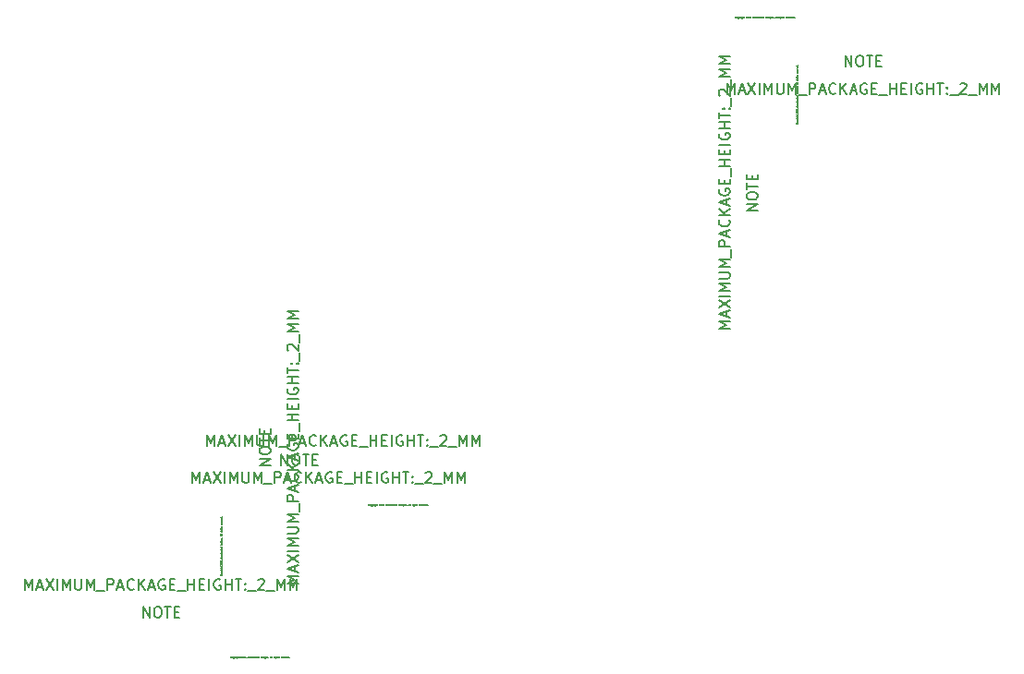
<source format=gbr>
%TF.GenerationSoftware,KiCad,Pcbnew,7.0.1*%
%TF.CreationDate,2024-01-21T14:51:45-07:00*%
%TF.ProjectId,solar-panel-side-Z,736f6c61-722d-4706-916e-656c2d736964,3.1*%
%TF.SameCoordinates,Original*%
%TF.FileFunction,Other,Comment*%
%FSLAX46Y46*%
G04 Gerber Fmt 4.6, Leading zero omitted, Abs format (unit mm)*
G04 Created by KiCad (PCBNEW 7.0.1) date 2024-01-21 14:51:45*
%MOMM*%
%LPD*%
G01*
G04 APERTURE LIST*
%ADD10C,0.002000*%
%ADD11C,0.150000*%
G04 APERTURE END LIST*
D10*
%TO.C,J9*%
X123972667Y-113856657D02*
X123966619Y-113862705D01*
X123966619Y-113862705D02*
X123948477Y-113868752D01*
X123948477Y-113868752D02*
X123936381Y-113868752D01*
X123936381Y-113868752D02*
X123918238Y-113862705D01*
X123918238Y-113862705D02*
X123906143Y-113850609D01*
X123906143Y-113850609D02*
X123900096Y-113838514D01*
X123900096Y-113838514D02*
X123894048Y-113814324D01*
X123894048Y-113814324D02*
X123894048Y-113796181D01*
X123894048Y-113796181D02*
X123900096Y-113771990D01*
X123900096Y-113771990D02*
X123906143Y-113759895D01*
X123906143Y-113759895D02*
X123918238Y-113747800D01*
X123918238Y-113747800D02*
X123936381Y-113741752D01*
X123936381Y-113741752D02*
X123948477Y-113741752D01*
X123948477Y-113741752D02*
X123966619Y-113747800D01*
X123966619Y-113747800D02*
X123972667Y-113753847D01*
X124045238Y-113868752D02*
X124033143Y-113862705D01*
X124033143Y-113862705D02*
X124027096Y-113856657D01*
X124027096Y-113856657D02*
X124021048Y-113844562D01*
X124021048Y-113844562D02*
X124021048Y-113808276D01*
X124021048Y-113808276D02*
X124027096Y-113796181D01*
X124027096Y-113796181D02*
X124033143Y-113790133D01*
X124033143Y-113790133D02*
X124045238Y-113784085D01*
X124045238Y-113784085D02*
X124063381Y-113784085D01*
X124063381Y-113784085D02*
X124075477Y-113790133D01*
X124075477Y-113790133D02*
X124081524Y-113796181D01*
X124081524Y-113796181D02*
X124087572Y-113808276D01*
X124087572Y-113808276D02*
X124087572Y-113844562D01*
X124087572Y-113844562D02*
X124081524Y-113856657D01*
X124081524Y-113856657D02*
X124075477Y-113862705D01*
X124075477Y-113862705D02*
X124063381Y-113868752D01*
X124063381Y-113868752D02*
X124045238Y-113868752D01*
X124142001Y-113784085D02*
X124142001Y-113911085D01*
X124142001Y-113790133D02*
X124154096Y-113784085D01*
X124154096Y-113784085D02*
X124178286Y-113784085D01*
X124178286Y-113784085D02*
X124190382Y-113790133D01*
X124190382Y-113790133D02*
X124196429Y-113796181D01*
X124196429Y-113796181D02*
X124202477Y-113808276D01*
X124202477Y-113808276D02*
X124202477Y-113844562D01*
X124202477Y-113844562D02*
X124196429Y-113856657D01*
X124196429Y-113856657D02*
X124190382Y-113862705D01*
X124190382Y-113862705D02*
X124178286Y-113868752D01*
X124178286Y-113868752D02*
X124154096Y-113868752D01*
X124154096Y-113868752D02*
X124142001Y-113862705D01*
X124244810Y-113784085D02*
X124275048Y-113868752D01*
X124305287Y-113784085D02*
X124275048Y-113868752D01*
X124275048Y-113868752D02*
X124262953Y-113898990D01*
X124262953Y-113898990D02*
X124256906Y-113905038D01*
X124256906Y-113905038D02*
X124244810Y-113911085D01*
X124353668Y-113868752D02*
X124353668Y-113784085D01*
X124353668Y-113808276D02*
X124359715Y-113796181D01*
X124359715Y-113796181D02*
X124365763Y-113790133D01*
X124365763Y-113790133D02*
X124377858Y-113784085D01*
X124377858Y-113784085D02*
X124389953Y-113784085D01*
X124432287Y-113868752D02*
X124432287Y-113784085D01*
X124432287Y-113741752D02*
X124426239Y-113747800D01*
X124426239Y-113747800D02*
X124432287Y-113753847D01*
X124432287Y-113753847D02*
X124438334Y-113747800D01*
X124438334Y-113747800D02*
X124432287Y-113741752D01*
X124432287Y-113741752D02*
X124432287Y-113753847D01*
X124547191Y-113784085D02*
X124547191Y-113886895D01*
X124547191Y-113886895D02*
X124541144Y-113898990D01*
X124541144Y-113898990D02*
X124535096Y-113905038D01*
X124535096Y-113905038D02*
X124523001Y-113911085D01*
X124523001Y-113911085D02*
X124504858Y-113911085D01*
X124504858Y-113911085D02*
X124492763Y-113905038D01*
X124547191Y-113862705D02*
X124535096Y-113868752D01*
X124535096Y-113868752D02*
X124510905Y-113868752D01*
X124510905Y-113868752D02*
X124498810Y-113862705D01*
X124498810Y-113862705D02*
X124492763Y-113856657D01*
X124492763Y-113856657D02*
X124486715Y-113844562D01*
X124486715Y-113844562D02*
X124486715Y-113808276D01*
X124486715Y-113808276D02*
X124492763Y-113796181D01*
X124492763Y-113796181D02*
X124498810Y-113790133D01*
X124498810Y-113790133D02*
X124510905Y-113784085D01*
X124510905Y-113784085D02*
X124535096Y-113784085D01*
X124535096Y-113784085D02*
X124547191Y-113790133D01*
X124607668Y-113868752D02*
X124607668Y-113741752D01*
X124662096Y-113868752D02*
X124662096Y-113802228D01*
X124662096Y-113802228D02*
X124656049Y-113790133D01*
X124656049Y-113790133D02*
X124643953Y-113784085D01*
X124643953Y-113784085D02*
X124625810Y-113784085D01*
X124625810Y-113784085D02*
X124613715Y-113790133D01*
X124613715Y-113790133D02*
X124607668Y-113796181D01*
X124704430Y-113784085D02*
X124752811Y-113784085D01*
X124722573Y-113741752D02*
X124722573Y-113850609D01*
X124722573Y-113850609D02*
X124728620Y-113862705D01*
X124728620Y-113862705D02*
X124740715Y-113868752D01*
X124740715Y-113868752D02*
X124752811Y-113868752D01*
X124885858Y-113753847D02*
X124891906Y-113747800D01*
X124891906Y-113747800D02*
X124904001Y-113741752D01*
X124904001Y-113741752D02*
X124934239Y-113741752D01*
X124934239Y-113741752D02*
X124946334Y-113747800D01*
X124946334Y-113747800D02*
X124952382Y-113753847D01*
X124952382Y-113753847D02*
X124958429Y-113765943D01*
X124958429Y-113765943D02*
X124958429Y-113778038D01*
X124958429Y-113778038D02*
X124952382Y-113796181D01*
X124952382Y-113796181D02*
X124879810Y-113868752D01*
X124879810Y-113868752D02*
X124958429Y-113868752D01*
X125037048Y-113741752D02*
X125049143Y-113741752D01*
X125049143Y-113741752D02*
X125061239Y-113747800D01*
X125061239Y-113747800D02*
X125067286Y-113753847D01*
X125067286Y-113753847D02*
X125073334Y-113765943D01*
X125073334Y-113765943D02*
X125079381Y-113790133D01*
X125079381Y-113790133D02*
X125079381Y-113820371D01*
X125079381Y-113820371D02*
X125073334Y-113844562D01*
X125073334Y-113844562D02*
X125067286Y-113856657D01*
X125067286Y-113856657D02*
X125061239Y-113862705D01*
X125061239Y-113862705D02*
X125049143Y-113868752D01*
X125049143Y-113868752D02*
X125037048Y-113868752D01*
X125037048Y-113868752D02*
X125024953Y-113862705D01*
X125024953Y-113862705D02*
X125018905Y-113856657D01*
X125018905Y-113856657D02*
X125012858Y-113844562D01*
X125012858Y-113844562D02*
X125006810Y-113820371D01*
X125006810Y-113820371D02*
X125006810Y-113790133D01*
X125006810Y-113790133D02*
X125012858Y-113765943D01*
X125012858Y-113765943D02*
X125018905Y-113753847D01*
X125018905Y-113753847D02*
X125024953Y-113747800D01*
X125024953Y-113747800D02*
X125037048Y-113741752D01*
X125127762Y-113753847D02*
X125133810Y-113747800D01*
X125133810Y-113747800D02*
X125145905Y-113741752D01*
X125145905Y-113741752D02*
X125176143Y-113741752D01*
X125176143Y-113741752D02*
X125188238Y-113747800D01*
X125188238Y-113747800D02*
X125194286Y-113753847D01*
X125194286Y-113753847D02*
X125200333Y-113765943D01*
X125200333Y-113765943D02*
X125200333Y-113778038D01*
X125200333Y-113778038D02*
X125194286Y-113796181D01*
X125194286Y-113796181D02*
X125121714Y-113868752D01*
X125121714Y-113868752D02*
X125200333Y-113868752D01*
X125321285Y-113868752D02*
X125248714Y-113868752D01*
X125285000Y-113868752D02*
X125285000Y-113741752D01*
X125285000Y-113741752D02*
X125272904Y-113759895D01*
X125272904Y-113759895D02*
X125260809Y-113771990D01*
X125260809Y-113771990D02*
X125248714Y-113778038D01*
X125466428Y-113832466D02*
X125526904Y-113832466D01*
X125454333Y-113868752D02*
X125496666Y-113741752D01*
X125496666Y-113741752D02*
X125538999Y-113868752D01*
X125635761Y-113862705D02*
X125623666Y-113868752D01*
X125623666Y-113868752D02*
X125599475Y-113868752D01*
X125599475Y-113868752D02*
X125587380Y-113862705D01*
X125587380Y-113862705D02*
X125581333Y-113856657D01*
X125581333Y-113856657D02*
X125575285Y-113844562D01*
X125575285Y-113844562D02*
X125575285Y-113808276D01*
X125575285Y-113808276D02*
X125581333Y-113796181D01*
X125581333Y-113796181D02*
X125587380Y-113790133D01*
X125587380Y-113790133D02*
X125599475Y-113784085D01*
X125599475Y-113784085D02*
X125623666Y-113784085D01*
X125623666Y-113784085D02*
X125635761Y-113790133D01*
X125744618Y-113862705D02*
X125732523Y-113868752D01*
X125732523Y-113868752D02*
X125708332Y-113868752D01*
X125708332Y-113868752D02*
X125696237Y-113862705D01*
X125696237Y-113862705D02*
X125690190Y-113856657D01*
X125690190Y-113856657D02*
X125684142Y-113844562D01*
X125684142Y-113844562D02*
X125684142Y-113808276D01*
X125684142Y-113808276D02*
X125690190Y-113796181D01*
X125690190Y-113796181D02*
X125696237Y-113790133D01*
X125696237Y-113790133D02*
X125708332Y-113784085D01*
X125708332Y-113784085D02*
X125732523Y-113784085D01*
X125732523Y-113784085D02*
X125744618Y-113790133D01*
X125847428Y-113862705D02*
X125835332Y-113868752D01*
X125835332Y-113868752D02*
X125811142Y-113868752D01*
X125811142Y-113868752D02*
X125799047Y-113862705D01*
X125799047Y-113862705D02*
X125792999Y-113850609D01*
X125792999Y-113850609D02*
X125792999Y-113802228D01*
X125792999Y-113802228D02*
X125799047Y-113790133D01*
X125799047Y-113790133D02*
X125811142Y-113784085D01*
X125811142Y-113784085D02*
X125835332Y-113784085D01*
X125835332Y-113784085D02*
X125847428Y-113790133D01*
X125847428Y-113790133D02*
X125853475Y-113802228D01*
X125853475Y-113802228D02*
X125853475Y-113814324D01*
X125853475Y-113814324D02*
X125792999Y-113826419D01*
X125926046Y-113868752D02*
X125913951Y-113862705D01*
X125913951Y-113862705D02*
X125907904Y-113850609D01*
X125907904Y-113850609D02*
X125907904Y-113741752D01*
X126022809Y-113862705D02*
X126010713Y-113868752D01*
X126010713Y-113868752D02*
X125986523Y-113868752D01*
X125986523Y-113868752D02*
X125974428Y-113862705D01*
X125974428Y-113862705D02*
X125968380Y-113850609D01*
X125968380Y-113850609D02*
X125968380Y-113802228D01*
X125968380Y-113802228D02*
X125974428Y-113790133D01*
X125974428Y-113790133D02*
X125986523Y-113784085D01*
X125986523Y-113784085D02*
X126010713Y-113784085D01*
X126010713Y-113784085D02*
X126022809Y-113790133D01*
X126022809Y-113790133D02*
X126028856Y-113802228D01*
X126028856Y-113802228D02*
X126028856Y-113814324D01*
X126028856Y-113814324D02*
X125968380Y-113826419D01*
X126083285Y-113868752D02*
X126083285Y-113784085D01*
X126083285Y-113808276D02*
X126089332Y-113796181D01*
X126089332Y-113796181D02*
X126095380Y-113790133D01*
X126095380Y-113790133D02*
X126107475Y-113784085D01*
X126107475Y-113784085D02*
X126119570Y-113784085D01*
X126216332Y-113868752D02*
X126216332Y-113802228D01*
X126216332Y-113802228D02*
X126210285Y-113790133D01*
X126210285Y-113790133D02*
X126198189Y-113784085D01*
X126198189Y-113784085D02*
X126173999Y-113784085D01*
X126173999Y-113784085D02*
X126161904Y-113790133D01*
X126216332Y-113862705D02*
X126204237Y-113868752D01*
X126204237Y-113868752D02*
X126173999Y-113868752D01*
X126173999Y-113868752D02*
X126161904Y-113862705D01*
X126161904Y-113862705D02*
X126155856Y-113850609D01*
X126155856Y-113850609D02*
X126155856Y-113838514D01*
X126155856Y-113838514D02*
X126161904Y-113826419D01*
X126161904Y-113826419D02*
X126173999Y-113820371D01*
X126173999Y-113820371D02*
X126204237Y-113820371D01*
X126204237Y-113820371D02*
X126216332Y-113814324D01*
X126258666Y-113784085D02*
X126307047Y-113784085D01*
X126276809Y-113741752D02*
X126276809Y-113850609D01*
X126276809Y-113850609D02*
X126282856Y-113862705D01*
X126282856Y-113862705D02*
X126294951Y-113868752D01*
X126294951Y-113868752D02*
X126307047Y-113868752D01*
X126397761Y-113862705D02*
X126385665Y-113868752D01*
X126385665Y-113868752D02*
X126361475Y-113868752D01*
X126361475Y-113868752D02*
X126349380Y-113862705D01*
X126349380Y-113862705D02*
X126343332Y-113850609D01*
X126343332Y-113850609D02*
X126343332Y-113802228D01*
X126343332Y-113802228D02*
X126349380Y-113790133D01*
X126349380Y-113790133D02*
X126361475Y-113784085D01*
X126361475Y-113784085D02*
X126385665Y-113784085D01*
X126385665Y-113784085D02*
X126397761Y-113790133D01*
X126397761Y-113790133D02*
X126403808Y-113802228D01*
X126403808Y-113802228D02*
X126403808Y-113814324D01*
X126403808Y-113814324D02*
X126343332Y-113826419D01*
X126512665Y-113868752D02*
X126512665Y-113741752D01*
X126512665Y-113862705D02*
X126500570Y-113868752D01*
X126500570Y-113868752D02*
X126476379Y-113868752D01*
X126476379Y-113868752D02*
X126464284Y-113862705D01*
X126464284Y-113862705D02*
X126458237Y-113856657D01*
X126458237Y-113856657D02*
X126452189Y-113844562D01*
X126452189Y-113844562D02*
X126452189Y-113808276D01*
X126452189Y-113808276D02*
X126458237Y-113796181D01*
X126458237Y-113796181D02*
X126464284Y-113790133D01*
X126464284Y-113790133D02*
X126476379Y-113784085D01*
X126476379Y-113784085D02*
X126500570Y-113784085D01*
X126500570Y-113784085D02*
X126512665Y-113790133D01*
X126669904Y-113868752D02*
X126669904Y-113741752D01*
X126669904Y-113741752D02*
X126700142Y-113741752D01*
X126700142Y-113741752D02*
X126718285Y-113747800D01*
X126718285Y-113747800D02*
X126730380Y-113759895D01*
X126730380Y-113759895D02*
X126736427Y-113771990D01*
X126736427Y-113771990D02*
X126742475Y-113796181D01*
X126742475Y-113796181D02*
X126742475Y-113814324D01*
X126742475Y-113814324D02*
X126736427Y-113838514D01*
X126736427Y-113838514D02*
X126730380Y-113850609D01*
X126730380Y-113850609D02*
X126718285Y-113862705D01*
X126718285Y-113862705D02*
X126700142Y-113868752D01*
X126700142Y-113868752D02*
X126669904Y-113868752D01*
X126845285Y-113862705D02*
X126833189Y-113868752D01*
X126833189Y-113868752D02*
X126808999Y-113868752D01*
X126808999Y-113868752D02*
X126796904Y-113862705D01*
X126796904Y-113862705D02*
X126790856Y-113850609D01*
X126790856Y-113850609D02*
X126790856Y-113802228D01*
X126790856Y-113802228D02*
X126796904Y-113790133D01*
X126796904Y-113790133D02*
X126808999Y-113784085D01*
X126808999Y-113784085D02*
X126833189Y-113784085D01*
X126833189Y-113784085D02*
X126845285Y-113790133D01*
X126845285Y-113790133D02*
X126851332Y-113802228D01*
X126851332Y-113802228D02*
X126851332Y-113814324D01*
X126851332Y-113814324D02*
X126790856Y-113826419D01*
X126899713Y-113862705D02*
X126911808Y-113868752D01*
X126911808Y-113868752D02*
X126935999Y-113868752D01*
X126935999Y-113868752D02*
X126948094Y-113862705D01*
X126948094Y-113862705D02*
X126954142Y-113850609D01*
X126954142Y-113850609D02*
X126954142Y-113844562D01*
X126954142Y-113844562D02*
X126948094Y-113832466D01*
X126948094Y-113832466D02*
X126935999Y-113826419D01*
X126935999Y-113826419D02*
X126917856Y-113826419D01*
X126917856Y-113826419D02*
X126905761Y-113820371D01*
X126905761Y-113820371D02*
X126899713Y-113808276D01*
X126899713Y-113808276D02*
X126899713Y-113802228D01*
X126899713Y-113802228D02*
X126905761Y-113790133D01*
X126905761Y-113790133D02*
X126917856Y-113784085D01*
X126917856Y-113784085D02*
X126935999Y-113784085D01*
X126935999Y-113784085D02*
X126948094Y-113790133D01*
X127008571Y-113868752D02*
X127008571Y-113784085D01*
X127008571Y-113741752D02*
X127002523Y-113747800D01*
X127002523Y-113747800D02*
X127008571Y-113753847D01*
X127008571Y-113753847D02*
X127014618Y-113747800D01*
X127014618Y-113747800D02*
X127008571Y-113741752D01*
X127008571Y-113741752D02*
X127008571Y-113753847D01*
X127123475Y-113784085D02*
X127123475Y-113886895D01*
X127123475Y-113886895D02*
X127117428Y-113898990D01*
X127117428Y-113898990D02*
X127111380Y-113905038D01*
X127111380Y-113905038D02*
X127099285Y-113911085D01*
X127099285Y-113911085D02*
X127081142Y-113911085D01*
X127081142Y-113911085D02*
X127069047Y-113905038D01*
X127123475Y-113862705D02*
X127111380Y-113868752D01*
X127111380Y-113868752D02*
X127087189Y-113868752D01*
X127087189Y-113868752D02*
X127075094Y-113862705D01*
X127075094Y-113862705D02*
X127069047Y-113856657D01*
X127069047Y-113856657D02*
X127062999Y-113844562D01*
X127062999Y-113844562D02*
X127062999Y-113808276D01*
X127062999Y-113808276D02*
X127069047Y-113796181D01*
X127069047Y-113796181D02*
X127075094Y-113790133D01*
X127075094Y-113790133D02*
X127087189Y-113784085D01*
X127087189Y-113784085D02*
X127111380Y-113784085D01*
X127111380Y-113784085D02*
X127123475Y-113790133D01*
X127183952Y-113784085D02*
X127183952Y-113868752D01*
X127183952Y-113796181D02*
X127189999Y-113790133D01*
X127189999Y-113790133D02*
X127202094Y-113784085D01*
X127202094Y-113784085D02*
X127220237Y-113784085D01*
X127220237Y-113784085D02*
X127232333Y-113790133D01*
X127232333Y-113790133D02*
X127238380Y-113802228D01*
X127238380Y-113802228D02*
X127238380Y-113868752D01*
X127292809Y-113862705D02*
X127304904Y-113868752D01*
X127304904Y-113868752D02*
X127329095Y-113868752D01*
X127329095Y-113868752D02*
X127341190Y-113862705D01*
X127341190Y-113862705D02*
X127347238Y-113850609D01*
X127347238Y-113850609D02*
X127347238Y-113844562D01*
X127347238Y-113844562D02*
X127341190Y-113832466D01*
X127341190Y-113832466D02*
X127329095Y-113826419D01*
X127329095Y-113826419D02*
X127310952Y-113826419D01*
X127310952Y-113826419D02*
X127298857Y-113820371D01*
X127298857Y-113820371D02*
X127292809Y-113808276D01*
X127292809Y-113808276D02*
X127292809Y-113802228D01*
X127292809Y-113802228D02*
X127298857Y-113790133D01*
X127298857Y-113790133D02*
X127310952Y-113784085D01*
X127310952Y-113784085D02*
X127329095Y-113784085D01*
X127329095Y-113784085D02*
X127341190Y-113790133D01*
X127401667Y-113856657D02*
X127407714Y-113862705D01*
X127407714Y-113862705D02*
X127401667Y-113868752D01*
X127401667Y-113868752D02*
X127395619Y-113862705D01*
X127395619Y-113862705D02*
X127401667Y-113856657D01*
X127401667Y-113856657D02*
X127401667Y-113868752D01*
X127552857Y-113832466D02*
X127613333Y-113832466D01*
X127540762Y-113868752D02*
X127583095Y-113741752D01*
X127583095Y-113741752D02*
X127625428Y-113868752D01*
X127685904Y-113868752D02*
X127673809Y-113862705D01*
X127673809Y-113862705D02*
X127667762Y-113850609D01*
X127667762Y-113850609D02*
X127667762Y-113741752D01*
X127752428Y-113868752D02*
X127740333Y-113862705D01*
X127740333Y-113862705D02*
X127734286Y-113850609D01*
X127734286Y-113850609D02*
X127734286Y-113741752D01*
X127897572Y-113868752D02*
X127897572Y-113784085D01*
X127897572Y-113808276D02*
X127903619Y-113796181D01*
X127903619Y-113796181D02*
X127909667Y-113790133D01*
X127909667Y-113790133D02*
X127921762Y-113784085D01*
X127921762Y-113784085D02*
X127933857Y-113784085D01*
X127976191Y-113868752D02*
X127976191Y-113784085D01*
X127976191Y-113741752D02*
X127970143Y-113747800D01*
X127970143Y-113747800D02*
X127976191Y-113753847D01*
X127976191Y-113753847D02*
X127982238Y-113747800D01*
X127982238Y-113747800D02*
X127976191Y-113741752D01*
X127976191Y-113741752D02*
X127976191Y-113753847D01*
X128091095Y-113784085D02*
X128091095Y-113886895D01*
X128091095Y-113886895D02*
X128085048Y-113898990D01*
X128085048Y-113898990D02*
X128079000Y-113905038D01*
X128079000Y-113905038D02*
X128066905Y-113911085D01*
X128066905Y-113911085D02*
X128048762Y-113911085D01*
X128048762Y-113911085D02*
X128036667Y-113905038D01*
X128091095Y-113862705D02*
X128079000Y-113868752D01*
X128079000Y-113868752D02*
X128054809Y-113868752D01*
X128054809Y-113868752D02*
X128042714Y-113862705D01*
X128042714Y-113862705D02*
X128036667Y-113856657D01*
X128036667Y-113856657D02*
X128030619Y-113844562D01*
X128030619Y-113844562D02*
X128030619Y-113808276D01*
X128030619Y-113808276D02*
X128036667Y-113796181D01*
X128036667Y-113796181D02*
X128042714Y-113790133D01*
X128042714Y-113790133D02*
X128054809Y-113784085D01*
X128054809Y-113784085D02*
X128079000Y-113784085D01*
X128079000Y-113784085D02*
X128091095Y-113790133D01*
X128151572Y-113868752D02*
X128151572Y-113741752D01*
X128206000Y-113868752D02*
X128206000Y-113802228D01*
X128206000Y-113802228D02*
X128199953Y-113790133D01*
X128199953Y-113790133D02*
X128187857Y-113784085D01*
X128187857Y-113784085D02*
X128169714Y-113784085D01*
X128169714Y-113784085D02*
X128157619Y-113790133D01*
X128157619Y-113790133D02*
X128151572Y-113796181D01*
X128248334Y-113784085D02*
X128296715Y-113784085D01*
X128266477Y-113741752D02*
X128266477Y-113850609D01*
X128266477Y-113850609D02*
X128272524Y-113862705D01*
X128272524Y-113862705D02*
X128284619Y-113868752D01*
X128284619Y-113868752D02*
X128296715Y-113868752D01*
X128333000Y-113862705D02*
X128345095Y-113868752D01*
X128345095Y-113868752D02*
X128369286Y-113868752D01*
X128369286Y-113868752D02*
X128381381Y-113862705D01*
X128381381Y-113862705D02*
X128387429Y-113850609D01*
X128387429Y-113850609D02*
X128387429Y-113844562D01*
X128387429Y-113844562D02*
X128381381Y-113832466D01*
X128381381Y-113832466D02*
X128369286Y-113826419D01*
X128369286Y-113826419D02*
X128351143Y-113826419D01*
X128351143Y-113826419D02*
X128339048Y-113820371D01*
X128339048Y-113820371D02*
X128333000Y-113808276D01*
X128333000Y-113808276D02*
X128333000Y-113802228D01*
X128333000Y-113802228D02*
X128339048Y-113790133D01*
X128339048Y-113790133D02*
X128351143Y-113784085D01*
X128351143Y-113784085D02*
X128369286Y-113784085D01*
X128369286Y-113784085D02*
X128381381Y-113790133D01*
X128538620Y-113868752D02*
X128538620Y-113784085D01*
X128538620Y-113808276D02*
X128544667Y-113796181D01*
X128544667Y-113796181D02*
X128550715Y-113790133D01*
X128550715Y-113790133D02*
X128562810Y-113784085D01*
X128562810Y-113784085D02*
X128574905Y-113784085D01*
X128665620Y-113862705D02*
X128653524Y-113868752D01*
X128653524Y-113868752D02*
X128629334Y-113868752D01*
X128629334Y-113868752D02*
X128617239Y-113862705D01*
X128617239Y-113862705D02*
X128611191Y-113850609D01*
X128611191Y-113850609D02*
X128611191Y-113802228D01*
X128611191Y-113802228D02*
X128617239Y-113790133D01*
X128617239Y-113790133D02*
X128629334Y-113784085D01*
X128629334Y-113784085D02*
X128653524Y-113784085D01*
X128653524Y-113784085D02*
X128665620Y-113790133D01*
X128665620Y-113790133D02*
X128671667Y-113802228D01*
X128671667Y-113802228D02*
X128671667Y-113814324D01*
X128671667Y-113814324D02*
X128611191Y-113826419D01*
X128720048Y-113862705D02*
X128732143Y-113868752D01*
X128732143Y-113868752D02*
X128756334Y-113868752D01*
X128756334Y-113868752D02*
X128768429Y-113862705D01*
X128768429Y-113862705D02*
X128774477Y-113850609D01*
X128774477Y-113850609D02*
X128774477Y-113844562D01*
X128774477Y-113844562D02*
X128768429Y-113832466D01*
X128768429Y-113832466D02*
X128756334Y-113826419D01*
X128756334Y-113826419D02*
X128738191Y-113826419D01*
X128738191Y-113826419D02*
X128726096Y-113820371D01*
X128726096Y-113820371D02*
X128720048Y-113808276D01*
X128720048Y-113808276D02*
X128720048Y-113802228D01*
X128720048Y-113802228D02*
X128726096Y-113790133D01*
X128726096Y-113790133D02*
X128738191Y-113784085D01*
X128738191Y-113784085D02*
X128756334Y-113784085D01*
X128756334Y-113784085D02*
X128768429Y-113790133D01*
X128877287Y-113862705D02*
X128865191Y-113868752D01*
X128865191Y-113868752D02*
X128841001Y-113868752D01*
X128841001Y-113868752D02*
X128828906Y-113862705D01*
X128828906Y-113862705D02*
X128822858Y-113850609D01*
X128822858Y-113850609D02*
X128822858Y-113802228D01*
X128822858Y-113802228D02*
X128828906Y-113790133D01*
X128828906Y-113790133D02*
X128841001Y-113784085D01*
X128841001Y-113784085D02*
X128865191Y-113784085D01*
X128865191Y-113784085D02*
X128877287Y-113790133D01*
X128877287Y-113790133D02*
X128883334Y-113802228D01*
X128883334Y-113802228D02*
X128883334Y-113814324D01*
X128883334Y-113814324D02*
X128822858Y-113826419D01*
X128937763Y-113868752D02*
X128937763Y-113784085D01*
X128937763Y-113808276D02*
X128943810Y-113796181D01*
X128943810Y-113796181D02*
X128949858Y-113790133D01*
X128949858Y-113790133D02*
X128961953Y-113784085D01*
X128961953Y-113784085D02*
X128974048Y-113784085D01*
X129004286Y-113784085D02*
X129034524Y-113868752D01*
X129034524Y-113868752D02*
X129064763Y-113784085D01*
X129161525Y-113862705D02*
X129149429Y-113868752D01*
X129149429Y-113868752D02*
X129125239Y-113868752D01*
X129125239Y-113868752D02*
X129113144Y-113862705D01*
X129113144Y-113862705D02*
X129107096Y-113850609D01*
X129107096Y-113850609D02*
X129107096Y-113802228D01*
X129107096Y-113802228D02*
X129113144Y-113790133D01*
X129113144Y-113790133D02*
X129125239Y-113784085D01*
X129125239Y-113784085D02*
X129149429Y-113784085D01*
X129149429Y-113784085D02*
X129161525Y-113790133D01*
X129161525Y-113790133D02*
X129167572Y-113802228D01*
X129167572Y-113802228D02*
X129167572Y-113814324D01*
X129167572Y-113814324D02*
X129107096Y-113826419D01*
X129276429Y-113868752D02*
X129276429Y-113741752D01*
X129276429Y-113862705D02*
X129264334Y-113868752D01*
X129264334Y-113868752D02*
X129240143Y-113868752D01*
X129240143Y-113868752D02*
X129228048Y-113862705D01*
X129228048Y-113862705D02*
X129222001Y-113856657D01*
X129222001Y-113856657D02*
X129215953Y-113844562D01*
X129215953Y-113844562D02*
X129215953Y-113808276D01*
X129215953Y-113808276D02*
X129222001Y-113796181D01*
X129222001Y-113796181D02*
X129228048Y-113790133D01*
X129228048Y-113790133D02*
X129240143Y-113784085D01*
X129240143Y-113784085D02*
X129264334Y-113784085D01*
X129264334Y-113784085D02*
X129276429Y-113790133D01*
X129336906Y-113856657D02*
X129342953Y-113862705D01*
X129342953Y-113862705D02*
X129336906Y-113868752D01*
X129336906Y-113868752D02*
X129330858Y-113862705D01*
X129330858Y-113862705D02*
X129336906Y-113856657D01*
X129336906Y-113856657D02*
X129336906Y-113868752D01*
D11*
X115950655Y-110212620D02*
X115950655Y-109212620D01*
X115950655Y-109212620D02*
X116522083Y-110212620D01*
X116522083Y-110212620D02*
X116522083Y-109212620D01*
X117188750Y-109212620D02*
X117379226Y-109212620D01*
X117379226Y-109212620D02*
X117474464Y-109260239D01*
X117474464Y-109260239D02*
X117569702Y-109355477D01*
X117569702Y-109355477D02*
X117617321Y-109545953D01*
X117617321Y-109545953D02*
X117617321Y-109879286D01*
X117617321Y-109879286D02*
X117569702Y-110069762D01*
X117569702Y-110069762D02*
X117474464Y-110165001D01*
X117474464Y-110165001D02*
X117379226Y-110212620D01*
X117379226Y-110212620D02*
X117188750Y-110212620D01*
X117188750Y-110212620D02*
X117093512Y-110165001D01*
X117093512Y-110165001D02*
X116998274Y-110069762D01*
X116998274Y-110069762D02*
X116950655Y-109879286D01*
X116950655Y-109879286D02*
X116950655Y-109545953D01*
X116950655Y-109545953D02*
X116998274Y-109355477D01*
X116998274Y-109355477D02*
X117093512Y-109260239D01*
X117093512Y-109260239D02*
X117188750Y-109212620D01*
X117903036Y-109212620D02*
X118474464Y-109212620D01*
X118188750Y-110212620D02*
X118188750Y-109212620D01*
X118807798Y-109688810D02*
X119141131Y-109688810D01*
X119283988Y-110212620D02*
X118807798Y-110212620D01*
X118807798Y-110212620D02*
X118807798Y-109212620D01*
X118807798Y-109212620D02*
X119283988Y-109212620D01*
X115950655Y-110212620D02*
X115950655Y-109212620D01*
X115950655Y-109212620D02*
X116522083Y-110212620D01*
X116522083Y-110212620D02*
X116522083Y-109212620D01*
X117188750Y-109212620D02*
X117379226Y-109212620D01*
X117379226Y-109212620D02*
X117474464Y-109260239D01*
X117474464Y-109260239D02*
X117569702Y-109355477D01*
X117569702Y-109355477D02*
X117617321Y-109545953D01*
X117617321Y-109545953D02*
X117617321Y-109879286D01*
X117617321Y-109879286D02*
X117569702Y-110069762D01*
X117569702Y-110069762D02*
X117474464Y-110165001D01*
X117474464Y-110165001D02*
X117379226Y-110212620D01*
X117379226Y-110212620D02*
X117188750Y-110212620D01*
X117188750Y-110212620D02*
X117093512Y-110165001D01*
X117093512Y-110165001D02*
X116998274Y-110069762D01*
X116998274Y-110069762D02*
X116950655Y-109879286D01*
X116950655Y-109879286D02*
X116950655Y-109545953D01*
X116950655Y-109545953D02*
X116998274Y-109355477D01*
X116998274Y-109355477D02*
X117093512Y-109260239D01*
X117093512Y-109260239D02*
X117188750Y-109212620D01*
X117903036Y-109212620D02*
X118474464Y-109212620D01*
X118188750Y-110212620D02*
X118188750Y-109212620D01*
X118807798Y-109688810D02*
X119141131Y-109688810D01*
X119283988Y-110212620D02*
X118807798Y-110212620D01*
X118807798Y-110212620D02*
X118807798Y-109212620D01*
X118807798Y-109212620D02*
X119283988Y-109212620D01*
X105141131Y-107672620D02*
X105141131Y-106672620D01*
X105141131Y-106672620D02*
X105474464Y-107386905D01*
X105474464Y-107386905D02*
X105807797Y-106672620D01*
X105807797Y-106672620D02*
X105807797Y-107672620D01*
X106236369Y-107386905D02*
X106712559Y-107386905D01*
X106141131Y-107672620D02*
X106474464Y-106672620D01*
X106474464Y-106672620D02*
X106807797Y-107672620D01*
X107045893Y-106672620D02*
X107712559Y-107672620D01*
X107712559Y-106672620D02*
X107045893Y-107672620D01*
X108093512Y-107672620D02*
X108093512Y-106672620D01*
X108569702Y-107672620D02*
X108569702Y-106672620D01*
X108569702Y-106672620D02*
X108903035Y-107386905D01*
X108903035Y-107386905D02*
X109236368Y-106672620D01*
X109236368Y-106672620D02*
X109236368Y-107672620D01*
X109712559Y-106672620D02*
X109712559Y-107482143D01*
X109712559Y-107482143D02*
X109760178Y-107577381D01*
X109760178Y-107577381D02*
X109807797Y-107625001D01*
X109807797Y-107625001D02*
X109903035Y-107672620D01*
X109903035Y-107672620D02*
X110093511Y-107672620D01*
X110093511Y-107672620D02*
X110188749Y-107625001D01*
X110188749Y-107625001D02*
X110236368Y-107577381D01*
X110236368Y-107577381D02*
X110283987Y-107482143D01*
X110283987Y-107482143D02*
X110283987Y-106672620D01*
X110760178Y-107672620D02*
X110760178Y-106672620D01*
X110760178Y-106672620D02*
X111093511Y-107386905D01*
X111093511Y-107386905D02*
X111426844Y-106672620D01*
X111426844Y-106672620D02*
X111426844Y-107672620D01*
X111664940Y-107767858D02*
X112426844Y-107767858D01*
X112664940Y-107672620D02*
X112664940Y-106672620D01*
X112664940Y-106672620D02*
X113045892Y-106672620D01*
X113045892Y-106672620D02*
X113141130Y-106720239D01*
X113141130Y-106720239D02*
X113188749Y-106767858D01*
X113188749Y-106767858D02*
X113236368Y-106863096D01*
X113236368Y-106863096D02*
X113236368Y-107005953D01*
X113236368Y-107005953D02*
X113188749Y-107101191D01*
X113188749Y-107101191D02*
X113141130Y-107148810D01*
X113141130Y-107148810D02*
X113045892Y-107196429D01*
X113045892Y-107196429D02*
X112664940Y-107196429D01*
X113617321Y-107386905D02*
X114093511Y-107386905D01*
X113522083Y-107672620D02*
X113855416Y-106672620D01*
X113855416Y-106672620D02*
X114188749Y-107672620D01*
X115093511Y-107577381D02*
X115045892Y-107625001D01*
X115045892Y-107625001D02*
X114903035Y-107672620D01*
X114903035Y-107672620D02*
X114807797Y-107672620D01*
X114807797Y-107672620D02*
X114664940Y-107625001D01*
X114664940Y-107625001D02*
X114569702Y-107529762D01*
X114569702Y-107529762D02*
X114522083Y-107434524D01*
X114522083Y-107434524D02*
X114474464Y-107244048D01*
X114474464Y-107244048D02*
X114474464Y-107101191D01*
X114474464Y-107101191D02*
X114522083Y-106910715D01*
X114522083Y-106910715D02*
X114569702Y-106815477D01*
X114569702Y-106815477D02*
X114664940Y-106720239D01*
X114664940Y-106720239D02*
X114807797Y-106672620D01*
X114807797Y-106672620D02*
X114903035Y-106672620D01*
X114903035Y-106672620D02*
X115045892Y-106720239D01*
X115045892Y-106720239D02*
X115093511Y-106767858D01*
X115522083Y-107672620D02*
X115522083Y-106672620D01*
X116093511Y-107672620D02*
X115664940Y-107101191D01*
X116093511Y-106672620D02*
X115522083Y-107244048D01*
X116474464Y-107386905D02*
X116950654Y-107386905D01*
X116379226Y-107672620D02*
X116712559Y-106672620D01*
X116712559Y-106672620D02*
X117045892Y-107672620D01*
X117903035Y-106720239D02*
X117807797Y-106672620D01*
X117807797Y-106672620D02*
X117664940Y-106672620D01*
X117664940Y-106672620D02*
X117522083Y-106720239D01*
X117522083Y-106720239D02*
X117426845Y-106815477D01*
X117426845Y-106815477D02*
X117379226Y-106910715D01*
X117379226Y-106910715D02*
X117331607Y-107101191D01*
X117331607Y-107101191D02*
X117331607Y-107244048D01*
X117331607Y-107244048D02*
X117379226Y-107434524D01*
X117379226Y-107434524D02*
X117426845Y-107529762D01*
X117426845Y-107529762D02*
X117522083Y-107625001D01*
X117522083Y-107625001D02*
X117664940Y-107672620D01*
X117664940Y-107672620D02*
X117760178Y-107672620D01*
X117760178Y-107672620D02*
X117903035Y-107625001D01*
X117903035Y-107625001D02*
X117950654Y-107577381D01*
X117950654Y-107577381D02*
X117950654Y-107244048D01*
X117950654Y-107244048D02*
X117760178Y-107244048D01*
X118379226Y-107148810D02*
X118712559Y-107148810D01*
X118855416Y-107672620D02*
X118379226Y-107672620D01*
X118379226Y-107672620D02*
X118379226Y-106672620D01*
X118379226Y-106672620D02*
X118855416Y-106672620D01*
X119045893Y-107767858D02*
X119807797Y-107767858D01*
X120045893Y-107672620D02*
X120045893Y-106672620D01*
X120045893Y-107148810D02*
X120617321Y-107148810D01*
X120617321Y-107672620D02*
X120617321Y-106672620D01*
X121093512Y-107148810D02*
X121426845Y-107148810D01*
X121569702Y-107672620D02*
X121093512Y-107672620D01*
X121093512Y-107672620D02*
X121093512Y-106672620D01*
X121093512Y-106672620D02*
X121569702Y-106672620D01*
X121998274Y-107672620D02*
X121998274Y-106672620D01*
X122998273Y-106720239D02*
X122903035Y-106672620D01*
X122903035Y-106672620D02*
X122760178Y-106672620D01*
X122760178Y-106672620D02*
X122617321Y-106720239D01*
X122617321Y-106720239D02*
X122522083Y-106815477D01*
X122522083Y-106815477D02*
X122474464Y-106910715D01*
X122474464Y-106910715D02*
X122426845Y-107101191D01*
X122426845Y-107101191D02*
X122426845Y-107244048D01*
X122426845Y-107244048D02*
X122474464Y-107434524D01*
X122474464Y-107434524D02*
X122522083Y-107529762D01*
X122522083Y-107529762D02*
X122617321Y-107625001D01*
X122617321Y-107625001D02*
X122760178Y-107672620D01*
X122760178Y-107672620D02*
X122855416Y-107672620D01*
X122855416Y-107672620D02*
X122998273Y-107625001D01*
X122998273Y-107625001D02*
X123045892Y-107577381D01*
X123045892Y-107577381D02*
X123045892Y-107244048D01*
X123045892Y-107244048D02*
X122855416Y-107244048D01*
X123474464Y-107672620D02*
X123474464Y-106672620D01*
X123474464Y-107148810D02*
X124045892Y-107148810D01*
X124045892Y-107672620D02*
X124045892Y-106672620D01*
X124379226Y-106672620D02*
X124950654Y-106672620D01*
X124664940Y-107672620D02*
X124664940Y-106672620D01*
X125283988Y-107577381D02*
X125331607Y-107625001D01*
X125331607Y-107625001D02*
X125283988Y-107672620D01*
X125283988Y-107672620D02*
X125236369Y-107625001D01*
X125236369Y-107625001D02*
X125283988Y-107577381D01*
X125283988Y-107577381D02*
X125283988Y-107672620D01*
X125283988Y-107053572D02*
X125331607Y-107101191D01*
X125331607Y-107101191D02*
X125283988Y-107148810D01*
X125283988Y-107148810D02*
X125236369Y-107101191D01*
X125236369Y-107101191D02*
X125283988Y-107053572D01*
X125283988Y-107053572D02*
X125283988Y-107148810D01*
X125522083Y-107767858D02*
X126283987Y-107767858D01*
X126474464Y-106767858D02*
X126522083Y-106720239D01*
X126522083Y-106720239D02*
X126617321Y-106672620D01*
X126617321Y-106672620D02*
X126855416Y-106672620D01*
X126855416Y-106672620D02*
X126950654Y-106720239D01*
X126950654Y-106720239D02*
X126998273Y-106767858D01*
X126998273Y-106767858D02*
X127045892Y-106863096D01*
X127045892Y-106863096D02*
X127045892Y-106958334D01*
X127045892Y-106958334D02*
X126998273Y-107101191D01*
X126998273Y-107101191D02*
X126426845Y-107672620D01*
X126426845Y-107672620D02*
X127045892Y-107672620D01*
X127236369Y-107767858D02*
X127998273Y-107767858D01*
X128236369Y-107672620D02*
X128236369Y-106672620D01*
X128236369Y-106672620D02*
X128569702Y-107386905D01*
X128569702Y-107386905D02*
X128903035Y-106672620D01*
X128903035Y-106672620D02*
X128903035Y-107672620D01*
X129379226Y-107672620D02*
X129379226Y-106672620D01*
X129379226Y-106672620D02*
X129712559Y-107386905D01*
X129712559Y-107386905D02*
X130045892Y-106672620D01*
X130045892Y-106672620D02*
X130045892Y-107672620D01*
X105141131Y-107672620D02*
X105141131Y-106672620D01*
X105141131Y-106672620D02*
X105474464Y-107386905D01*
X105474464Y-107386905D02*
X105807797Y-106672620D01*
X105807797Y-106672620D02*
X105807797Y-107672620D01*
X106236369Y-107386905D02*
X106712559Y-107386905D01*
X106141131Y-107672620D02*
X106474464Y-106672620D01*
X106474464Y-106672620D02*
X106807797Y-107672620D01*
X107045893Y-106672620D02*
X107712559Y-107672620D01*
X107712559Y-106672620D02*
X107045893Y-107672620D01*
X108093512Y-107672620D02*
X108093512Y-106672620D01*
X108569702Y-107672620D02*
X108569702Y-106672620D01*
X108569702Y-106672620D02*
X108903035Y-107386905D01*
X108903035Y-107386905D02*
X109236368Y-106672620D01*
X109236368Y-106672620D02*
X109236368Y-107672620D01*
X109712559Y-106672620D02*
X109712559Y-107482143D01*
X109712559Y-107482143D02*
X109760178Y-107577381D01*
X109760178Y-107577381D02*
X109807797Y-107625001D01*
X109807797Y-107625001D02*
X109903035Y-107672620D01*
X109903035Y-107672620D02*
X110093511Y-107672620D01*
X110093511Y-107672620D02*
X110188749Y-107625001D01*
X110188749Y-107625001D02*
X110236368Y-107577381D01*
X110236368Y-107577381D02*
X110283987Y-107482143D01*
X110283987Y-107482143D02*
X110283987Y-106672620D01*
X110760178Y-107672620D02*
X110760178Y-106672620D01*
X110760178Y-106672620D02*
X111093511Y-107386905D01*
X111093511Y-107386905D02*
X111426844Y-106672620D01*
X111426844Y-106672620D02*
X111426844Y-107672620D01*
X111664940Y-107767858D02*
X112426844Y-107767858D01*
X112664940Y-107672620D02*
X112664940Y-106672620D01*
X112664940Y-106672620D02*
X113045892Y-106672620D01*
X113045892Y-106672620D02*
X113141130Y-106720239D01*
X113141130Y-106720239D02*
X113188749Y-106767858D01*
X113188749Y-106767858D02*
X113236368Y-106863096D01*
X113236368Y-106863096D02*
X113236368Y-107005953D01*
X113236368Y-107005953D02*
X113188749Y-107101191D01*
X113188749Y-107101191D02*
X113141130Y-107148810D01*
X113141130Y-107148810D02*
X113045892Y-107196429D01*
X113045892Y-107196429D02*
X112664940Y-107196429D01*
X113617321Y-107386905D02*
X114093511Y-107386905D01*
X113522083Y-107672620D02*
X113855416Y-106672620D01*
X113855416Y-106672620D02*
X114188749Y-107672620D01*
X115093511Y-107577381D02*
X115045892Y-107625001D01*
X115045892Y-107625001D02*
X114903035Y-107672620D01*
X114903035Y-107672620D02*
X114807797Y-107672620D01*
X114807797Y-107672620D02*
X114664940Y-107625001D01*
X114664940Y-107625001D02*
X114569702Y-107529762D01*
X114569702Y-107529762D02*
X114522083Y-107434524D01*
X114522083Y-107434524D02*
X114474464Y-107244048D01*
X114474464Y-107244048D02*
X114474464Y-107101191D01*
X114474464Y-107101191D02*
X114522083Y-106910715D01*
X114522083Y-106910715D02*
X114569702Y-106815477D01*
X114569702Y-106815477D02*
X114664940Y-106720239D01*
X114664940Y-106720239D02*
X114807797Y-106672620D01*
X114807797Y-106672620D02*
X114903035Y-106672620D01*
X114903035Y-106672620D02*
X115045892Y-106720239D01*
X115045892Y-106720239D02*
X115093511Y-106767858D01*
X115522083Y-107672620D02*
X115522083Y-106672620D01*
X116093511Y-107672620D02*
X115664940Y-107101191D01*
X116093511Y-106672620D02*
X115522083Y-107244048D01*
X116474464Y-107386905D02*
X116950654Y-107386905D01*
X116379226Y-107672620D02*
X116712559Y-106672620D01*
X116712559Y-106672620D02*
X117045892Y-107672620D01*
X117903035Y-106720239D02*
X117807797Y-106672620D01*
X117807797Y-106672620D02*
X117664940Y-106672620D01*
X117664940Y-106672620D02*
X117522083Y-106720239D01*
X117522083Y-106720239D02*
X117426845Y-106815477D01*
X117426845Y-106815477D02*
X117379226Y-106910715D01*
X117379226Y-106910715D02*
X117331607Y-107101191D01*
X117331607Y-107101191D02*
X117331607Y-107244048D01*
X117331607Y-107244048D02*
X117379226Y-107434524D01*
X117379226Y-107434524D02*
X117426845Y-107529762D01*
X117426845Y-107529762D02*
X117522083Y-107625001D01*
X117522083Y-107625001D02*
X117664940Y-107672620D01*
X117664940Y-107672620D02*
X117760178Y-107672620D01*
X117760178Y-107672620D02*
X117903035Y-107625001D01*
X117903035Y-107625001D02*
X117950654Y-107577381D01*
X117950654Y-107577381D02*
X117950654Y-107244048D01*
X117950654Y-107244048D02*
X117760178Y-107244048D01*
X118379226Y-107148810D02*
X118712559Y-107148810D01*
X118855416Y-107672620D02*
X118379226Y-107672620D01*
X118379226Y-107672620D02*
X118379226Y-106672620D01*
X118379226Y-106672620D02*
X118855416Y-106672620D01*
X119045893Y-107767858D02*
X119807797Y-107767858D01*
X120045893Y-107672620D02*
X120045893Y-106672620D01*
X120045893Y-107148810D02*
X120617321Y-107148810D01*
X120617321Y-107672620D02*
X120617321Y-106672620D01*
X121093512Y-107148810D02*
X121426845Y-107148810D01*
X121569702Y-107672620D02*
X121093512Y-107672620D01*
X121093512Y-107672620D02*
X121093512Y-106672620D01*
X121093512Y-106672620D02*
X121569702Y-106672620D01*
X121998274Y-107672620D02*
X121998274Y-106672620D01*
X122998273Y-106720239D02*
X122903035Y-106672620D01*
X122903035Y-106672620D02*
X122760178Y-106672620D01*
X122760178Y-106672620D02*
X122617321Y-106720239D01*
X122617321Y-106720239D02*
X122522083Y-106815477D01*
X122522083Y-106815477D02*
X122474464Y-106910715D01*
X122474464Y-106910715D02*
X122426845Y-107101191D01*
X122426845Y-107101191D02*
X122426845Y-107244048D01*
X122426845Y-107244048D02*
X122474464Y-107434524D01*
X122474464Y-107434524D02*
X122522083Y-107529762D01*
X122522083Y-107529762D02*
X122617321Y-107625001D01*
X122617321Y-107625001D02*
X122760178Y-107672620D01*
X122760178Y-107672620D02*
X122855416Y-107672620D01*
X122855416Y-107672620D02*
X122998273Y-107625001D01*
X122998273Y-107625001D02*
X123045892Y-107577381D01*
X123045892Y-107577381D02*
X123045892Y-107244048D01*
X123045892Y-107244048D02*
X122855416Y-107244048D01*
X123474464Y-107672620D02*
X123474464Y-106672620D01*
X123474464Y-107148810D02*
X124045892Y-107148810D01*
X124045892Y-107672620D02*
X124045892Y-106672620D01*
X124379226Y-106672620D02*
X124950654Y-106672620D01*
X124664940Y-107672620D02*
X124664940Y-106672620D01*
X125283988Y-107577381D02*
X125331607Y-107625001D01*
X125331607Y-107625001D02*
X125283988Y-107672620D01*
X125283988Y-107672620D02*
X125236369Y-107625001D01*
X125236369Y-107625001D02*
X125283988Y-107577381D01*
X125283988Y-107577381D02*
X125283988Y-107672620D01*
X125283988Y-107053572D02*
X125331607Y-107101191D01*
X125331607Y-107101191D02*
X125283988Y-107148810D01*
X125283988Y-107148810D02*
X125236369Y-107101191D01*
X125236369Y-107101191D02*
X125283988Y-107053572D01*
X125283988Y-107053572D02*
X125283988Y-107148810D01*
X125522083Y-107767858D02*
X126283987Y-107767858D01*
X126474464Y-106767858D02*
X126522083Y-106720239D01*
X126522083Y-106720239D02*
X126617321Y-106672620D01*
X126617321Y-106672620D02*
X126855416Y-106672620D01*
X126855416Y-106672620D02*
X126950654Y-106720239D01*
X126950654Y-106720239D02*
X126998273Y-106767858D01*
X126998273Y-106767858D02*
X127045892Y-106863096D01*
X127045892Y-106863096D02*
X127045892Y-106958334D01*
X127045892Y-106958334D02*
X126998273Y-107101191D01*
X126998273Y-107101191D02*
X126426845Y-107672620D01*
X126426845Y-107672620D02*
X127045892Y-107672620D01*
X127236369Y-107767858D02*
X127998273Y-107767858D01*
X128236369Y-107672620D02*
X128236369Y-106672620D01*
X128236369Y-106672620D02*
X128569702Y-107386905D01*
X128569702Y-107386905D02*
X128903035Y-106672620D01*
X128903035Y-106672620D02*
X128903035Y-107672620D01*
X129379226Y-107672620D02*
X129379226Y-106672620D01*
X129379226Y-106672620D02*
X129712559Y-107386905D01*
X129712559Y-107386905D02*
X130045892Y-106672620D01*
X130045892Y-106672620D02*
X130045892Y-107672620D01*
D10*
%TO.C,J8*%
X175876657Y-64857332D02*
X175882705Y-64863380D01*
X175882705Y-64863380D02*
X175888752Y-64881522D01*
X175888752Y-64881522D02*
X175888752Y-64893618D01*
X175888752Y-64893618D02*
X175882705Y-64911761D01*
X175882705Y-64911761D02*
X175870609Y-64923856D01*
X175870609Y-64923856D02*
X175858514Y-64929903D01*
X175858514Y-64929903D02*
X175834324Y-64935951D01*
X175834324Y-64935951D02*
X175816181Y-64935951D01*
X175816181Y-64935951D02*
X175791990Y-64929903D01*
X175791990Y-64929903D02*
X175779895Y-64923856D01*
X175779895Y-64923856D02*
X175767800Y-64911761D01*
X175767800Y-64911761D02*
X175761752Y-64893618D01*
X175761752Y-64893618D02*
X175761752Y-64881522D01*
X175761752Y-64881522D02*
X175767800Y-64863380D01*
X175767800Y-64863380D02*
X175773847Y-64857332D01*
X175888752Y-64784761D02*
X175882705Y-64796856D01*
X175882705Y-64796856D02*
X175876657Y-64802903D01*
X175876657Y-64802903D02*
X175864562Y-64808951D01*
X175864562Y-64808951D02*
X175828276Y-64808951D01*
X175828276Y-64808951D02*
X175816181Y-64802903D01*
X175816181Y-64802903D02*
X175810133Y-64796856D01*
X175810133Y-64796856D02*
X175804085Y-64784761D01*
X175804085Y-64784761D02*
X175804085Y-64766618D01*
X175804085Y-64766618D02*
X175810133Y-64754522D01*
X175810133Y-64754522D02*
X175816181Y-64748475D01*
X175816181Y-64748475D02*
X175828276Y-64742427D01*
X175828276Y-64742427D02*
X175864562Y-64742427D01*
X175864562Y-64742427D02*
X175876657Y-64748475D01*
X175876657Y-64748475D02*
X175882705Y-64754522D01*
X175882705Y-64754522D02*
X175888752Y-64766618D01*
X175888752Y-64766618D02*
X175888752Y-64784761D01*
X175804085Y-64687998D02*
X175931085Y-64687998D01*
X175810133Y-64687998D02*
X175804085Y-64675903D01*
X175804085Y-64675903D02*
X175804085Y-64651713D01*
X175804085Y-64651713D02*
X175810133Y-64639617D01*
X175810133Y-64639617D02*
X175816181Y-64633570D01*
X175816181Y-64633570D02*
X175828276Y-64627522D01*
X175828276Y-64627522D02*
X175864562Y-64627522D01*
X175864562Y-64627522D02*
X175876657Y-64633570D01*
X175876657Y-64633570D02*
X175882705Y-64639617D01*
X175882705Y-64639617D02*
X175888752Y-64651713D01*
X175888752Y-64651713D02*
X175888752Y-64675903D01*
X175888752Y-64675903D02*
X175882705Y-64687998D01*
X175804085Y-64585189D02*
X175888752Y-64554951D01*
X175804085Y-64524712D02*
X175888752Y-64554951D01*
X175888752Y-64554951D02*
X175918990Y-64567046D01*
X175918990Y-64567046D02*
X175925038Y-64573093D01*
X175925038Y-64573093D02*
X175931085Y-64585189D01*
X175888752Y-64476331D02*
X175804085Y-64476331D01*
X175828276Y-64476331D02*
X175816181Y-64470284D01*
X175816181Y-64470284D02*
X175810133Y-64464236D01*
X175810133Y-64464236D02*
X175804085Y-64452141D01*
X175804085Y-64452141D02*
X175804085Y-64440046D01*
X175888752Y-64397712D02*
X175804085Y-64397712D01*
X175761752Y-64397712D02*
X175767800Y-64403760D01*
X175767800Y-64403760D02*
X175773847Y-64397712D01*
X175773847Y-64397712D02*
X175767800Y-64391665D01*
X175767800Y-64391665D02*
X175761752Y-64397712D01*
X175761752Y-64397712D02*
X175773847Y-64397712D01*
X175804085Y-64282808D02*
X175906895Y-64282808D01*
X175906895Y-64282808D02*
X175918990Y-64288855D01*
X175918990Y-64288855D02*
X175925038Y-64294903D01*
X175925038Y-64294903D02*
X175931085Y-64306998D01*
X175931085Y-64306998D02*
X175931085Y-64325141D01*
X175931085Y-64325141D02*
X175925038Y-64337236D01*
X175882705Y-64282808D02*
X175888752Y-64294903D01*
X175888752Y-64294903D02*
X175888752Y-64319094D01*
X175888752Y-64319094D02*
X175882705Y-64331189D01*
X175882705Y-64331189D02*
X175876657Y-64337236D01*
X175876657Y-64337236D02*
X175864562Y-64343284D01*
X175864562Y-64343284D02*
X175828276Y-64343284D01*
X175828276Y-64343284D02*
X175816181Y-64337236D01*
X175816181Y-64337236D02*
X175810133Y-64331189D01*
X175810133Y-64331189D02*
X175804085Y-64319094D01*
X175804085Y-64319094D02*
X175804085Y-64294903D01*
X175804085Y-64294903D02*
X175810133Y-64282808D01*
X175888752Y-64222331D02*
X175761752Y-64222331D01*
X175888752Y-64167903D02*
X175822228Y-64167903D01*
X175822228Y-64167903D02*
X175810133Y-64173950D01*
X175810133Y-64173950D02*
X175804085Y-64186046D01*
X175804085Y-64186046D02*
X175804085Y-64204189D01*
X175804085Y-64204189D02*
X175810133Y-64216284D01*
X175810133Y-64216284D02*
X175816181Y-64222331D01*
X175804085Y-64125569D02*
X175804085Y-64077188D01*
X175761752Y-64107426D02*
X175870609Y-64107426D01*
X175870609Y-64107426D02*
X175882705Y-64101379D01*
X175882705Y-64101379D02*
X175888752Y-64089284D01*
X175888752Y-64089284D02*
X175888752Y-64077188D01*
X175773847Y-63944141D02*
X175767800Y-63938093D01*
X175767800Y-63938093D02*
X175761752Y-63925998D01*
X175761752Y-63925998D02*
X175761752Y-63895760D01*
X175761752Y-63895760D02*
X175767800Y-63883665D01*
X175767800Y-63883665D02*
X175773847Y-63877617D01*
X175773847Y-63877617D02*
X175785943Y-63871570D01*
X175785943Y-63871570D02*
X175798038Y-63871570D01*
X175798038Y-63871570D02*
X175816181Y-63877617D01*
X175816181Y-63877617D02*
X175888752Y-63950189D01*
X175888752Y-63950189D02*
X175888752Y-63871570D01*
X175761752Y-63792951D02*
X175761752Y-63780856D01*
X175761752Y-63780856D02*
X175767800Y-63768760D01*
X175767800Y-63768760D02*
X175773847Y-63762713D01*
X175773847Y-63762713D02*
X175785943Y-63756665D01*
X175785943Y-63756665D02*
X175810133Y-63750618D01*
X175810133Y-63750618D02*
X175840371Y-63750618D01*
X175840371Y-63750618D02*
X175864562Y-63756665D01*
X175864562Y-63756665D02*
X175876657Y-63762713D01*
X175876657Y-63762713D02*
X175882705Y-63768760D01*
X175882705Y-63768760D02*
X175888752Y-63780856D01*
X175888752Y-63780856D02*
X175888752Y-63792951D01*
X175888752Y-63792951D02*
X175882705Y-63805046D01*
X175882705Y-63805046D02*
X175876657Y-63811094D01*
X175876657Y-63811094D02*
X175864562Y-63817141D01*
X175864562Y-63817141D02*
X175840371Y-63823189D01*
X175840371Y-63823189D02*
X175810133Y-63823189D01*
X175810133Y-63823189D02*
X175785943Y-63817141D01*
X175785943Y-63817141D02*
X175773847Y-63811094D01*
X175773847Y-63811094D02*
X175767800Y-63805046D01*
X175767800Y-63805046D02*
X175761752Y-63792951D01*
X175773847Y-63702237D02*
X175767800Y-63696189D01*
X175767800Y-63696189D02*
X175761752Y-63684094D01*
X175761752Y-63684094D02*
X175761752Y-63653856D01*
X175761752Y-63653856D02*
X175767800Y-63641761D01*
X175767800Y-63641761D02*
X175773847Y-63635713D01*
X175773847Y-63635713D02*
X175785943Y-63629666D01*
X175785943Y-63629666D02*
X175798038Y-63629666D01*
X175798038Y-63629666D02*
X175816181Y-63635713D01*
X175816181Y-63635713D02*
X175888752Y-63708285D01*
X175888752Y-63708285D02*
X175888752Y-63629666D01*
X175888752Y-63508714D02*
X175888752Y-63581285D01*
X175888752Y-63544999D02*
X175761752Y-63544999D01*
X175761752Y-63544999D02*
X175779895Y-63557095D01*
X175779895Y-63557095D02*
X175791990Y-63569190D01*
X175791990Y-63569190D02*
X175798038Y-63581285D01*
X175852466Y-63363571D02*
X175852466Y-63303095D01*
X175888752Y-63375666D02*
X175761752Y-63333333D01*
X175761752Y-63333333D02*
X175888752Y-63291000D01*
X175882705Y-63194238D02*
X175888752Y-63206333D01*
X175888752Y-63206333D02*
X175888752Y-63230524D01*
X175888752Y-63230524D02*
X175882705Y-63242619D01*
X175882705Y-63242619D02*
X175876657Y-63248666D01*
X175876657Y-63248666D02*
X175864562Y-63254714D01*
X175864562Y-63254714D02*
X175828276Y-63254714D01*
X175828276Y-63254714D02*
X175816181Y-63248666D01*
X175816181Y-63248666D02*
X175810133Y-63242619D01*
X175810133Y-63242619D02*
X175804085Y-63230524D01*
X175804085Y-63230524D02*
X175804085Y-63206333D01*
X175804085Y-63206333D02*
X175810133Y-63194238D01*
X175882705Y-63085381D02*
X175888752Y-63097476D01*
X175888752Y-63097476D02*
X175888752Y-63121667D01*
X175888752Y-63121667D02*
X175882705Y-63133762D01*
X175882705Y-63133762D02*
X175876657Y-63139809D01*
X175876657Y-63139809D02*
X175864562Y-63145857D01*
X175864562Y-63145857D02*
X175828276Y-63145857D01*
X175828276Y-63145857D02*
X175816181Y-63139809D01*
X175816181Y-63139809D02*
X175810133Y-63133762D01*
X175810133Y-63133762D02*
X175804085Y-63121667D01*
X175804085Y-63121667D02*
X175804085Y-63097476D01*
X175804085Y-63097476D02*
X175810133Y-63085381D01*
X175882705Y-62982571D02*
X175888752Y-62994667D01*
X175888752Y-62994667D02*
X175888752Y-63018857D01*
X175888752Y-63018857D02*
X175882705Y-63030952D01*
X175882705Y-63030952D02*
X175870609Y-63037000D01*
X175870609Y-63037000D02*
X175822228Y-63037000D01*
X175822228Y-63037000D02*
X175810133Y-63030952D01*
X175810133Y-63030952D02*
X175804085Y-63018857D01*
X175804085Y-63018857D02*
X175804085Y-62994667D01*
X175804085Y-62994667D02*
X175810133Y-62982571D01*
X175810133Y-62982571D02*
X175822228Y-62976524D01*
X175822228Y-62976524D02*
X175834324Y-62976524D01*
X175834324Y-62976524D02*
X175846419Y-63037000D01*
X175888752Y-62903953D02*
X175882705Y-62916048D01*
X175882705Y-62916048D02*
X175870609Y-62922095D01*
X175870609Y-62922095D02*
X175761752Y-62922095D01*
X175882705Y-62807190D02*
X175888752Y-62819286D01*
X175888752Y-62819286D02*
X175888752Y-62843476D01*
X175888752Y-62843476D02*
X175882705Y-62855571D01*
X175882705Y-62855571D02*
X175870609Y-62861619D01*
X175870609Y-62861619D02*
X175822228Y-62861619D01*
X175822228Y-62861619D02*
X175810133Y-62855571D01*
X175810133Y-62855571D02*
X175804085Y-62843476D01*
X175804085Y-62843476D02*
X175804085Y-62819286D01*
X175804085Y-62819286D02*
X175810133Y-62807190D01*
X175810133Y-62807190D02*
X175822228Y-62801143D01*
X175822228Y-62801143D02*
X175834324Y-62801143D01*
X175834324Y-62801143D02*
X175846419Y-62861619D01*
X175888752Y-62746714D02*
X175804085Y-62746714D01*
X175828276Y-62746714D02*
X175816181Y-62740667D01*
X175816181Y-62740667D02*
X175810133Y-62734619D01*
X175810133Y-62734619D02*
X175804085Y-62722524D01*
X175804085Y-62722524D02*
X175804085Y-62710429D01*
X175888752Y-62613667D02*
X175822228Y-62613667D01*
X175822228Y-62613667D02*
X175810133Y-62619714D01*
X175810133Y-62619714D02*
X175804085Y-62631810D01*
X175804085Y-62631810D02*
X175804085Y-62656000D01*
X175804085Y-62656000D02*
X175810133Y-62668095D01*
X175882705Y-62613667D02*
X175888752Y-62625762D01*
X175888752Y-62625762D02*
X175888752Y-62656000D01*
X175888752Y-62656000D02*
X175882705Y-62668095D01*
X175882705Y-62668095D02*
X175870609Y-62674143D01*
X175870609Y-62674143D02*
X175858514Y-62674143D01*
X175858514Y-62674143D02*
X175846419Y-62668095D01*
X175846419Y-62668095D02*
X175840371Y-62656000D01*
X175840371Y-62656000D02*
X175840371Y-62625762D01*
X175840371Y-62625762D02*
X175834324Y-62613667D01*
X175804085Y-62571333D02*
X175804085Y-62522952D01*
X175761752Y-62553190D02*
X175870609Y-62553190D01*
X175870609Y-62553190D02*
X175882705Y-62547143D01*
X175882705Y-62547143D02*
X175888752Y-62535048D01*
X175888752Y-62535048D02*
X175888752Y-62522952D01*
X175882705Y-62432238D02*
X175888752Y-62444334D01*
X175888752Y-62444334D02*
X175888752Y-62468524D01*
X175888752Y-62468524D02*
X175882705Y-62480619D01*
X175882705Y-62480619D02*
X175870609Y-62486667D01*
X175870609Y-62486667D02*
X175822228Y-62486667D01*
X175822228Y-62486667D02*
X175810133Y-62480619D01*
X175810133Y-62480619D02*
X175804085Y-62468524D01*
X175804085Y-62468524D02*
X175804085Y-62444334D01*
X175804085Y-62444334D02*
X175810133Y-62432238D01*
X175810133Y-62432238D02*
X175822228Y-62426191D01*
X175822228Y-62426191D02*
X175834324Y-62426191D01*
X175834324Y-62426191D02*
X175846419Y-62486667D01*
X175888752Y-62317334D02*
X175761752Y-62317334D01*
X175882705Y-62317334D02*
X175888752Y-62329429D01*
X175888752Y-62329429D02*
X175888752Y-62353620D01*
X175888752Y-62353620D02*
X175882705Y-62365715D01*
X175882705Y-62365715D02*
X175876657Y-62371762D01*
X175876657Y-62371762D02*
X175864562Y-62377810D01*
X175864562Y-62377810D02*
X175828276Y-62377810D01*
X175828276Y-62377810D02*
X175816181Y-62371762D01*
X175816181Y-62371762D02*
X175810133Y-62365715D01*
X175810133Y-62365715D02*
X175804085Y-62353620D01*
X175804085Y-62353620D02*
X175804085Y-62329429D01*
X175804085Y-62329429D02*
X175810133Y-62317334D01*
X175888752Y-62160095D02*
X175761752Y-62160095D01*
X175761752Y-62160095D02*
X175761752Y-62129857D01*
X175761752Y-62129857D02*
X175767800Y-62111714D01*
X175767800Y-62111714D02*
X175779895Y-62099619D01*
X175779895Y-62099619D02*
X175791990Y-62093572D01*
X175791990Y-62093572D02*
X175816181Y-62087524D01*
X175816181Y-62087524D02*
X175834324Y-62087524D01*
X175834324Y-62087524D02*
X175858514Y-62093572D01*
X175858514Y-62093572D02*
X175870609Y-62099619D01*
X175870609Y-62099619D02*
X175882705Y-62111714D01*
X175882705Y-62111714D02*
X175888752Y-62129857D01*
X175888752Y-62129857D02*
X175888752Y-62160095D01*
X175882705Y-61984714D02*
X175888752Y-61996810D01*
X175888752Y-61996810D02*
X175888752Y-62021000D01*
X175888752Y-62021000D02*
X175882705Y-62033095D01*
X175882705Y-62033095D02*
X175870609Y-62039143D01*
X175870609Y-62039143D02*
X175822228Y-62039143D01*
X175822228Y-62039143D02*
X175810133Y-62033095D01*
X175810133Y-62033095D02*
X175804085Y-62021000D01*
X175804085Y-62021000D02*
X175804085Y-61996810D01*
X175804085Y-61996810D02*
X175810133Y-61984714D01*
X175810133Y-61984714D02*
X175822228Y-61978667D01*
X175822228Y-61978667D02*
X175834324Y-61978667D01*
X175834324Y-61978667D02*
X175846419Y-62039143D01*
X175882705Y-61930286D02*
X175888752Y-61918191D01*
X175888752Y-61918191D02*
X175888752Y-61894000D01*
X175888752Y-61894000D02*
X175882705Y-61881905D01*
X175882705Y-61881905D02*
X175870609Y-61875857D01*
X175870609Y-61875857D02*
X175864562Y-61875857D01*
X175864562Y-61875857D02*
X175852466Y-61881905D01*
X175852466Y-61881905D02*
X175846419Y-61894000D01*
X175846419Y-61894000D02*
X175846419Y-61912143D01*
X175846419Y-61912143D02*
X175840371Y-61924238D01*
X175840371Y-61924238D02*
X175828276Y-61930286D01*
X175828276Y-61930286D02*
X175822228Y-61930286D01*
X175822228Y-61930286D02*
X175810133Y-61924238D01*
X175810133Y-61924238D02*
X175804085Y-61912143D01*
X175804085Y-61912143D02*
X175804085Y-61894000D01*
X175804085Y-61894000D02*
X175810133Y-61881905D01*
X175888752Y-61821428D02*
X175804085Y-61821428D01*
X175761752Y-61821428D02*
X175767800Y-61827476D01*
X175767800Y-61827476D02*
X175773847Y-61821428D01*
X175773847Y-61821428D02*
X175767800Y-61815381D01*
X175767800Y-61815381D02*
X175761752Y-61821428D01*
X175761752Y-61821428D02*
X175773847Y-61821428D01*
X175804085Y-61706524D02*
X175906895Y-61706524D01*
X175906895Y-61706524D02*
X175918990Y-61712571D01*
X175918990Y-61712571D02*
X175925038Y-61718619D01*
X175925038Y-61718619D02*
X175931085Y-61730714D01*
X175931085Y-61730714D02*
X175931085Y-61748857D01*
X175931085Y-61748857D02*
X175925038Y-61760952D01*
X175882705Y-61706524D02*
X175888752Y-61718619D01*
X175888752Y-61718619D02*
X175888752Y-61742810D01*
X175888752Y-61742810D02*
X175882705Y-61754905D01*
X175882705Y-61754905D02*
X175876657Y-61760952D01*
X175876657Y-61760952D02*
X175864562Y-61767000D01*
X175864562Y-61767000D02*
X175828276Y-61767000D01*
X175828276Y-61767000D02*
X175816181Y-61760952D01*
X175816181Y-61760952D02*
X175810133Y-61754905D01*
X175810133Y-61754905D02*
X175804085Y-61742810D01*
X175804085Y-61742810D02*
X175804085Y-61718619D01*
X175804085Y-61718619D02*
X175810133Y-61706524D01*
X175804085Y-61646047D02*
X175888752Y-61646047D01*
X175816181Y-61646047D02*
X175810133Y-61640000D01*
X175810133Y-61640000D02*
X175804085Y-61627905D01*
X175804085Y-61627905D02*
X175804085Y-61609762D01*
X175804085Y-61609762D02*
X175810133Y-61597666D01*
X175810133Y-61597666D02*
X175822228Y-61591619D01*
X175822228Y-61591619D02*
X175888752Y-61591619D01*
X175882705Y-61537190D02*
X175888752Y-61525095D01*
X175888752Y-61525095D02*
X175888752Y-61500904D01*
X175888752Y-61500904D02*
X175882705Y-61488809D01*
X175882705Y-61488809D02*
X175870609Y-61482761D01*
X175870609Y-61482761D02*
X175864562Y-61482761D01*
X175864562Y-61482761D02*
X175852466Y-61488809D01*
X175852466Y-61488809D02*
X175846419Y-61500904D01*
X175846419Y-61500904D02*
X175846419Y-61519047D01*
X175846419Y-61519047D02*
X175840371Y-61531142D01*
X175840371Y-61531142D02*
X175828276Y-61537190D01*
X175828276Y-61537190D02*
X175822228Y-61537190D01*
X175822228Y-61537190D02*
X175810133Y-61531142D01*
X175810133Y-61531142D02*
X175804085Y-61519047D01*
X175804085Y-61519047D02*
X175804085Y-61500904D01*
X175804085Y-61500904D02*
X175810133Y-61488809D01*
X175876657Y-61428332D02*
X175882705Y-61422285D01*
X175882705Y-61422285D02*
X175888752Y-61428332D01*
X175888752Y-61428332D02*
X175882705Y-61434380D01*
X175882705Y-61434380D02*
X175876657Y-61428332D01*
X175876657Y-61428332D02*
X175888752Y-61428332D01*
X175852466Y-61277142D02*
X175852466Y-61216666D01*
X175888752Y-61289237D02*
X175761752Y-61246904D01*
X175761752Y-61246904D02*
X175888752Y-61204571D01*
X175888752Y-61144095D02*
X175882705Y-61156190D01*
X175882705Y-61156190D02*
X175870609Y-61162237D01*
X175870609Y-61162237D02*
X175761752Y-61162237D01*
X175888752Y-61077571D02*
X175882705Y-61089666D01*
X175882705Y-61089666D02*
X175870609Y-61095713D01*
X175870609Y-61095713D02*
X175761752Y-61095713D01*
X175888752Y-60932427D02*
X175804085Y-60932427D01*
X175828276Y-60932427D02*
X175816181Y-60926380D01*
X175816181Y-60926380D02*
X175810133Y-60920332D01*
X175810133Y-60920332D02*
X175804085Y-60908237D01*
X175804085Y-60908237D02*
X175804085Y-60896142D01*
X175888752Y-60853808D02*
X175804085Y-60853808D01*
X175761752Y-60853808D02*
X175767800Y-60859856D01*
X175767800Y-60859856D02*
X175773847Y-60853808D01*
X175773847Y-60853808D02*
X175767800Y-60847761D01*
X175767800Y-60847761D02*
X175761752Y-60853808D01*
X175761752Y-60853808D02*
X175773847Y-60853808D01*
X175804085Y-60738904D02*
X175906895Y-60738904D01*
X175906895Y-60738904D02*
X175918990Y-60744951D01*
X175918990Y-60744951D02*
X175925038Y-60750999D01*
X175925038Y-60750999D02*
X175931085Y-60763094D01*
X175931085Y-60763094D02*
X175931085Y-60781237D01*
X175931085Y-60781237D02*
X175925038Y-60793332D01*
X175882705Y-60738904D02*
X175888752Y-60750999D01*
X175888752Y-60750999D02*
X175888752Y-60775190D01*
X175888752Y-60775190D02*
X175882705Y-60787285D01*
X175882705Y-60787285D02*
X175876657Y-60793332D01*
X175876657Y-60793332D02*
X175864562Y-60799380D01*
X175864562Y-60799380D02*
X175828276Y-60799380D01*
X175828276Y-60799380D02*
X175816181Y-60793332D01*
X175816181Y-60793332D02*
X175810133Y-60787285D01*
X175810133Y-60787285D02*
X175804085Y-60775190D01*
X175804085Y-60775190D02*
X175804085Y-60750999D01*
X175804085Y-60750999D02*
X175810133Y-60738904D01*
X175888752Y-60678427D02*
X175761752Y-60678427D01*
X175888752Y-60623999D02*
X175822228Y-60623999D01*
X175822228Y-60623999D02*
X175810133Y-60630046D01*
X175810133Y-60630046D02*
X175804085Y-60642142D01*
X175804085Y-60642142D02*
X175804085Y-60660285D01*
X175804085Y-60660285D02*
X175810133Y-60672380D01*
X175810133Y-60672380D02*
X175816181Y-60678427D01*
X175804085Y-60581665D02*
X175804085Y-60533284D01*
X175761752Y-60563522D02*
X175870609Y-60563522D01*
X175870609Y-60563522D02*
X175882705Y-60557475D01*
X175882705Y-60557475D02*
X175888752Y-60545380D01*
X175888752Y-60545380D02*
X175888752Y-60533284D01*
X175882705Y-60496999D02*
X175888752Y-60484904D01*
X175888752Y-60484904D02*
X175888752Y-60460713D01*
X175888752Y-60460713D02*
X175882705Y-60448618D01*
X175882705Y-60448618D02*
X175870609Y-60442570D01*
X175870609Y-60442570D02*
X175864562Y-60442570D01*
X175864562Y-60442570D02*
X175852466Y-60448618D01*
X175852466Y-60448618D02*
X175846419Y-60460713D01*
X175846419Y-60460713D02*
X175846419Y-60478856D01*
X175846419Y-60478856D02*
X175840371Y-60490951D01*
X175840371Y-60490951D02*
X175828276Y-60496999D01*
X175828276Y-60496999D02*
X175822228Y-60496999D01*
X175822228Y-60496999D02*
X175810133Y-60490951D01*
X175810133Y-60490951D02*
X175804085Y-60478856D01*
X175804085Y-60478856D02*
X175804085Y-60460713D01*
X175804085Y-60460713D02*
X175810133Y-60448618D01*
X175888752Y-60291379D02*
X175804085Y-60291379D01*
X175828276Y-60291379D02*
X175816181Y-60285332D01*
X175816181Y-60285332D02*
X175810133Y-60279284D01*
X175810133Y-60279284D02*
X175804085Y-60267189D01*
X175804085Y-60267189D02*
X175804085Y-60255094D01*
X175882705Y-60164379D02*
X175888752Y-60176475D01*
X175888752Y-60176475D02*
X175888752Y-60200665D01*
X175888752Y-60200665D02*
X175882705Y-60212760D01*
X175882705Y-60212760D02*
X175870609Y-60218808D01*
X175870609Y-60218808D02*
X175822228Y-60218808D01*
X175822228Y-60218808D02*
X175810133Y-60212760D01*
X175810133Y-60212760D02*
X175804085Y-60200665D01*
X175804085Y-60200665D02*
X175804085Y-60176475D01*
X175804085Y-60176475D02*
X175810133Y-60164379D01*
X175810133Y-60164379D02*
X175822228Y-60158332D01*
X175822228Y-60158332D02*
X175834324Y-60158332D01*
X175834324Y-60158332D02*
X175846419Y-60218808D01*
X175882705Y-60109951D02*
X175888752Y-60097856D01*
X175888752Y-60097856D02*
X175888752Y-60073665D01*
X175888752Y-60073665D02*
X175882705Y-60061570D01*
X175882705Y-60061570D02*
X175870609Y-60055522D01*
X175870609Y-60055522D02*
X175864562Y-60055522D01*
X175864562Y-60055522D02*
X175852466Y-60061570D01*
X175852466Y-60061570D02*
X175846419Y-60073665D01*
X175846419Y-60073665D02*
X175846419Y-60091808D01*
X175846419Y-60091808D02*
X175840371Y-60103903D01*
X175840371Y-60103903D02*
X175828276Y-60109951D01*
X175828276Y-60109951D02*
X175822228Y-60109951D01*
X175822228Y-60109951D02*
X175810133Y-60103903D01*
X175810133Y-60103903D02*
X175804085Y-60091808D01*
X175804085Y-60091808D02*
X175804085Y-60073665D01*
X175804085Y-60073665D02*
X175810133Y-60061570D01*
X175882705Y-59952712D02*
X175888752Y-59964808D01*
X175888752Y-59964808D02*
X175888752Y-59988998D01*
X175888752Y-59988998D02*
X175882705Y-60001093D01*
X175882705Y-60001093D02*
X175870609Y-60007141D01*
X175870609Y-60007141D02*
X175822228Y-60007141D01*
X175822228Y-60007141D02*
X175810133Y-60001093D01*
X175810133Y-60001093D02*
X175804085Y-59988998D01*
X175804085Y-59988998D02*
X175804085Y-59964808D01*
X175804085Y-59964808D02*
X175810133Y-59952712D01*
X175810133Y-59952712D02*
X175822228Y-59946665D01*
X175822228Y-59946665D02*
X175834324Y-59946665D01*
X175834324Y-59946665D02*
X175846419Y-60007141D01*
X175888752Y-59892236D02*
X175804085Y-59892236D01*
X175828276Y-59892236D02*
X175816181Y-59886189D01*
X175816181Y-59886189D02*
X175810133Y-59880141D01*
X175810133Y-59880141D02*
X175804085Y-59868046D01*
X175804085Y-59868046D02*
X175804085Y-59855951D01*
X175804085Y-59825713D02*
X175888752Y-59795475D01*
X175888752Y-59795475D02*
X175804085Y-59765236D01*
X175882705Y-59668474D02*
X175888752Y-59680570D01*
X175888752Y-59680570D02*
X175888752Y-59704760D01*
X175888752Y-59704760D02*
X175882705Y-59716855D01*
X175882705Y-59716855D02*
X175870609Y-59722903D01*
X175870609Y-59722903D02*
X175822228Y-59722903D01*
X175822228Y-59722903D02*
X175810133Y-59716855D01*
X175810133Y-59716855D02*
X175804085Y-59704760D01*
X175804085Y-59704760D02*
X175804085Y-59680570D01*
X175804085Y-59680570D02*
X175810133Y-59668474D01*
X175810133Y-59668474D02*
X175822228Y-59662427D01*
X175822228Y-59662427D02*
X175834324Y-59662427D01*
X175834324Y-59662427D02*
X175846419Y-59722903D01*
X175888752Y-59553570D02*
X175761752Y-59553570D01*
X175882705Y-59553570D02*
X175888752Y-59565665D01*
X175888752Y-59565665D02*
X175888752Y-59589856D01*
X175888752Y-59589856D02*
X175882705Y-59601951D01*
X175882705Y-59601951D02*
X175876657Y-59607998D01*
X175876657Y-59607998D02*
X175864562Y-59614046D01*
X175864562Y-59614046D02*
X175828276Y-59614046D01*
X175828276Y-59614046D02*
X175816181Y-59607998D01*
X175816181Y-59607998D02*
X175810133Y-59601951D01*
X175810133Y-59601951D02*
X175804085Y-59589856D01*
X175804085Y-59589856D02*
X175804085Y-59565665D01*
X175804085Y-59565665D02*
X175810133Y-59553570D01*
X175876657Y-59493093D02*
X175882705Y-59487046D01*
X175882705Y-59487046D02*
X175888752Y-59493093D01*
X175888752Y-59493093D02*
X175882705Y-59499141D01*
X175882705Y-59499141D02*
X175876657Y-59493093D01*
X175876657Y-59493093D02*
X175888752Y-59493093D01*
D11*
X172232620Y-72879344D02*
X171232620Y-72879344D01*
X171232620Y-72879344D02*
X172232620Y-72307916D01*
X172232620Y-72307916D02*
X171232620Y-72307916D01*
X171232620Y-71641249D02*
X171232620Y-71450773D01*
X171232620Y-71450773D02*
X171280239Y-71355535D01*
X171280239Y-71355535D02*
X171375477Y-71260297D01*
X171375477Y-71260297D02*
X171565953Y-71212678D01*
X171565953Y-71212678D02*
X171899286Y-71212678D01*
X171899286Y-71212678D02*
X172089762Y-71260297D01*
X172089762Y-71260297D02*
X172185001Y-71355535D01*
X172185001Y-71355535D02*
X172232620Y-71450773D01*
X172232620Y-71450773D02*
X172232620Y-71641249D01*
X172232620Y-71641249D02*
X172185001Y-71736487D01*
X172185001Y-71736487D02*
X172089762Y-71831725D01*
X172089762Y-71831725D02*
X171899286Y-71879344D01*
X171899286Y-71879344D02*
X171565953Y-71879344D01*
X171565953Y-71879344D02*
X171375477Y-71831725D01*
X171375477Y-71831725D02*
X171280239Y-71736487D01*
X171280239Y-71736487D02*
X171232620Y-71641249D01*
X171232620Y-70926963D02*
X171232620Y-70355535D01*
X172232620Y-70641249D02*
X171232620Y-70641249D01*
X171708810Y-70022201D02*
X171708810Y-69688868D01*
X172232620Y-69546011D02*
X172232620Y-70022201D01*
X172232620Y-70022201D02*
X171232620Y-70022201D01*
X171232620Y-70022201D02*
X171232620Y-69546011D01*
X172232620Y-72879344D02*
X171232620Y-72879344D01*
X171232620Y-72879344D02*
X172232620Y-72307916D01*
X172232620Y-72307916D02*
X171232620Y-72307916D01*
X171232620Y-71641249D02*
X171232620Y-71450773D01*
X171232620Y-71450773D02*
X171280239Y-71355535D01*
X171280239Y-71355535D02*
X171375477Y-71260297D01*
X171375477Y-71260297D02*
X171565953Y-71212678D01*
X171565953Y-71212678D02*
X171899286Y-71212678D01*
X171899286Y-71212678D02*
X172089762Y-71260297D01*
X172089762Y-71260297D02*
X172185001Y-71355535D01*
X172185001Y-71355535D02*
X172232620Y-71450773D01*
X172232620Y-71450773D02*
X172232620Y-71641249D01*
X172232620Y-71641249D02*
X172185001Y-71736487D01*
X172185001Y-71736487D02*
X172089762Y-71831725D01*
X172089762Y-71831725D02*
X171899286Y-71879344D01*
X171899286Y-71879344D02*
X171565953Y-71879344D01*
X171565953Y-71879344D02*
X171375477Y-71831725D01*
X171375477Y-71831725D02*
X171280239Y-71736487D01*
X171280239Y-71736487D02*
X171232620Y-71641249D01*
X171232620Y-70926963D02*
X171232620Y-70355535D01*
X172232620Y-70641249D02*
X171232620Y-70641249D01*
X171708810Y-70022201D02*
X171708810Y-69688868D01*
X172232620Y-69546011D02*
X172232620Y-70022201D01*
X172232620Y-70022201D02*
X171232620Y-70022201D01*
X171232620Y-70022201D02*
X171232620Y-69546011D01*
X169692620Y-83688868D02*
X168692620Y-83688868D01*
X168692620Y-83688868D02*
X169406905Y-83355535D01*
X169406905Y-83355535D02*
X168692620Y-83022202D01*
X168692620Y-83022202D02*
X169692620Y-83022202D01*
X169406905Y-82593630D02*
X169406905Y-82117440D01*
X169692620Y-82688868D02*
X168692620Y-82355535D01*
X168692620Y-82355535D02*
X169692620Y-82022202D01*
X168692620Y-81784106D02*
X169692620Y-81117440D01*
X168692620Y-81117440D02*
X169692620Y-81784106D01*
X169692620Y-80736487D02*
X168692620Y-80736487D01*
X169692620Y-80260297D02*
X168692620Y-80260297D01*
X168692620Y-80260297D02*
X169406905Y-79926964D01*
X169406905Y-79926964D02*
X168692620Y-79593631D01*
X168692620Y-79593631D02*
X169692620Y-79593631D01*
X168692620Y-79117440D02*
X169502143Y-79117440D01*
X169502143Y-79117440D02*
X169597381Y-79069821D01*
X169597381Y-79069821D02*
X169645001Y-79022202D01*
X169645001Y-79022202D02*
X169692620Y-78926964D01*
X169692620Y-78926964D02*
X169692620Y-78736488D01*
X169692620Y-78736488D02*
X169645001Y-78641250D01*
X169645001Y-78641250D02*
X169597381Y-78593631D01*
X169597381Y-78593631D02*
X169502143Y-78546012D01*
X169502143Y-78546012D02*
X168692620Y-78546012D01*
X169692620Y-78069821D02*
X168692620Y-78069821D01*
X168692620Y-78069821D02*
X169406905Y-77736488D01*
X169406905Y-77736488D02*
X168692620Y-77403155D01*
X168692620Y-77403155D02*
X169692620Y-77403155D01*
X169787858Y-77165060D02*
X169787858Y-76403155D01*
X169692620Y-76165059D02*
X168692620Y-76165059D01*
X168692620Y-76165059D02*
X168692620Y-75784107D01*
X168692620Y-75784107D02*
X168740239Y-75688869D01*
X168740239Y-75688869D02*
X168787858Y-75641250D01*
X168787858Y-75641250D02*
X168883096Y-75593631D01*
X168883096Y-75593631D02*
X169025953Y-75593631D01*
X169025953Y-75593631D02*
X169121191Y-75641250D01*
X169121191Y-75641250D02*
X169168810Y-75688869D01*
X169168810Y-75688869D02*
X169216429Y-75784107D01*
X169216429Y-75784107D02*
X169216429Y-76165059D01*
X169406905Y-75212678D02*
X169406905Y-74736488D01*
X169692620Y-75307916D02*
X168692620Y-74974583D01*
X168692620Y-74974583D02*
X169692620Y-74641250D01*
X169597381Y-73736488D02*
X169645001Y-73784107D01*
X169645001Y-73784107D02*
X169692620Y-73926964D01*
X169692620Y-73926964D02*
X169692620Y-74022202D01*
X169692620Y-74022202D02*
X169645001Y-74165059D01*
X169645001Y-74165059D02*
X169549762Y-74260297D01*
X169549762Y-74260297D02*
X169454524Y-74307916D01*
X169454524Y-74307916D02*
X169264048Y-74355535D01*
X169264048Y-74355535D02*
X169121191Y-74355535D01*
X169121191Y-74355535D02*
X168930715Y-74307916D01*
X168930715Y-74307916D02*
X168835477Y-74260297D01*
X168835477Y-74260297D02*
X168740239Y-74165059D01*
X168740239Y-74165059D02*
X168692620Y-74022202D01*
X168692620Y-74022202D02*
X168692620Y-73926964D01*
X168692620Y-73926964D02*
X168740239Y-73784107D01*
X168740239Y-73784107D02*
X168787858Y-73736488D01*
X169692620Y-73307916D02*
X168692620Y-73307916D01*
X169692620Y-72736488D02*
X169121191Y-73165059D01*
X168692620Y-72736488D02*
X169264048Y-73307916D01*
X169406905Y-72355535D02*
X169406905Y-71879345D01*
X169692620Y-72450773D02*
X168692620Y-72117440D01*
X168692620Y-72117440D02*
X169692620Y-71784107D01*
X168740239Y-70926964D02*
X168692620Y-71022202D01*
X168692620Y-71022202D02*
X168692620Y-71165059D01*
X168692620Y-71165059D02*
X168740239Y-71307916D01*
X168740239Y-71307916D02*
X168835477Y-71403154D01*
X168835477Y-71403154D02*
X168930715Y-71450773D01*
X168930715Y-71450773D02*
X169121191Y-71498392D01*
X169121191Y-71498392D02*
X169264048Y-71498392D01*
X169264048Y-71498392D02*
X169454524Y-71450773D01*
X169454524Y-71450773D02*
X169549762Y-71403154D01*
X169549762Y-71403154D02*
X169645001Y-71307916D01*
X169645001Y-71307916D02*
X169692620Y-71165059D01*
X169692620Y-71165059D02*
X169692620Y-71069821D01*
X169692620Y-71069821D02*
X169645001Y-70926964D01*
X169645001Y-70926964D02*
X169597381Y-70879345D01*
X169597381Y-70879345D02*
X169264048Y-70879345D01*
X169264048Y-70879345D02*
X169264048Y-71069821D01*
X169168810Y-70450773D02*
X169168810Y-70117440D01*
X169692620Y-69974583D02*
X169692620Y-70450773D01*
X169692620Y-70450773D02*
X168692620Y-70450773D01*
X168692620Y-70450773D02*
X168692620Y-69974583D01*
X169787858Y-69784107D02*
X169787858Y-69022202D01*
X169692620Y-68784106D02*
X168692620Y-68784106D01*
X169168810Y-68784106D02*
X169168810Y-68212678D01*
X169692620Y-68212678D02*
X168692620Y-68212678D01*
X169168810Y-67736487D02*
X169168810Y-67403154D01*
X169692620Y-67260297D02*
X169692620Y-67736487D01*
X169692620Y-67736487D02*
X168692620Y-67736487D01*
X168692620Y-67736487D02*
X168692620Y-67260297D01*
X169692620Y-66831725D02*
X168692620Y-66831725D01*
X168740239Y-65831726D02*
X168692620Y-65926964D01*
X168692620Y-65926964D02*
X168692620Y-66069821D01*
X168692620Y-66069821D02*
X168740239Y-66212678D01*
X168740239Y-66212678D02*
X168835477Y-66307916D01*
X168835477Y-66307916D02*
X168930715Y-66355535D01*
X168930715Y-66355535D02*
X169121191Y-66403154D01*
X169121191Y-66403154D02*
X169264048Y-66403154D01*
X169264048Y-66403154D02*
X169454524Y-66355535D01*
X169454524Y-66355535D02*
X169549762Y-66307916D01*
X169549762Y-66307916D02*
X169645001Y-66212678D01*
X169645001Y-66212678D02*
X169692620Y-66069821D01*
X169692620Y-66069821D02*
X169692620Y-65974583D01*
X169692620Y-65974583D02*
X169645001Y-65831726D01*
X169645001Y-65831726D02*
X169597381Y-65784107D01*
X169597381Y-65784107D02*
X169264048Y-65784107D01*
X169264048Y-65784107D02*
X169264048Y-65974583D01*
X169692620Y-65355535D02*
X168692620Y-65355535D01*
X169168810Y-65355535D02*
X169168810Y-64784107D01*
X169692620Y-64784107D02*
X168692620Y-64784107D01*
X168692620Y-64450773D02*
X168692620Y-63879345D01*
X169692620Y-64165059D02*
X168692620Y-64165059D01*
X169597381Y-63546011D02*
X169645001Y-63498392D01*
X169645001Y-63498392D02*
X169692620Y-63546011D01*
X169692620Y-63546011D02*
X169645001Y-63593630D01*
X169645001Y-63593630D02*
X169597381Y-63546011D01*
X169597381Y-63546011D02*
X169692620Y-63546011D01*
X169073572Y-63546011D02*
X169121191Y-63498392D01*
X169121191Y-63498392D02*
X169168810Y-63546011D01*
X169168810Y-63546011D02*
X169121191Y-63593630D01*
X169121191Y-63593630D02*
X169073572Y-63546011D01*
X169073572Y-63546011D02*
X169168810Y-63546011D01*
X169787858Y-63307917D02*
X169787858Y-62546012D01*
X168787858Y-62355535D02*
X168740239Y-62307916D01*
X168740239Y-62307916D02*
X168692620Y-62212678D01*
X168692620Y-62212678D02*
X168692620Y-61974583D01*
X168692620Y-61974583D02*
X168740239Y-61879345D01*
X168740239Y-61879345D02*
X168787858Y-61831726D01*
X168787858Y-61831726D02*
X168883096Y-61784107D01*
X168883096Y-61784107D02*
X168978334Y-61784107D01*
X168978334Y-61784107D02*
X169121191Y-61831726D01*
X169121191Y-61831726D02*
X169692620Y-62403154D01*
X169692620Y-62403154D02*
X169692620Y-61784107D01*
X169787858Y-61593631D02*
X169787858Y-60831726D01*
X169692620Y-60593630D02*
X168692620Y-60593630D01*
X168692620Y-60593630D02*
X169406905Y-60260297D01*
X169406905Y-60260297D02*
X168692620Y-59926964D01*
X168692620Y-59926964D02*
X169692620Y-59926964D01*
X169692620Y-59450773D02*
X168692620Y-59450773D01*
X168692620Y-59450773D02*
X169406905Y-59117440D01*
X169406905Y-59117440D02*
X168692620Y-58784107D01*
X168692620Y-58784107D02*
X169692620Y-58784107D01*
X169692620Y-83688868D02*
X168692620Y-83688868D01*
X168692620Y-83688868D02*
X169406905Y-83355535D01*
X169406905Y-83355535D02*
X168692620Y-83022202D01*
X168692620Y-83022202D02*
X169692620Y-83022202D01*
X169406905Y-82593630D02*
X169406905Y-82117440D01*
X169692620Y-82688868D02*
X168692620Y-82355535D01*
X168692620Y-82355535D02*
X169692620Y-82022202D01*
X168692620Y-81784106D02*
X169692620Y-81117440D01*
X168692620Y-81117440D02*
X169692620Y-81784106D01*
X169692620Y-80736487D02*
X168692620Y-80736487D01*
X169692620Y-80260297D02*
X168692620Y-80260297D01*
X168692620Y-80260297D02*
X169406905Y-79926964D01*
X169406905Y-79926964D02*
X168692620Y-79593631D01*
X168692620Y-79593631D02*
X169692620Y-79593631D01*
X168692620Y-79117440D02*
X169502143Y-79117440D01*
X169502143Y-79117440D02*
X169597381Y-79069821D01*
X169597381Y-79069821D02*
X169645001Y-79022202D01*
X169645001Y-79022202D02*
X169692620Y-78926964D01*
X169692620Y-78926964D02*
X169692620Y-78736488D01*
X169692620Y-78736488D02*
X169645001Y-78641250D01*
X169645001Y-78641250D02*
X169597381Y-78593631D01*
X169597381Y-78593631D02*
X169502143Y-78546012D01*
X169502143Y-78546012D02*
X168692620Y-78546012D01*
X169692620Y-78069821D02*
X168692620Y-78069821D01*
X168692620Y-78069821D02*
X169406905Y-77736488D01*
X169406905Y-77736488D02*
X168692620Y-77403155D01*
X168692620Y-77403155D02*
X169692620Y-77403155D01*
X169787858Y-77165060D02*
X169787858Y-76403155D01*
X169692620Y-76165059D02*
X168692620Y-76165059D01*
X168692620Y-76165059D02*
X168692620Y-75784107D01*
X168692620Y-75784107D02*
X168740239Y-75688869D01*
X168740239Y-75688869D02*
X168787858Y-75641250D01*
X168787858Y-75641250D02*
X168883096Y-75593631D01*
X168883096Y-75593631D02*
X169025953Y-75593631D01*
X169025953Y-75593631D02*
X169121191Y-75641250D01*
X169121191Y-75641250D02*
X169168810Y-75688869D01*
X169168810Y-75688869D02*
X169216429Y-75784107D01*
X169216429Y-75784107D02*
X169216429Y-76165059D01*
X169406905Y-75212678D02*
X169406905Y-74736488D01*
X169692620Y-75307916D02*
X168692620Y-74974583D01*
X168692620Y-74974583D02*
X169692620Y-74641250D01*
X169597381Y-73736488D02*
X169645001Y-73784107D01*
X169645001Y-73784107D02*
X169692620Y-73926964D01*
X169692620Y-73926964D02*
X169692620Y-74022202D01*
X169692620Y-74022202D02*
X169645001Y-74165059D01*
X169645001Y-74165059D02*
X169549762Y-74260297D01*
X169549762Y-74260297D02*
X169454524Y-74307916D01*
X169454524Y-74307916D02*
X169264048Y-74355535D01*
X169264048Y-74355535D02*
X169121191Y-74355535D01*
X169121191Y-74355535D02*
X168930715Y-74307916D01*
X168930715Y-74307916D02*
X168835477Y-74260297D01*
X168835477Y-74260297D02*
X168740239Y-74165059D01*
X168740239Y-74165059D02*
X168692620Y-74022202D01*
X168692620Y-74022202D02*
X168692620Y-73926964D01*
X168692620Y-73926964D02*
X168740239Y-73784107D01*
X168740239Y-73784107D02*
X168787858Y-73736488D01*
X169692620Y-73307916D02*
X168692620Y-73307916D01*
X169692620Y-72736488D02*
X169121191Y-73165059D01*
X168692620Y-72736488D02*
X169264048Y-73307916D01*
X169406905Y-72355535D02*
X169406905Y-71879345D01*
X169692620Y-72450773D02*
X168692620Y-72117440D01*
X168692620Y-72117440D02*
X169692620Y-71784107D01*
X168740239Y-70926964D02*
X168692620Y-71022202D01*
X168692620Y-71022202D02*
X168692620Y-71165059D01*
X168692620Y-71165059D02*
X168740239Y-71307916D01*
X168740239Y-71307916D02*
X168835477Y-71403154D01*
X168835477Y-71403154D02*
X168930715Y-71450773D01*
X168930715Y-71450773D02*
X169121191Y-71498392D01*
X169121191Y-71498392D02*
X169264048Y-71498392D01*
X169264048Y-71498392D02*
X169454524Y-71450773D01*
X169454524Y-71450773D02*
X169549762Y-71403154D01*
X169549762Y-71403154D02*
X169645001Y-71307916D01*
X169645001Y-71307916D02*
X169692620Y-71165059D01*
X169692620Y-71165059D02*
X169692620Y-71069821D01*
X169692620Y-71069821D02*
X169645001Y-70926964D01*
X169645001Y-70926964D02*
X169597381Y-70879345D01*
X169597381Y-70879345D02*
X169264048Y-70879345D01*
X169264048Y-70879345D02*
X169264048Y-71069821D01*
X169168810Y-70450773D02*
X169168810Y-70117440D01*
X169692620Y-69974583D02*
X169692620Y-70450773D01*
X169692620Y-70450773D02*
X168692620Y-70450773D01*
X168692620Y-70450773D02*
X168692620Y-69974583D01*
X169787858Y-69784107D02*
X169787858Y-69022202D01*
X169692620Y-68784106D02*
X168692620Y-68784106D01*
X169168810Y-68784106D02*
X169168810Y-68212678D01*
X169692620Y-68212678D02*
X168692620Y-68212678D01*
X169168810Y-67736487D02*
X169168810Y-67403154D01*
X169692620Y-67260297D02*
X169692620Y-67736487D01*
X169692620Y-67736487D02*
X168692620Y-67736487D01*
X168692620Y-67736487D02*
X168692620Y-67260297D01*
X169692620Y-66831725D02*
X168692620Y-66831725D01*
X168740239Y-65831726D02*
X168692620Y-65926964D01*
X168692620Y-65926964D02*
X168692620Y-66069821D01*
X168692620Y-66069821D02*
X168740239Y-66212678D01*
X168740239Y-66212678D02*
X168835477Y-66307916D01*
X168835477Y-66307916D02*
X168930715Y-66355535D01*
X168930715Y-66355535D02*
X169121191Y-66403154D01*
X169121191Y-66403154D02*
X169264048Y-66403154D01*
X169264048Y-66403154D02*
X169454524Y-66355535D01*
X169454524Y-66355535D02*
X169549762Y-66307916D01*
X169549762Y-66307916D02*
X169645001Y-66212678D01*
X169645001Y-66212678D02*
X169692620Y-66069821D01*
X169692620Y-66069821D02*
X169692620Y-65974583D01*
X169692620Y-65974583D02*
X169645001Y-65831726D01*
X169645001Y-65831726D02*
X169597381Y-65784107D01*
X169597381Y-65784107D02*
X169264048Y-65784107D01*
X169264048Y-65784107D02*
X169264048Y-65974583D01*
X169692620Y-65355535D02*
X168692620Y-65355535D01*
X169168810Y-65355535D02*
X169168810Y-64784107D01*
X169692620Y-64784107D02*
X168692620Y-64784107D01*
X168692620Y-64450773D02*
X168692620Y-63879345D01*
X169692620Y-64165059D02*
X168692620Y-64165059D01*
X169597381Y-63546011D02*
X169645001Y-63498392D01*
X169645001Y-63498392D02*
X169692620Y-63546011D01*
X169692620Y-63546011D02*
X169645001Y-63593630D01*
X169645001Y-63593630D02*
X169597381Y-63546011D01*
X169597381Y-63546011D02*
X169692620Y-63546011D01*
X169073572Y-63546011D02*
X169121191Y-63498392D01*
X169121191Y-63498392D02*
X169168810Y-63546011D01*
X169168810Y-63546011D02*
X169121191Y-63593630D01*
X169121191Y-63593630D02*
X169073572Y-63546011D01*
X169073572Y-63546011D02*
X169168810Y-63546011D01*
X169787858Y-63307917D02*
X169787858Y-62546012D01*
X168787858Y-62355535D02*
X168740239Y-62307916D01*
X168740239Y-62307916D02*
X168692620Y-62212678D01*
X168692620Y-62212678D02*
X168692620Y-61974583D01*
X168692620Y-61974583D02*
X168740239Y-61879345D01*
X168740239Y-61879345D02*
X168787858Y-61831726D01*
X168787858Y-61831726D02*
X168883096Y-61784107D01*
X168883096Y-61784107D02*
X168978334Y-61784107D01*
X168978334Y-61784107D02*
X169121191Y-61831726D01*
X169121191Y-61831726D02*
X169692620Y-62403154D01*
X169692620Y-62403154D02*
X169692620Y-61784107D01*
X169787858Y-61593631D02*
X169787858Y-60831726D01*
X169692620Y-60593630D02*
X168692620Y-60593630D01*
X168692620Y-60593630D02*
X169406905Y-60260297D01*
X169406905Y-60260297D02*
X168692620Y-59926964D01*
X168692620Y-59926964D02*
X169692620Y-59926964D01*
X169692620Y-59450773D02*
X168692620Y-59450773D01*
X168692620Y-59450773D02*
X169406905Y-59117440D01*
X169406905Y-59117440D02*
X168692620Y-58784107D01*
X168692620Y-58784107D02*
X169692620Y-58784107D01*
D10*
%TO.C,J3*%
X170235665Y-55176658D02*
X170229617Y-55182706D01*
X170229617Y-55182706D02*
X170211475Y-55188753D01*
X170211475Y-55188753D02*
X170199379Y-55188753D01*
X170199379Y-55188753D02*
X170181236Y-55182706D01*
X170181236Y-55182706D02*
X170169141Y-55170610D01*
X170169141Y-55170610D02*
X170163094Y-55158515D01*
X170163094Y-55158515D02*
X170157046Y-55134325D01*
X170157046Y-55134325D02*
X170157046Y-55116182D01*
X170157046Y-55116182D02*
X170163094Y-55091991D01*
X170163094Y-55091991D02*
X170169141Y-55079896D01*
X170169141Y-55079896D02*
X170181236Y-55067801D01*
X170181236Y-55067801D02*
X170199379Y-55061753D01*
X170199379Y-55061753D02*
X170211475Y-55061753D01*
X170211475Y-55061753D02*
X170229617Y-55067801D01*
X170229617Y-55067801D02*
X170235665Y-55073848D01*
X170308236Y-55188753D02*
X170296141Y-55182706D01*
X170296141Y-55182706D02*
X170290094Y-55176658D01*
X170290094Y-55176658D02*
X170284046Y-55164563D01*
X170284046Y-55164563D02*
X170284046Y-55128277D01*
X170284046Y-55128277D02*
X170290094Y-55116182D01*
X170290094Y-55116182D02*
X170296141Y-55110134D01*
X170296141Y-55110134D02*
X170308236Y-55104086D01*
X170308236Y-55104086D02*
X170326379Y-55104086D01*
X170326379Y-55104086D02*
X170338475Y-55110134D01*
X170338475Y-55110134D02*
X170344522Y-55116182D01*
X170344522Y-55116182D02*
X170350570Y-55128277D01*
X170350570Y-55128277D02*
X170350570Y-55164563D01*
X170350570Y-55164563D02*
X170344522Y-55176658D01*
X170344522Y-55176658D02*
X170338475Y-55182706D01*
X170338475Y-55182706D02*
X170326379Y-55188753D01*
X170326379Y-55188753D02*
X170308236Y-55188753D01*
X170404999Y-55104086D02*
X170404999Y-55231086D01*
X170404999Y-55110134D02*
X170417094Y-55104086D01*
X170417094Y-55104086D02*
X170441284Y-55104086D01*
X170441284Y-55104086D02*
X170453380Y-55110134D01*
X170453380Y-55110134D02*
X170459427Y-55116182D01*
X170459427Y-55116182D02*
X170465475Y-55128277D01*
X170465475Y-55128277D02*
X170465475Y-55164563D01*
X170465475Y-55164563D02*
X170459427Y-55176658D01*
X170459427Y-55176658D02*
X170453380Y-55182706D01*
X170453380Y-55182706D02*
X170441284Y-55188753D01*
X170441284Y-55188753D02*
X170417094Y-55188753D01*
X170417094Y-55188753D02*
X170404999Y-55182706D01*
X170507808Y-55104086D02*
X170538046Y-55188753D01*
X170568285Y-55104086D02*
X170538046Y-55188753D01*
X170538046Y-55188753D02*
X170525951Y-55218991D01*
X170525951Y-55218991D02*
X170519904Y-55225039D01*
X170519904Y-55225039D02*
X170507808Y-55231086D01*
X170616666Y-55188753D02*
X170616666Y-55104086D01*
X170616666Y-55128277D02*
X170622713Y-55116182D01*
X170622713Y-55116182D02*
X170628761Y-55110134D01*
X170628761Y-55110134D02*
X170640856Y-55104086D01*
X170640856Y-55104086D02*
X170652951Y-55104086D01*
X170695285Y-55188753D02*
X170695285Y-55104086D01*
X170695285Y-55061753D02*
X170689237Y-55067801D01*
X170689237Y-55067801D02*
X170695285Y-55073848D01*
X170695285Y-55073848D02*
X170701332Y-55067801D01*
X170701332Y-55067801D02*
X170695285Y-55061753D01*
X170695285Y-55061753D02*
X170695285Y-55073848D01*
X170810189Y-55104086D02*
X170810189Y-55206896D01*
X170810189Y-55206896D02*
X170804142Y-55218991D01*
X170804142Y-55218991D02*
X170798094Y-55225039D01*
X170798094Y-55225039D02*
X170785999Y-55231086D01*
X170785999Y-55231086D02*
X170767856Y-55231086D01*
X170767856Y-55231086D02*
X170755761Y-55225039D01*
X170810189Y-55182706D02*
X170798094Y-55188753D01*
X170798094Y-55188753D02*
X170773903Y-55188753D01*
X170773903Y-55188753D02*
X170761808Y-55182706D01*
X170761808Y-55182706D02*
X170755761Y-55176658D01*
X170755761Y-55176658D02*
X170749713Y-55164563D01*
X170749713Y-55164563D02*
X170749713Y-55128277D01*
X170749713Y-55128277D02*
X170755761Y-55116182D01*
X170755761Y-55116182D02*
X170761808Y-55110134D01*
X170761808Y-55110134D02*
X170773903Y-55104086D01*
X170773903Y-55104086D02*
X170798094Y-55104086D01*
X170798094Y-55104086D02*
X170810189Y-55110134D01*
X170870666Y-55188753D02*
X170870666Y-55061753D01*
X170925094Y-55188753D02*
X170925094Y-55122229D01*
X170925094Y-55122229D02*
X170919047Y-55110134D01*
X170919047Y-55110134D02*
X170906951Y-55104086D01*
X170906951Y-55104086D02*
X170888808Y-55104086D01*
X170888808Y-55104086D02*
X170876713Y-55110134D01*
X170876713Y-55110134D02*
X170870666Y-55116182D01*
X170967428Y-55104086D02*
X171015809Y-55104086D01*
X170985571Y-55061753D02*
X170985571Y-55170610D01*
X170985571Y-55170610D02*
X170991618Y-55182706D01*
X170991618Y-55182706D02*
X171003713Y-55188753D01*
X171003713Y-55188753D02*
X171015809Y-55188753D01*
X171148856Y-55073848D02*
X171154904Y-55067801D01*
X171154904Y-55067801D02*
X171166999Y-55061753D01*
X171166999Y-55061753D02*
X171197237Y-55061753D01*
X171197237Y-55061753D02*
X171209332Y-55067801D01*
X171209332Y-55067801D02*
X171215380Y-55073848D01*
X171215380Y-55073848D02*
X171221427Y-55085944D01*
X171221427Y-55085944D02*
X171221427Y-55098039D01*
X171221427Y-55098039D02*
X171215380Y-55116182D01*
X171215380Y-55116182D02*
X171142808Y-55188753D01*
X171142808Y-55188753D02*
X171221427Y-55188753D01*
X171300046Y-55061753D02*
X171312141Y-55061753D01*
X171312141Y-55061753D02*
X171324237Y-55067801D01*
X171324237Y-55067801D02*
X171330284Y-55073848D01*
X171330284Y-55073848D02*
X171336332Y-55085944D01*
X171336332Y-55085944D02*
X171342379Y-55110134D01*
X171342379Y-55110134D02*
X171342379Y-55140372D01*
X171342379Y-55140372D02*
X171336332Y-55164563D01*
X171336332Y-55164563D02*
X171330284Y-55176658D01*
X171330284Y-55176658D02*
X171324237Y-55182706D01*
X171324237Y-55182706D02*
X171312141Y-55188753D01*
X171312141Y-55188753D02*
X171300046Y-55188753D01*
X171300046Y-55188753D02*
X171287951Y-55182706D01*
X171287951Y-55182706D02*
X171281903Y-55176658D01*
X171281903Y-55176658D02*
X171275856Y-55164563D01*
X171275856Y-55164563D02*
X171269808Y-55140372D01*
X171269808Y-55140372D02*
X171269808Y-55110134D01*
X171269808Y-55110134D02*
X171275856Y-55085944D01*
X171275856Y-55085944D02*
X171281903Y-55073848D01*
X171281903Y-55073848D02*
X171287951Y-55067801D01*
X171287951Y-55067801D02*
X171300046Y-55061753D01*
X171390760Y-55073848D02*
X171396808Y-55067801D01*
X171396808Y-55067801D02*
X171408903Y-55061753D01*
X171408903Y-55061753D02*
X171439141Y-55061753D01*
X171439141Y-55061753D02*
X171451236Y-55067801D01*
X171451236Y-55067801D02*
X171457284Y-55073848D01*
X171457284Y-55073848D02*
X171463331Y-55085944D01*
X171463331Y-55085944D02*
X171463331Y-55098039D01*
X171463331Y-55098039D02*
X171457284Y-55116182D01*
X171457284Y-55116182D02*
X171384712Y-55188753D01*
X171384712Y-55188753D02*
X171463331Y-55188753D01*
X171584283Y-55188753D02*
X171511712Y-55188753D01*
X171547998Y-55188753D02*
X171547998Y-55061753D01*
X171547998Y-55061753D02*
X171535902Y-55079896D01*
X171535902Y-55079896D02*
X171523807Y-55091991D01*
X171523807Y-55091991D02*
X171511712Y-55098039D01*
X171729426Y-55152467D02*
X171789902Y-55152467D01*
X171717331Y-55188753D02*
X171759664Y-55061753D01*
X171759664Y-55061753D02*
X171801997Y-55188753D01*
X171898759Y-55182706D02*
X171886664Y-55188753D01*
X171886664Y-55188753D02*
X171862473Y-55188753D01*
X171862473Y-55188753D02*
X171850378Y-55182706D01*
X171850378Y-55182706D02*
X171844331Y-55176658D01*
X171844331Y-55176658D02*
X171838283Y-55164563D01*
X171838283Y-55164563D02*
X171838283Y-55128277D01*
X171838283Y-55128277D02*
X171844331Y-55116182D01*
X171844331Y-55116182D02*
X171850378Y-55110134D01*
X171850378Y-55110134D02*
X171862473Y-55104086D01*
X171862473Y-55104086D02*
X171886664Y-55104086D01*
X171886664Y-55104086D02*
X171898759Y-55110134D01*
X172007616Y-55182706D02*
X171995521Y-55188753D01*
X171995521Y-55188753D02*
X171971330Y-55188753D01*
X171971330Y-55188753D02*
X171959235Y-55182706D01*
X171959235Y-55182706D02*
X171953188Y-55176658D01*
X171953188Y-55176658D02*
X171947140Y-55164563D01*
X171947140Y-55164563D02*
X171947140Y-55128277D01*
X171947140Y-55128277D02*
X171953188Y-55116182D01*
X171953188Y-55116182D02*
X171959235Y-55110134D01*
X171959235Y-55110134D02*
X171971330Y-55104086D01*
X171971330Y-55104086D02*
X171995521Y-55104086D01*
X171995521Y-55104086D02*
X172007616Y-55110134D01*
X172110426Y-55182706D02*
X172098330Y-55188753D01*
X172098330Y-55188753D02*
X172074140Y-55188753D01*
X172074140Y-55188753D02*
X172062045Y-55182706D01*
X172062045Y-55182706D02*
X172055997Y-55170610D01*
X172055997Y-55170610D02*
X172055997Y-55122229D01*
X172055997Y-55122229D02*
X172062045Y-55110134D01*
X172062045Y-55110134D02*
X172074140Y-55104086D01*
X172074140Y-55104086D02*
X172098330Y-55104086D01*
X172098330Y-55104086D02*
X172110426Y-55110134D01*
X172110426Y-55110134D02*
X172116473Y-55122229D01*
X172116473Y-55122229D02*
X172116473Y-55134325D01*
X172116473Y-55134325D02*
X172055997Y-55146420D01*
X172189044Y-55188753D02*
X172176949Y-55182706D01*
X172176949Y-55182706D02*
X172170902Y-55170610D01*
X172170902Y-55170610D02*
X172170902Y-55061753D01*
X172285807Y-55182706D02*
X172273711Y-55188753D01*
X172273711Y-55188753D02*
X172249521Y-55188753D01*
X172249521Y-55188753D02*
X172237426Y-55182706D01*
X172237426Y-55182706D02*
X172231378Y-55170610D01*
X172231378Y-55170610D02*
X172231378Y-55122229D01*
X172231378Y-55122229D02*
X172237426Y-55110134D01*
X172237426Y-55110134D02*
X172249521Y-55104086D01*
X172249521Y-55104086D02*
X172273711Y-55104086D01*
X172273711Y-55104086D02*
X172285807Y-55110134D01*
X172285807Y-55110134D02*
X172291854Y-55122229D01*
X172291854Y-55122229D02*
X172291854Y-55134325D01*
X172291854Y-55134325D02*
X172231378Y-55146420D01*
X172346283Y-55188753D02*
X172346283Y-55104086D01*
X172346283Y-55128277D02*
X172352330Y-55116182D01*
X172352330Y-55116182D02*
X172358378Y-55110134D01*
X172358378Y-55110134D02*
X172370473Y-55104086D01*
X172370473Y-55104086D02*
X172382568Y-55104086D01*
X172479330Y-55188753D02*
X172479330Y-55122229D01*
X172479330Y-55122229D02*
X172473283Y-55110134D01*
X172473283Y-55110134D02*
X172461187Y-55104086D01*
X172461187Y-55104086D02*
X172436997Y-55104086D01*
X172436997Y-55104086D02*
X172424902Y-55110134D01*
X172479330Y-55182706D02*
X172467235Y-55188753D01*
X172467235Y-55188753D02*
X172436997Y-55188753D01*
X172436997Y-55188753D02*
X172424902Y-55182706D01*
X172424902Y-55182706D02*
X172418854Y-55170610D01*
X172418854Y-55170610D02*
X172418854Y-55158515D01*
X172418854Y-55158515D02*
X172424902Y-55146420D01*
X172424902Y-55146420D02*
X172436997Y-55140372D01*
X172436997Y-55140372D02*
X172467235Y-55140372D01*
X172467235Y-55140372D02*
X172479330Y-55134325D01*
X172521664Y-55104086D02*
X172570045Y-55104086D01*
X172539807Y-55061753D02*
X172539807Y-55170610D01*
X172539807Y-55170610D02*
X172545854Y-55182706D01*
X172545854Y-55182706D02*
X172557949Y-55188753D01*
X172557949Y-55188753D02*
X172570045Y-55188753D01*
X172660759Y-55182706D02*
X172648663Y-55188753D01*
X172648663Y-55188753D02*
X172624473Y-55188753D01*
X172624473Y-55188753D02*
X172612378Y-55182706D01*
X172612378Y-55182706D02*
X172606330Y-55170610D01*
X172606330Y-55170610D02*
X172606330Y-55122229D01*
X172606330Y-55122229D02*
X172612378Y-55110134D01*
X172612378Y-55110134D02*
X172624473Y-55104086D01*
X172624473Y-55104086D02*
X172648663Y-55104086D01*
X172648663Y-55104086D02*
X172660759Y-55110134D01*
X172660759Y-55110134D02*
X172666806Y-55122229D01*
X172666806Y-55122229D02*
X172666806Y-55134325D01*
X172666806Y-55134325D02*
X172606330Y-55146420D01*
X172775663Y-55188753D02*
X172775663Y-55061753D01*
X172775663Y-55182706D02*
X172763568Y-55188753D01*
X172763568Y-55188753D02*
X172739377Y-55188753D01*
X172739377Y-55188753D02*
X172727282Y-55182706D01*
X172727282Y-55182706D02*
X172721235Y-55176658D01*
X172721235Y-55176658D02*
X172715187Y-55164563D01*
X172715187Y-55164563D02*
X172715187Y-55128277D01*
X172715187Y-55128277D02*
X172721235Y-55116182D01*
X172721235Y-55116182D02*
X172727282Y-55110134D01*
X172727282Y-55110134D02*
X172739377Y-55104086D01*
X172739377Y-55104086D02*
X172763568Y-55104086D01*
X172763568Y-55104086D02*
X172775663Y-55110134D01*
X172932902Y-55188753D02*
X172932902Y-55061753D01*
X172932902Y-55061753D02*
X172963140Y-55061753D01*
X172963140Y-55061753D02*
X172981283Y-55067801D01*
X172981283Y-55067801D02*
X172993378Y-55079896D01*
X172993378Y-55079896D02*
X172999425Y-55091991D01*
X172999425Y-55091991D02*
X173005473Y-55116182D01*
X173005473Y-55116182D02*
X173005473Y-55134325D01*
X173005473Y-55134325D02*
X172999425Y-55158515D01*
X172999425Y-55158515D02*
X172993378Y-55170610D01*
X172993378Y-55170610D02*
X172981283Y-55182706D01*
X172981283Y-55182706D02*
X172963140Y-55188753D01*
X172963140Y-55188753D02*
X172932902Y-55188753D01*
X173108283Y-55182706D02*
X173096187Y-55188753D01*
X173096187Y-55188753D02*
X173071997Y-55188753D01*
X173071997Y-55188753D02*
X173059902Y-55182706D01*
X173059902Y-55182706D02*
X173053854Y-55170610D01*
X173053854Y-55170610D02*
X173053854Y-55122229D01*
X173053854Y-55122229D02*
X173059902Y-55110134D01*
X173059902Y-55110134D02*
X173071997Y-55104086D01*
X173071997Y-55104086D02*
X173096187Y-55104086D01*
X173096187Y-55104086D02*
X173108283Y-55110134D01*
X173108283Y-55110134D02*
X173114330Y-55122229D01*
X173114330Y-55122229D02*
X173114330Y-55134325D01*
X173114330Y-55134325D02*
X173053854Y-55146420D01*
X173162711Y-55182706D02*
X173174806Y-55188753D01*
X173174806Y-55188753D02*
X173198997Y-55188753D01*
X173198997Y-55188753D02*
X173211092Y-55182706D01*
X173211092Y-55182706D02*
X173217140Y-55170610D01*
X173217140Y-55170610D02*
X173217140Y-55164563D01*
X173217140Y-55164563D02*
X173211092Y-55152467D01*
X173211092Y-55152467D02*
X173198997Y-55146420D01*
X173198997Y-55146420D02*
X173180854Y-55146420D01*
X173180854Y-55146420D02*
X173168759Y-55140372D01*
X173168759Y-55140372D02*
X173162711Y-55128277D01*
X173162711Y-55128277D02*
X173162711Y-55122229D01*
X173162711Y-55122229D02*
X173168759Y-55110134D01*
X173168759Y-55110134D02*
X173180854Y-55104086D01*
X173180854Y-55104086D02*
X173198997Y-55104086D01*
X173198997Y-55104086D02*
X173211092Y-55110134D01*
X173271569Y-55188753D02*
X173271569Y-55104086D01*
X173271569Y-55061753D02*
X173265521Y-55067801D01*
X173265521Y-55067801D02*
X173271569Y-55073848D01*
X173271569Y-55073848D02*
X173277616Y-55067801D01*
X173277616Y-55067801D02*
X173271569Y-55061753D01*
X173271569Y-55061753D02*
X173271569Y-55073848D01*
X173386473Y-55104086D02*
X173386473Y-55206896D01*
X173386473Y-55206896D02*
X173380426Y-55218991D01*
X173380426Y-55218991D02*
X173374378Y-55225039D01*
X173374378Y-55225039D02*
X173362283Y-55231086D01*
X173362283Y-55231086D02*
X173344140Y-55231086D01*
X173344140Y-55231086D02*
X173332045Y-55225039D01*
X173386473Y-55182706D02*
X173374378Y-55188753D01*
X173374378Y-55188753D02*
X173350187Y-55188753D01*
X173350187Y-55188753D02*
X173338092Y-55182706D01*
X173338092Y-55182706D02*
X173332045Y-55176658D01*
X173332045Y-55176658D02*
X173325997Y-55164563D01*
X173325997Y-55164563D02*
X173325997Y-55128277D01*
X173325997Y-55128277D02*
X173332045Y-55116182D01*
X173332045Y-55116182D02*
X173338092Y-55110134D01*
X173338092Y-55110134D02*
X173350187Y-55104086D01*
X173350187Y-55104086D02*
X173374378Y-55104086D01*
X173374378Y-55104086D02*
X173386473Y-55110134D01*
X173446950Y-55104086D02*
X173446950Y-55188753D01*
X173446950Y-55116182D02*
X173452997Y-55110134D01*
X173452997Y-55110134D02*
X173465092Y-55104086D01*
X173465092Y-55104086D02*
X173483235Y-55104086D01*
X173483235Y-55104086D02*
X173495331Y-55110134D01*
X173495331Y-55110134D02*
X173501378Y-55122229D01*
X173501378Y-55122229D02*
X173501378Y-55188753D01*
X173555807Y-55182706D02*
X173567902Y-55188753D01*
X173567902Y-55188753D02*
X173592093Y-55188753D01*
X173592093Y-55188753D02*
X173604188Y-55182706D01*
X173604188Y-55182706D02*
X173610236Y-55170610D01*
X173610236Y-55170610D02*
X173610236Y-55164563D01*
X173610236Y-55164563D02*
X173604188Y-55152467D01*
X173604188Y-55152467D02*
X173592093Y-55146420D01*
X173592093Y-55146420D02*
X173573950Y-55146420D01*
X173573950Y-55146420D02*
X173561855Y-55140372D01*
X173561855Y-55140372D02*
X173555807Y-55128277D01*
X173555807Y-55128277D02*
X173555807Y-55122229D01*
X173555807Y-55122229D02*
X173561855Y-55110134D01*
X173561855Y-55110134D02*
X173573950Y-55104086D01*
X173573950Y-55104086D02*
X173592093Y-55104086D01*
X173592093Y-55104086D02*
X173604188Y-55110134D01*
X173664665Y-55176658D02*
X173670712Y-55182706D01*
X173670712Y-55182706D02*
X173664665Y-55188753D01*
X173664665Y-55188753D02*
X173658617Y-55182706D01*
X173658617Y-55182706D02*
X173664665Y-55176658D01*
X173664665Y-55176658D02*
X173664665Y-55188753D01*
X173815855Y-55152467D02*
X173876331Y-55152467D01*
X173803760Y-55188753D02*
X173846093Y-55061753D01*
X173846093Y-55061753D02*
X173888426Y-55188753D01*
X173948902Y-55188753D02*
X173936807Y-55182706D01*
X173936807Y-55182706D02*
X173930760Y-55170610D01*
X173930760Y-55170610D02*
X173930760Y-55061753D01*
X174015426Y-55188753D02*
X174003331Y-55182706D01*
X174003331Y-55182706D02*
X173997284Y-55170610D01*
X173997284Y-55170610D02*
X173997284Y-55061753D01*
X174160570Y-55188753D02*
X174160570Y-55104086D01*
X174160570Y-55128277D02*
X174166617Y-55116182D01*
X174166617Y-55116182D02*
X174172665Y-55110134D01*
X174172665Y-55110134D02*
X174184760Y-55104086D01*
X174184760Y-55104086D02*
X174196855Y-55104086D01*
X174239189Y-55188753D02*
X174239189Y-55104086D01*
X174239189Y-55061753D02*
X174233141Y-55067801D01*
X174233141Y-55067801D02*
X174239189Y-55073848D01*
X174239189Y-55073848D02*
X174245236Y-55067801D01*
X174245236Y-55067801D02*
X174239189Y-55061753D01*
X174239189Y-55061753D02*
X174239189Y-55073848D01*
X174354093Y-55104086D02*
X174354093Y-55206896D01*
X174354093Y-55206896D02*
X174348046Y-55218991D01*
X174348046Y-55218991D02*
X174341998Y-55225039D01*
X174341998Y-55225039D02*
X174329903Y-55231086D01*
X174329903Y-55231086D02*
X174311760Y-55231086D01*
X174311760Y-55231086D02*
X174299665Y-55225039D01*
X174354093Y-55182706D02*
X174341998Y-55188753D01*
X174341998Y-55188753D02*
X174317807Y-55188753D01*
X174317807Y-55188753D02*
X174305712Y-55182706D01*
X174305712Y-55182706D02*
X174299665Y-55176658D01*
X174299665Y-55176658D02*
X174293617Y-55164563D01*
X174293617Y-55164563D02*
X174293617Y-55128277D01*
X174293617Y-55128277D02*
X174299665Y-55116182D01*
X174299665Y-55116182D02*
X174305712Y-55110134D01*
X174305712Y-55110134D02*
X174317807Y-55104086D01*
X174317807Y-55104086D02*
X174341998Y-55104086D01*
X174341998Y-55104086D02*
X174354093Y-55110134D01*
X174414570Y-55188753D02*
X174414570Y-55061753D01*
X174468998Y-55188753D02*
X174468998Y-55122229D01*
X174468998Y-55122229D02*
X174462951Y-55110134D01*
X174462951Y-55110134D02*
X174450855Y-55104086D01*
X174450855Y-55104086D02*
X174432712Y-55104086D01*
X174432712Y-55104086D02*
X174420617Y-55110134D01*
X174420617Y-55110134D02*
X174414570Y-55116182D01*
X174511332Y-55104086D02*
X174559713Y-55104086D01*
X174529475Y-55061753D02*
X174529475Y-55170610D01*
X174529475Y-55170610D02*
X174535522Y-55182706D01*
X174535522Y-55182706D02*
X174547617Y-55188753D01*
X174547617Y-55188753D02*
X174559713Y-55188753D01*
X174595998Y-55182706D02*
X174608093Y-55188753D01*
X174608093Y-55188753D02*
X174632284Y-55188753D01*
X174632284Y-55188753D02*
X174644379Y-55182706D01*
X174644379Y-55182706D02*
X174650427Y-55170610D01*
X174650427Y-55170610D02*
X174650427Y-55164563D01*
X174650427Y-55164563D02*
X174644379Y-55152467D01*
X174644379Y-55152467D02*
X174632284Y-55146420D01*
X174632284Y-55146420D02*
X174614141Y-55146420D01*
X174614141Y-55146420D02*
X174602046Y-55140372D01*
X174602046Y-55140372D02*
X174595998Y-55128277D01*
X174595998Y-55128277D02*
X174595998Y-55122229D01*
X174595998Y-55122229D02*
X174602046Y-55110134D01*
X174602046Y-55110134D02*
X174614141Y-55104086D01*
X174614141Y-55104086D02*
X174632284Y-55104086D01*
X174632284Y-55104086D02*
X174644379Y-55110134D01*
X174801618Y-55188753D02*
X174801618Y-55104086D01*
X174801618Y-55128277D02*
X174807665Y-55116182D01*
X174807665Y-55116182D02*
X174813713Y-55110134D01*
X174813713Y-55110134D02*
X174825808Y-55104086D01*
X174825808Y-55104086D02*
X174837903Y-55104086D01*
X174928618Y-55182706D02*
X174916522Y-55188753D01*
X174916522Y-55188753D02*
X174892332Y-55188753D01*
X174892332Y-55188753D02*
X174880237Y-55182706D01*
X174880237Y-55182706D02*
X174874189Y-55170610D01*
X174874189Y-55170610D02*
X174874189Y-55122229D01*
X174874189Y-55122229D02*
X174880237Y-55110134D01*
X174880237Y-55110134D02*
X174892332Y-55104086D01*
X174892332Y-55104086D02*
X174916522Y-55104086D01*
X174916522Y-55104086D02*
X174928618Y-55110134D01*
X174928618Y-55110134D02*
X174934665Y-55122229D01*
X174934665Y-55122229D02*
X174934665Y-55134325D01*
X174934665Y-55134325D02*
X174874189Y-55146420D01*
X174983046Y-55182706D02*
X174995141Y-55188753D01*
X174995141Y-55188753D02*
X175019332Y-55188753D01*
X175019332Y-55188753D02*
X175031427Y-55182706D01*
X175031427Y-55182706D02*
X175037475Y-55170610D01*
X175037475Y-55170610D02*
X175037475Y-55164563D01*
X175037475Y-55164563D02*
X175031427Y-55152467D01*
X175031427Y-55152467D02*
X175019332Y-55146420D01*
X175019332Y-55146420D02*
X175001189Y-55146420D01*
X175001189Y-55146420D02*
X174989094Y-55140372D01*
X174989094Y-55140372D02*
X174983046Y-55128277D01*
X174983046Y-55128277D02*
X174983046Y-55122229D01*
X174983046Y-55122229D02*
X174989094Y-55110134D01*
X174989094Y-55110134D02*
X175001189Y-55104086D01*
X175001189Y-55104086D02*
X175019332Y-55104086D01*
X175019332Y-55104086D02*
X175031427Y-55110134D01*
X175140285Y-55182706D02*
X175128189Y-55188753D01*
X175128189Y-55188753D02*
X175103999Y-55188753D01*
X175103999Y-55188753D02*
X175091904Y-55182706D01*
X175091904Y-55182706D02*
X175085856Y-55170610D01*
X175085856Y-55170610D02*
X175085856Y-55122229D01*
X175085856Y-55122229D02*
X175091904Y-55110134D01*
X175091904Y-55110134D02*
X175103999Y-55104086D01*
X175103999Y-55104086D02*
X175128189Y-55104086D01*
X175128189Y-55104086D02*
X175140285Y-55110134D01*
X175140285Y-55110134D02*
X175146332Y-55122229D01*
X175146332Y-55122229D02*
X175146332Y-55134325D01*
X175146332Y-55134325D02*
X175085856Y-55146420D01*
X175200761Y-55188753D02*
X175200761Y-55104086D01*
X175200761Y-55128277D02*
X175206808Y-55116182D01*
X175206808Y-55116182D02*
X175212856Y-55110134D01*
X175212856Y-55110134D02*
X175224951Y-55104086D01*
X175224951Y-55104086D02*
X175237046Y-55104086D01*
X175267284Y-55104086D02*
X175297522Y-55188753D01*
X175297522Y-55188753D02*
X175327761Y-55104086D01*
X175424523Y-55182706D02*
X175412427Y-55188753D01*
X175412427Y-55188753D02*
X175388237Y-55188753D01*
X175388237Y-55188753D02*
X175376142Y-55182706D01*
X175376142Y-55182706D02*
X175370094Y-55170610D01*
X175370094Y-55170610D02*
X175370094Y-55122229D01*
X175370094Y-55122229D02*
X175376142Y-55110134D01*
X175376142Y-55110134D02*
X175388237Y-55104086D01*
X175388237Y-55104086D02*
X175412427Y-55104086D01*
X175412427Y-55104086D02*
X175424523Y-55110134D01*
X175424523Y-55110134D02*
X175430570Y-55122229D01*
X175430570Y-55122229D02*
X175430570Y-55134325D01*
X175430570Y-55134325D02*
X175370094Y-55146420D01*
X175539427Y-55188753D02*
X175539427Y-55061753D01*
X175539427Y-55182706D02*
X175527332Y-55188753D01*
X175527332Y-55188753D02*
X175503141Y-55188753D01*
X175503141Y-55188753D02*
X175491046Y-55182706D01*
X175491046Y-55182706D02*
X175484999Y-55176658D01*
X175484999Y-55176658D02*
X175478951Y-55164563D01*
X175478951Y-55164563D02*
X175478951Y-55128277D01*
X175478951Y-55128277D02*
X175484999Y-55116182D01*
X175484999Y-55116182D02*
X175491046Y-55110134D01*
X175491046Y-55110134D02*
X175503141Y-55104086D01*
X175503141Y-55104086D02*
X175527332Y-55104086D01*
X175527332Y-55104086D02*
X175539427Y-55110134D01*
X175599904Y-55176658D02*
X175605951Y-55182706D01*
X175605951Y-55182706D02*
X175599904Y-55188753D01*
X175599904Y-55188753D02*
X175593856Y-55182706D01*
X175593856Y-55182706D02*
X175599904Y-55176658D01*
X175599904Y-55176658D02*
X175599904Y-55188753D01*
D11*
X180263631Y-59652619D02*
X180263631Y-58652619D01*
X180263631Y-58652619D02*
X180835059Y-59652619D01*
X180835059Y-59652619D02*
X180835059Y-58652619D01*
X181501726Y-58652619D02*
X181692202Y-58652619D01*
X181692202Y-58652619D02*
X181787440Y-58700238D01*
X181787440Y-58700238D02*
X181882678Y-58795476D01*
X181882678Y-58795476D02*
X181930297Y-58985952D01*
X181930297Y-58985952D02*
X181930297Y-59319285D01*
X181930297Y-59319285D02*
X181882678Y-59509761D01*
X181882678Y-59509761D02*
X181787440Y-59605000D01*
X181787440Y-59605000D02*
X181692202Y-59652619D01*
X181692202Y-59652619D02*
X181501726Y-59652619D01*
X181501726Y-59652619D02*
X181406488Y-59605000D01*
X181406488Y-59605000D02*
X181311250Y-59509761D01*
X181311250Y-59509761D02*
X181263631Y-59319285D01*
X181263631Y-59319285D02*
X181263631Y-58985952D01*
X181263631Y-58985952D02*
X181311250Y-58795476D01*
X181311250Y-58795476D02*
X181406488Y-58700238D01*
X181406488Y-58700238D02*
X181501726Y-58652619D01*
X182216012Y-58652619D02*
X182787440Y-58652619D01*
X182501726Y-59652619D02*
X182501726Y-58652619D01*
X183120774Y-59128809D02*
X183454107Y-59128809D01*
X183596964Y-59652619D02*
X183120774Y-59652619D01*
X183120774Y-59652619D02*
X183120774Y-58652619D01*
X183120774Y-58652619D02*
X183596964Y-58652619D01*
X180263631Y-59652619D02*
X180263631Y-58652619D01*
X180263631Y-58652619D02*
X180835059Y-59652619D01*
X180835059Y-59652619D02*
X180835059Y-58652619D01*
X181501726Y-58652619D02*
X181692202Y-58652619D01*
X181692202Y-58652619D02*
X181787440Y-58700238D01*
X181787440Y-58700238D02*
X181882678Y-58795476D01*
X181882678Y-58795476D02*
X181930297Y-58985952D01*
X181930297Y-58985952D02*
X181930297Y-59319285D01*
X181930297Y-59319285D02*
X181882678Y-59509761D01*
X181882678Y-59509761D02*
X181787440Y-59605000D01*
X181787440Y-59605000D02*
X181692202Y-59652619D01*
X181692202Y-59652619D02*
X181501726Y-59652619D01*
X181501726Y-59652619D02*
X181406488Y-59605000D01*
X181406488Y-59605000D02*
X181311250Y-59509761D01*
X181311250Y-59509761D02*
X181263631Y-59319285D01*
X181263631Y-59319285D02*
X181263631Y-58985952D01*
X181263631Y-58985952D02*
X181311250Y-58795476D01*
X181311250Y-58795476D02*
X181406488Y-58700238D01*
X181406488Y-58700238D02*
X181501726Y-58652619D01*
X182216012Y-58652619D02*
X182787440Y-58652619D01*
X182501726Y-59652619D02*
X182501726Y-58652619D01*
X183120774Y-59128809D02*
X183454107Y-59128809D01*
X183596964Y-59652619D02*
X183120774Y-59652619D01*
X183120774Y-59652619D02*
X183120774Y-58652619D01*
X183120774Y-58652619D02*
X183596964Y-58652619D01*
X169454107Y-62192619D02*
X169454107Y-61192619D01*
X169454107Y-61192619D02*
X169787440Y-61906904D01*
X169787440Y-61906904D02*
X170120773Y-61192619D01*
X170120773Y-61192619D02*
X170120773Y-62192619D01*
X170549345Y-61906904D02*
X171025535Y-61906904D01*
X170454107Y-62192619D02*
X170787440Y-61192619D01*
X170787440Y-61192619D02*
X171120773Y-62192619D01*
X171358869Y-61192619D02*
X172025535Y-62192619D01*
X172025535Y-61192619D02*
X171358869Y-62192619D01*
X172406488Y-62192619D02*
X172406488Y-61192619D01*
X172882678Y-62192619D02*
X172882678Y-61192619D01*
X172882678Y-61192619D02*
X173216011Y-61906904D01*
X173216011Y-61906904D02*
X173549344Y-61192619D01*
X173549344Y-61192619D02*
X173549344Y-62192619D01*
X174025535Y-61192619D02*
X174025535Y-62002142D01*
X174025535Y-62002142D02*
X174073154Y-62097380D01*
X174073154Y-62097380D02*
X174120773Y-62145000D01*
X174120773Y-62145000D02*
X174216011Y-62192619D01*
X174216011Y-62192619D02*
X174406487Y-62192619D01*
X174406487Y-62192619D02*
X174501725Y-62145000D01*
X174501725Y-62145000D02*
X174549344Y-62097380D01*
X174549344Y-62097380D02*
X174596963Y-62002142D01*
X174596963Y-62002142D02*
X174596963Y-61192619D01*
X175073154Y-62192619D02*
X175073154Y-61192619D01*
X175073154Y-61192619D02*
X175406487Y-61906904D01*
X175406487Y-61906904D02*
X175739820Y-61192619D01*
X175739820Y-61192619D02*
X175739820Y-62192619D01*
X175977916Y-62287857D02*
X176739820Y-62287857D01*
X176977916Y-62192619D02*
X176977916Y-61192619D01*
X176977916Y-61192619D02*
X177358868Y-61192619D01*
X177358868Y-61192619D02*
X177454106Y-61240238D01*
X177454106Y-61240238D02*
X177501725Y-61287857D01*
X177501725Y-61287857D02*
X177549344Y-61383095D01*
X177549344Y-61383095D02*
X177549344Y-61525952D01*
X177549344Y-61525952D02*
X177501725Y-61621190D01*
X177501725Y-61621190D02*
X177454106Y-61668809D01*
X177454106Y-61668809D02*
X177358868Y-61716428D01*
X177358868Y-61716428D02*
X176977916Y-61716428D01*
X177930297Y-61906904D02*
X178406487Y-61906904D01*
X177835059Y-62192619D02*
X178168392Y-61192619D01*
X178168392Y-61192619D02*
X178501725Y-62192619D01*
X179406487Y-62097380D02*
X179358868Y-62145000D01*
X179358868Y-62145000D02*
X179216011Y-62192619D01*
X179216011Y-62192619D02*
X179120773Y-62192619D01*
X179120773Y-62192619D02*
X178977916Y-62145000D01*
X178977916Y-62145000D02*
X178882678Y-62049761D01*
X178882678Y-62049761D02*
X178835059Y-61954523D01*
X178835059Y-61954523D02*
X178787440Y-61764047D01*
X178787440Y-61764047D02*
X178787440Y-61621190D01*
X178787440Y-61621190D02*
X178835059Y-61430714D01*
X178835059Y-61430714D02*
X178882678Y-61335476D01*
X178882678Y-61335476D02*
X178977916Y-61240238D01*
X178977916Y-61240238D02*
X179120773Y-61192619D01*
X179120773Y-61192619D02*
X179216011Y-61192619D01*
X179216011Y-61192619D02*
X179358868Y-61240238D01*
X179358868Y-61240238D02*
X179406487Y-61287857D01*
X179835059Y-62192619D02*
X179835059Y-61192619D01*
X180406487Y-62192619D02*
X179977916Y-61621190D01*
X180406487Y-61192619D02*
X179835059Y-61764047D01*
X180787440Y-61906904D02*
X181263630Y-61906904D01*
X180692202Y-62192619D02*
X181025535Y-61192619D01*
X181025535Y-61192619D02*
X181358868Y-62192619D01*
X182216011Y-61240238D02*
X182120773Y-61192619D01*
X182120773Y-61192619D02*
X181977916Y-61192619D01*
X181977916Y-61192619D02*
X181835059Y-61240238D01*
X181835059Y-61240238D02*
X181739821Y-61335476D01*
X181739821Y-61335476D02*
X181692202Y-61430714D01*
X181692202Y-61430714D02*
X181644583Y-61621190D01*
X181644583Y-61621190D02*
X181644583Y-61764047D01*
X181644583Y-61764047D02*
X181692202Y-61954523D01*
X181692202Y-61954523D02*
X181739821Y-62049761D01*
X181739821Y-62049761D02*
X181835059Y-62145000D01*
X181835059Y-62145000D02*
X181977916Y-62192619D01*
X181977916Y-62192619D02*
X182073154Y-62192619D01*
X182073154Y-62192619D02*
X182216011Y-62145000D01*
X182216011Y-62145000D02*
X182263630Y-62097380D01*
X182263630Y-62097380D02*
X182263630Y-61764047D01*
X182263630Y-61764047D02*
X182073154Y-61764047D01*
X182692202Y-61668809D02*
X183025535Y-61668809D01*
X183168392Y-62192619D02*
X182692202Y-62192619D01*
X182692202Y-62192619D02*
X182692202Y-61192619D01*
X182692202Y-61192619D02*
X183168392Y-61192619D01*
X183358869Y-62287857D02*
X184120773Y-62287857D01*
X184358869Y-62192619D02*
X184358869Y-61192619D01*
X184358869Y-61668809D02*
X184930297Y-61668809D01*
X184930297Y-62192619D02*
X184930297Y-61192619D01*
X185406488Y-61668809D02*
X185739821Y-61668809D01*
X185882678Y-62192619D02*
X185406488Y-62192619D01*
X185406488Y-62192619D02*
X185406488Y-61192619D01*
X185406488Y-61192619D02*
X185882678Y-61192619D01*
X186311250Y-62192619D02*
X186311250Y-61192619D01*
X187311249Y-61240238D02*
X187216011Y-61192619D01*
X187216011Y-61192619D02*
X187073154Y-61192619D01*
X187073154Y-61192619D02*
X186930297Y-61240238D01*
X186930297Y-61240238D02*
X186835059Y-61335476D01*
X186835059Y-61335476D02*
X186787440Y-61430714D01*
X186787440Y-61430714D02*
X186739821Y-61621190D01*
X186739821Y-61621190D02*
X186739821Y-61764047D01*
X186739821Y-61764047D02*
X186787440Y-61954523D01*
X186787440Y-61954523D02*
X186835059Y-62049761D01*
X186835059Y-62049761D02*
X186930297Y-62145000D01*
X186930297Y-62145000D02*
X187073154Y-62192619D01*
X187073154Y-62192619D02*
X187168392Y-62192619D01*
X187168392Y-62192619D02*
X187311249Y-62145000D01*
X187311249Y-62145000D02*
X187358868Y-62097380D01*
X187358868Y-62097380D02*
X187358868Y-61764047D01*
X187358868Y-61764047D02*
X187168392Y-61764047D01*
X187787440Y-62192619D02*
X187787440Y-61192619D01*
X187787440Y-61668809D02*
X188358868Y-61668809D01*
X188358868Y-62192619D02*
X188358868Y-61192619D01*
X188692202Y-61192619D02*
X189263630Y-61192619D01*
X188977916Y-62192619D02*
X188977916Y-61192619D01*
X189596964Y-62097380D02*
X189644583Y-62145000D01*
X189644583Y-62145000D02*
X189596964Y-62192619D01*
X189596964Y-62192619D02*
X189549345Y-62145000D01*
X189549345Y-62145000D02*
X189596964Y-62097380D01*
X189596964Y-62097380D02*
X189596964Y-62192619D01*
X189596964Y-61573571D02*
X189644583Y-61621190D01*
X189644583Y-61621190D02*
X189596964Y-61668809D01*
X189596964Y-61668809D02*
X189549345Y-61621190D01*
X189549345Y-61621190D02*
X189596964Y-61573571D01*
X189596964Y-61573571D02*
X189596964Y-61668809D01*
X189835059Y-62287857D02*
X190596963Y-62287857D01*
X190787440Y-61287857D02*
X190835059Y-61240238D01*
X190835059Y-61240238D02*
X190930297Y-61192619D01*
X190930297Y-61192619D02*
X191168392Y-61192619D01*
X191168392Y-61192619D02*
X191263630Y-61240238D01*
X191263630Y-61240238D02*
X191311249Y-61287857D01*
X191311249Y-61287857D02*
X191358868Y-61383095D01*
X191358868Y-61383095D02*
X191358868Y-61478333D01*
X191358868Y-61478333D02*
X191311249Y-61621190D01*
X191311249Y-61621190D02*
X190739821Y-62192619D01*
X190739821Y-62192619D02*
X191358868Y-62192619D01*
X191549345Y-62287857D02*
X192311249Y-62287857D01*
X192549345Y-62192619D02*
X192549345Y-61192619D01*
X192549345Y-61192619D02*
X192882678Y-61906904D01*
X192882678Y-61906904D02*
X193216011Y-61192619D01*
X193216011Y-61192619D02*
X193216011Y-62192619D01*
X193692202Y-62192619D02*
X193692202Y-61192619D01*
X193692202Y-61192619D02*
X194025535Y-61906904D01*
X194025535Y-61906904D02*
X194358868Y-61192619D01*
X194358868Y-61192619D02*
X194358868Y-62192619D01*
X169454107Y-62192619D02*
X169454107Y-61192619D01*
X169454107Y-61192619D02*
X169787440Y-61906904D01*
X169787440Y-61906904D02*
X170120773Y-61192619D01*
X170120773Y-61192619D02*
X170120773Y-62192619D01*
X170549345Y-61906904D02*
X171025535Y-61906904D01*
X170454107Y-62192619D02*
X170787440Y-61192619D01*
X170787440Y-61192619D02*
X171120773Y-62192619D01*
X171358869Y-61192619D02*
X172025535Y-62192619D01*
X172025535Y-61192619D02*
X171358869Y-62192619D01*
X172406488Y-62192619D02*
X172406488Y-61192619D01*
X172882678Y-62192619D02*
X172882678Y-61192619D01*
X172882678Y-61192619D02*
X173216011Y-61906904D01*
X173216011Y-61906904D02*
X173549344Y-61192619D01*
X173549344Y-61192619D02*
X173549344Y-62192619D01*
X174025535Y-61192619D02*
X174025535Y-62002142D01*
X174025535Y-62002142D02*
X174073154Y-62097380D01*
X174073154Y-62097380D02*
X174120773Y-62145000D01*
X174120773Y-62145000D02*
X174216011Y-62192619D01*
X174216011Y-62192619D02*
X174406487Y-62192619D01*
X174406487Y-62192619D02*
X174501725Y-62145000D01*
X174501725Y-62145000D02*
X174549344Y-62097380D01*
X174549344Y-62097380D02*
X174596963Y-62002142D01*
X174596963Y-62002142D02*
X174596963Y-61192619D01*
X175073154Y-62192619D02*
X175073154Y-61192619D01*
X175073154Y-61192619D02*
X175406487Y-61906904D01*
X175406487Y-61906904D02*
X175739820Y-61192619D01*
X175739820Y-61192619D02*
X175739820Y-62192619D01*
X175977916Y-62287857D02*
X176739820Y-62287857D01*
X176977916Y-62192619D02*
X176977916Y-61192619D01*
X176977916Y-61192619D02*
X177358868Y-61192619D01*
X177358868Y-61192619D02*
X177454106Y-61240238D01*
X177454106Y-61240238D02*
X177501725Y-61287857D01*
X177501725Y-61287857D02*
X177549344Y-61383095D01*
X177549344Y-61383095D02*
X177549344Y-61525952D01*
X177549344Y-61525952D02*
X177501725Y-61621190D01*
X177501725Y-61621190D02*
X177454106Y-61668809D01*
X177454106Y-61668809D02*
X177358868Y-61716428D01*
X177358868Y-61716428D02*
X176977916Y-61716428D01*
X177930297Y-61906904D02*
X178406487Y-61906904D01*
X177835059Y-62192619D02*
X178168392Y-61192619D01*
X178168392Y-61192619D02*
X178501725Y-62192619D01*
X179406487Y-62097380D02*
X179358868Y-62145000D01*
X179358868Y-62145000D02*
X179216011Y-62192619D01*
X179216011Y-62192619D02*
X179120773Y-62192619D01*
X179120773Y-62192619D02*
X178977916Y-62145000D01*
X178977916Y-62145000D02*
X178882678Y-62049761D01*
X178882678Y-62049761D02*
X178835059Y-61954523D01*
X178835059Y-61954523D02*
X178787440Y-61764047D01*
X178787440Y-61764047D02*
X178787440Y-61621190D01*
X178787440Y-61621190D02*
X178835059Y-61430714D01*
X178835059Y-61430714D02*
X178882678Y-61335476D01*
X178882678Y-61335476D02*
X178977916Y-61240238D01*
X178977916Y-61240238D02*
X179120773Y-61192619D01*
X179120773Y-61192619D02*
X179216011Y-61192619D01*
X179216011Y-61192619D02*
X179358868Y-61240238D01*
X179358868Y-61240238D02*
X179406487Y-61287857D01*
X179835059Y-62192619D02*
X179835059Y-61192619D01*
X180406487Y-62192619D02*
X179977916Y-61621190D01*
X180406487Y-61192619D02*
X179835059Y-61764047D01*
X180787440Y-61906904D02*
X181263630Y-61906904D01*
X180692202Y-62192619D02*
X181025535Y-61192619D01*
X181025535Y-61192619D02*
X181358868Y-62192619D01*
X182216011Y-61240238D02*
X182120773Y-61192619D01*
X182120773Y-61192619D02*
X181977916Y-61192619D01*
X181977916Y-61192619D02*
X181835059Y-61240238D01*
X181835059Y-61240238D02*
X181739821Y-61335476D01*
X181739821Y-61335476D02*
X181692202Y-61430714D01*
X181692202Y-61430714D02*
X181644583Y-61621190D01*
X181644583Y-61621190D02*
X181644583Y-61764047D01*
X181644583Y-61764047D02*
X181692202Y-61954523D01*
X181692202Y-61954523D02*
X181739821Y-62049761D01*
X181739821Y-62049761D02*
X181835059Y-62145000D01*
X181835059Y-62145000D02*
X181977916Y-62192619D01*
X181977916Y-62192619D02*
X182073154Y-62192619D01*
X182073154Y-62192619D02*
X182216011Y-62145000D01*
X182216011Y-62145000D02*
X182263630Y-62097380D01*
X182263630Y-62097380D02*
X182263630Y-61764047D01*
X182263630Y-61764047D02*
X182073154Y-61764047D01*
X182692202Y-61668809D02*
X183025535Y-61668809D01*
X183168392Y-62192619D02*
X182692202Y-62192619D01*
X182692202Y-62192619D02*
X182692202Y-61192619D01*
X182692202Y-61192619D02*
X183168392Y-61192619D01*
X183358869Y-62287857D02*
X184120773Y-62287857D01*
X184358869Y-62192619D02*
X184358869Y-61192619D01*
X184358869Y-61668809D02*
X184930297Y-61668809D01*
X184930297Y-62192619D02*
X184930297Y-61192619D01*
X185406488Y-61668809D02*
X185739821Y-61668809D01*
X185882678Y-62192619D02*
X185406488Y-62192619D01*
X185406488Y-62192619D02*
X185406488Y-61192619D01*
X185406488Y-61192619D02*
X185882678Y-61192619D01*
X186311250Y-62192619D02*
X186311250Y-61192619D01*
X187311249Y-61240238D02*
X187216011Y-61192619D01*
X187216011Y-61192619D02*
X187073154Y-61192619D01*
X187073154Y-61192619D02*
X186930297Y-61240238D01*
X186930297Y-61240238D02*
X186835059Y-61335476D01*
X186835059Y-61335476D02*
X186787440Y-61430714D01*
X186787440Y-61430714D02*
X186739821Y-61621190D01*
X186739821Y-61621190D02*
X186739821Y-61764047D01*
X186739821Y-61764047D02*
X186787440Y-61954523D01*
X186787440Y-61954523D02*
X186835059Y-62049761D01*
X186835059Y-62049761D02*
X186930297Y-62145000D01*
X186930297Y-62145000D02*
X187073154Y-62192619D01*
X187073154Y-62192619D02*
X187168392Y-62192619D01*
X187168392Y-62192619D02*
X187311249Y-62145000D01*
X187311249Y-62145000D02*
X187358868Y-62097380D01*
X187358868Y-62097380D02*
X187358868Y-61764047D01*
X187358868Y-61764047D02*
X187168392Y-61764047D01*
X187787440Y-62192619D02*
X187787440Y-61192619D01*
X187787440Y-61668809D02*
X188358868Y-61668809D01*
X188358868Y-62192619D02*
X188358868Y-61192619D01*
X188692202Y-61192619D02*
X189263630Y-61192619D01*
X188977916Y-62192619D02*
X188977916Y-61192619D01*
X189596964Y-62097380D02*
X189644583Y-62145000D01*
X189644583Y-62145000D02*
X189596964Y-62192619D01*
X189596964Y-62192619D02*
X189549345Y-62145000D01*
X189549345Y-62145000D02*
X189596964Y-62097380D01*
X189596964Y-62097380D02*
X189596964Y-62192619D01*
X189596964Y-61573571D02*
X189644583Y-61621190D01*
X189644583Y-61621190D02*
X189596964Y-61668809D01*
X189596964Y-61668809D02*
X189549345Y-61621190D01*
X189549345Y-61621190D02*
X189596964Y-61573571D01*
X189596964Y-61573571D02*
X189596964Y-61668809D01*
X189835059Y-62287857D02*
X190596963Y-62287857D01*
X190787440Y-61287857D02*
X190835059Y-61240238D01*
X190835059Y-61240238D02*
X190930297Y-61192619D01*
X190930297Y-61192619D02*
X191168392Y-61192619D01*
X191168392Y-61192619D02*
X191263630Y-61240238D01*
X191263630Y-61240238D02*
X191311249Y-61287857D01*
X191311249Y-61287857D02*
X191358868Y-61383095D01*
X191358868Y-61383095D02*
X191358868Y-61478333D01*
X191358868Y-61478333D02*
X191311249Y-61621190D01*
X191311249Y-61621190D02*
X190739821Y-62192619D01*
X190739821Y-62192619D02*
X191358868Y-62192619D01*
X191549345Y-62287857D02*
X192311249Y-62287857D01*
X192549345Y-62192619D02*
X192549345Y-61192619D01*
X192549345Y-61192619D02*
X192882678Y-61906904D01*
X192882678Y-61906904D02*
X193216011Y-61192619D01*
X193216011Y-61192619D02*
X193216011Y-62192619D01*
X193692202Y-62192619D02*
X193692202Y-61192619D01*
X193692202Y-61192619D02*
X194025535Y-61906904D01*
X194025535Y-61906904D02*
X194358868Y-61192619D01*
X194358868Y-61192619D02*
X194358868Y-62192619D01*
D10*
%TO.C,J2*%
X123126658Y-106264334D02*
X123132706Y-106270382D01*
X123132706Y-106270382D02*
X123138753Y-106288524D01*
X123138753Y-106288524D02*
X123138753Y-106300620D01*
X123138753Y-106300620D02*
X123132706Y-106318763D01*
X123132706Y-106318763D02*
X123120610Y-106330858D01*
X123120610Y-106330858D02*
X123108515Y-106336905D01*
X123108515Y-106336905D02*
X123084325Y-106342953D01*
X123084325Y-106342953D02*
X123066182Y-106342953D01*
X123066182Y-106342953D02*
X123041991Y-106336905D01*
X123041991Y-106336905D02*
X123029896Y-106330858D01*
X123029896Y-106330858D02*
X123017801Y-106318763D01*
X123017801Y-106318763D02*
X123011753Y-106300620D01*
X123011753Y-106300620D02*
X123011753Y-106288524D01*
X123011753Y-106288524D02*
X123017801Y-106270382D01*
X123017801Y-106270382D02*
X123023848Y-106264334D01*
X123138753Y-106191763D02*
X123132706Y-106203858D01*
X123132706Y-106203858D02*
X123126658Y-106209905D01*
X123126658Y-106209905D02*
X123114563Y-106215953D01*
X123114563Y-106215953D02*
X123078277Y-106215953D01*
X123078277Y-106215953D02*
X123066182Y-106209905D01*
X123066182Y-106209905D02*
X123060134Y-106203858D01*
X123060134Y-106203858D02*
X123054086Y-106191763D01*
X123054086Y-106191763D02*
X123054086Y-106173620D01*
X123054086Y-106173620D02*
X123060134Y-106161524D01*
X123060134Y-106161524D02*
X123066182Y-106155477D01*
X123066182Y-106155477D02*
X123078277Y-106149429D01*
X123078277Y-106149429D02*
X123114563Y-106149429D01*
X123114563Y-106149429D02*
X123126658Y-106155477D01*
X123126658Y-106155477D02*
X123132706Y-106161524D01*
X123132706Y-106161524D02*
X123138753Y-106173620D01*
X123138753Y-106173620D02*
X123138753Y-106191763D01*
X123054086Y-106095000D02*
X123181086Y-106095000D01*
X123060134Y-106095000D02*
X123054086Y-106082905D01*
X123054086Y-106082905D02*
X123054086Y-106058715D01*
X123054086Y-106058715D02*
X123060134Y-106046619D01*
X123060134Y-106046619D02*
X123066182Y-106040572D01*
X123066182Y-106040572D02*
X123078277Y-106034524D01*
X123078277Y-106034524D02*
X123114563Y-106034524D01*
X123114563Y-106034524D02*
X123126658Y-106040572D01*
X123126658Y-106040572D02*
X123132706Y-106046619D01*
X123132706Y-106046619D02*
X123138753Y-106058715D01*
X123138753Y-106058715D02*
X123138753Y-106082905D01*
X123138753Y-106082905D02*
X123132706Y-106095000D01*
X123054086Y-105992191D02*
X123138753Y-105961953D01*
X123054086Y-105931714D02*
X123138753Y-105961953D01*
X123138753Y-105961953D02*
X123168991Y-105974048D01*
X123168991Y-105974048D02*
X123175039Y-105980095D01*
X123175039Y-105980095D02*
X123181086Y-105992191D01*
X123138753Y-105883333D02*
X123054086Y-105883333D01*
X123078277Y-105883333D02*
X123066182Y-105877286D01*
X123066182Y-105877286D02*
X123060134Y-105871238D01*
X123060134Y-105871238D02*
X123054086Y-105859143D01*
X123054086Y-105859143D02*
X123054086Y-105847048D01*
X123138753Y-105804714D02*
X123054086Y-105804714D01*
X123011753Y-105804714D02*
X123017801Y-105810762D01*
X123017801Y-105810762D02*
X123023848Y-105804714D01*
X123023848Y-105804714D02*
X123017801Y-105798667D01*
X123017801Y-105798667D02*
X123011753Y-105804714D01*
X123011753Y-105804714D02*
X123023848Y-105804714D01*
X123054086Y-105689810D02*
X123156896Y-105689810D01*
X123156896Y-105689810D02*
X123168991Y-105695857D01*
X123168991Y-105695857D02*
X123175039Y-105701905D01*
X123175039Y-105701905D02*
X123181086Y-105714000D01*
X123181086Y-105714000D02*
X123181086Y-105732143D01*
X123181086Y-105732143D02*
X123175039Y-105744238D01*
X123132706Y-105689810D02*
X123138753Y-105701905D01*
X123138753Y-105701905D02*
X123138753Y-105726096D01*
X123138753Y-105726096D02*
X123132706Y-105738191D01*
X123132706Y-105738191D02*
X123126658Y-105744238D01*
X123126658Y-105744238D02*
X123114563Y-105750286D01*
X123114563Y-105750286D02*
X123078277Y-105750286D01*
X123078277Y-105750286D02*
X123066182Y-105744238D01*
X123066182Y-105744238D02*
X123060134Y-105738191D01*
X123060134Y-105738191D02*
X123054086Y-105726096D01*
X123054086Y-105726096D02*
X123054086Y-105701905D01*
X123054086Y-105701905D02*
X123060134Y-105689810D01*
X123138753Y-105629333D02*
X123011753Y-105629333D01*
X123138753Y-105574905D02*
X123072229Y-105574905D01*
X123072229Y-105574905D02*
X123060134Y-105580952D01*
X123060134Y-105580952D02*
X123054086Y-105593048D01*
X123054086Y-105593048D02*
X123054086Y-105611191D01*
X123054086Y-105611191D02*
X123060134Y-105623286D01*
X123060134Y-105623286D02*
X123066182Y-105629333D01*
X123054086Y-105532571D02*
X123054086Y-105484190D01*
X123011753Y-105514428D02*
X123120610Y-105514428D01*
X123120610Y-105514428D02*
X123132706Y-105508381D01*
X123132706Y-105508381D02*
X123138753Y-105496286D01*
X123138753Y-105496286D02*
X123138753Y-105484190D01*
X123023848Y-105351143D02*
X123017801Y-105345095D01*
X123017801Y-105345095D02*
X123011753Y-105333000D01*
X123011753Y-105333000D02*
X123011753Y-105302762D01*
X123011753Y-105302762D02*
X123017801Y-105290667D01*
X123017801Y-105290667D02*
X123023848Y-105284619D01*
X123023848Y-105284619D02*
X123035944Y-105278572D01*
X123035944Y-105278572D02*
X123048039Y-105278572D01*
X123048039Y-105278572D02*
X123066182Y-105284619D01*
X123066182Y-105284619D02*
X123138753Y-105357191D01*
X123138753Y-105357191D02*
X123138753Y-105278572D01*
X123011753Y-105199953D02*
X123011753Y-105187858D01*
X123011753Y-105187858D02*
X123017801Y-105175762D01*
X123017801Y-105175762D02*
X123023848Y-105169715D01*
X123023848Y-105169715D02*
X123035944Y-105163667D01*
X123035944Y-105163667D02*
X123060134Y-105157620D01*
X123060134Y-105157620D02*
X123090372Y-105157620D01*
X123090372Y-105157620D02*
X123114563Y-105163667D01*
X123114563Y-105163667D02*
X123126658Y-105169715D01*
X123126658Y-105169715D02*
X123132706Y-105175762D01*
X123132706Y-105175762D02*
X123138753Y-105187858D01*
X123138753Y-105187858D02*
X123138753Y-105199953D01*
X123138753Y-105199953D02*
X123132706Y-105212048D01*
X123132706Y-105212048D02*
X123126658Y-105218096D01*
X123126658Y-105218096D02*
X123114563Y-105224143D01*
X123114563Y-105224143D02*
X123090372Y-105230191D01*
X123090372Y-105230191D02*
X123060134Y-105230191D01*
X123060134Y-105230191D02*
X123035944Y-105224143D01*
X123035944Y-105224143D02*
X123023848Y-105218096D01*
X123023848Y-105218096D02*
X123017801Y-105212048D01*
X123017801Y-105212048D02*
X123011753Y-105199953D01*
X123023848Y-105109239D02*
X123017801Y-105103191D01*
X123017801Y-105103191D02*
X123011753Y-105091096D01*
X123011753Y-105091096D02*
X123011753Y-105060858D01*
X123011753Y-105060858D02*
X123017801Y-105048763D01*
X123017801Y-105048763D02*
X123023848Y-105042715D01*
X123023848Y-105042715D02*
X123035944Y-105036668D01*
X123035944Y-105036668D02*
X123048039Y-105036668D01*
X123048039Y-105036668D02*
X123066182Y-105042715D01*
X123066182Y-105042715D02*
X123138753Y-105115287D01*
X123138753Y-105115287D02*
X123138753Y-105036668D01*
X123138753Y-104915716D02*
X123138753Y-104988287D01*
X123138753Y-104952001D02*
X123011753Y-104952001D01*
X123011753Y-104952001D02*
X123029896Y-104964097D01*
X123029896Y-104964097D02*
X123041991Y-104976192D01*
X123041991Y-104976192D02*
X123048039Y-104988287D01*
X123102467Y-104770573D02*
X123102467Y-104710097D01*
X123138753Y-104782668D02*
X123011753Y-104740335D01*
X123011753Y-104740335D02*
X123138753Y-104698002D01*
X123132706Y-104601240D02*
X123138753Y-104613335D01*
X123138753Y-104613335D02*
X123138753Y-104637526D01*
X123138753Y-104637526D02*
X123132706Y-104649621D01*
X123132706Y-104649621D02*
X123126658Y-104655668D01*
X123126658Y-104655668D02*
X123114563Y-104661716D01*
X123114563Y-104661716D02*
X123078277Y-104661716D01*
X123078277Y-104661716D02*
X123066182Y-104655668D01*
X123066182Y-104655668D02*
X123060134Y-104649621D01*
X123060134Y-104649621D02*
X123054086Y-104637526D01*
X123054086Y-104637526D02*
X123054086Y-104613335D01*
X123054086Y-104613335D02*
X123060134Y-104601240D01*
X123132706Y-104492383D02*
X123138753Y-104504478D01*
X123138753Y-104504478D02*
X123138753Y-104528669D01*
X123138753Y-104528669D02*
X123132706Y-104540764D01*
X123132706Y-104540764D02*
X123126658Y-104546811D01*
X123126658Y-104546811D02*
X123114563Y-104552859D01*
X123114563Y-104552859D02*
X123078277Y-104552859D01*
X123078277Y-104552859D02*
X123066182Y-104546811D01*
X123066182Y-104546811D02*
X123060134Y-104540764D01*
X123060134Y-104540764D02*
X123054086Y-104528669D01*
X123054086Y-104528669D02*
X123054086Y-104504478D01*
X123054086Y-104504478D02*
X123060134Y-104492383D01*
X123132706Y-104389573D02*
X123138753Y-104401669D01*
X123138753Y-104401669D02*
X123138753Y-104425859D01*
X123138753Y-104425859D02*
X123132706Y-104437954D01*
X123132706Y-104437954D02*
X123120610Y-104444002D01*
X123120610Y-104444002D02*
X123072229Y-104444002D01*
X123072229Y-104444002D02*
X123060134Y-104437954D01*
X123060134Y-104437954D02*
X123054086Y-104425859D01*
X123054086Y-104425859D02*
X123054086Y-104401669D01*
X123054086Y-104401669D02*
X123060134Y-104389573D01*
X123060134Y-104389573D02*
X123072229Y-104383526D01*
X123072229Y-104383526D02*
X123084325Y-104383526D01*
X123084325Y-104383526D02*
X123096420Y-104444002D01*
X123138753Y-104310955D02*
X123132706Y-104323050D01*
X123132706Y-104323050D02*
X123120610Y-104329097D01*
X123120610Y-104329097D02*
X123011753Y-104329097D01*
X123132706Y-104214192D02*
X123138753Y-104226288D01*
X123138753Y-104226288D02*
X123138753Y-104250478D01*
X123138753Y-104250478D02*
X123132706Y-104262573D01*
X123132706Y-104262573D02*
X123120610Y-104268621D01*
X123120610Y-104268621D02*
X123072229Y-104268621D01*
X123072229Y-104268621D02*
X123060134Y-104262573D01*
X123060134Y-104262573D02*
X123054086Y-104250478D01*
X123054086Y-104250478D02*
X123054086Y-104226288D01*
X123054086Y-104226288D02*
X123060134Y-104214192D01*
X123060134Y-104214192D02*
X123072229Y-104208145D01*
X123072229Y-104208145D02*
X123084325Y-104208145D01*
X123084325Y-104208145D02*
X123096420Y-104268621D01*
X123138753Y-104153716D02*
X123054086Y-104153716D01*
X123078277Y-104153716D02*
X123066182Y-104147669D01*
X123066182Y-104147669D02*
X123060134Y-104141621D01*
X123060134Y-104141621D02*
X123054086Y-104129526D01*
X123054086Y-104129526D02*
X123054086Y-104117431D01*
X123138753Y-104020669D02*
X123072229Y-104020669D01*
X123072229Y-104020669D02*
X123060134Y-104026716D01*
X123060134Y-104026716D02*
X123054086Y-104038812D01*
X123054086Y-104038812D02*
X123054086Y-104063002D01*
X123054086Y-104063002D02*
X123060134Y-104075097D01*
X123132706Y-104020669D02*
X123138753Y-104032764D01*
X123138753Y-104032764D02*
X123138753Y-104063002D01*
X123138753Y-104063002D02*
X123132706Y-104075097D01*
X123132706Y-104075097D02*
X123120610Y-104081145D01*
X123120610Y-104081145D02*
X123108515Y-104081145D01*
X123108515Y-104081145D02*
X123096420Y-104075097D01*
X123096420Y-104075097D02*
X123090372Y-104063002D01*
X123090372Y-104063002D02*
X123090372Y-104032764D01*
X123090372Y-104032764D02*
X123084325Y-104020669D01*
X123054086Y-103978335D02*
X123054086Y-103929954D01*
X123011753Y-103960192D02*
X123120610Y-103960192D01*
X123120610Y-103960192D02*
X123132706Y-103954145D01*
X123132706Y-103954145D02*
X123138753Y-103942050D01*
X123138753Y-103942050D02*
X123138753Y-103929954D01*
X123132706Y-103839240D02*
X123138753Y-103851336D01*
X123138753Y-103851336D02*
X123138753Y-103875526D01*
X123138753Y-103875526D02*
X123132706Y-103887621D01*
X123132706Y-103887621D02*
X123120610Y-103893669D01*
X123120610Y-103893669D02*
X123072229Y-103893669D01*
X123072229Y-103893669D02*
X123060134Y-103887621D01*
X123060134Y-103887621D02*
X123054086Y-103875526D01*
X123054086Y-103875526D02*
X123054086Y-103851336D01*
X123054086Y-103851336D02*
X123060134Y-103839240D01*
X123060134Y-103839240D02*
X123072229Y-103833193D01*
X123072229Y-103833193D02*
X123084325Y-103833193D01*
X123084325Y-103833193D02*
X123096420Y-103893669D01*
X123138753Y-103724336D02*
X123011753Y-103724336D01*
X123132706Y-103724336D02*
X123138753Y-103736431D01*
X123138753Y-103736431D02*
X123138753Y-103760622D01*
X123138753Y-103760622D02*
X123132706Y-103772717D01*
X123132706Y-103772717D02*
X123126658Y-103778764D01*
X123126658Y-103778764D02*
X123114563Y-103784812D01*
X123114563Y-103784812D02*
X123078277Y-103784812D01*
X123078277Y-103784812D02*
X123066182Y-103778764D01*
X123066182Y-103778764D02*
X123060134Y-103772717D01*
X123060134Y-103772717D02*
X123054086Y-103760622D01*
X123054086Y-103760622D02*
X123054086Y-103736431D01*
X123054086Y-103736431D02*
X123060134Y-103724336D01*
X123138753Y-103567097D02*
X123011753Y-103567097D01*
X123011753Y-103567097D02*
X123011753Y-103536859D01*
X123011753Y-103536859D02*
X123017801Y-103518716D01*
X123017801Y-103518716D02*
X123029896Y-103506621D01*
X123029896Y-103506621D02*
X123041991Y-103500574D01*
X123041991Y-103500574D02*
X123066182Y-103494526D01*
X123066182Y-103494526D02*
X123084325Y-103494526D01*
X123084325Y-103494526D02*
X123108515Y-103500574D01*
X123108515Y-103500574D02*
X123120610Y-103506621D01*
X123120610Y-103506621D02*
X123132706Y-103518716D01*
X123132706Y-103518716D02*
X123138753Y-103536859D01*
X123138753Y-103536859D02*
X123138753Y-103567097D01*
X123132706Y-103391716D02*
X123138753Y-103403812D01*
X123138753Y-103403812D02*
X123138753Y-103428002D01*
X123138753Y-103428002D02*
X123132706Y-103440097D01*
X123132706Y-103440097D02*
X123120610Y-103446145D01*
X123120610Y-103446145D02*
X123072229Y-103446145D01*
X123072229Y-103446145D02*
X123060134Y-103440097D01*
X123060134Y-103440097D02*
X123054086Y-103428002D01*
X123054086Y-103428002D02*
X123054086Y-103403812D01*
X123054086Y-103403812D02*
X123060134Y-103391716D01*
X123060134Y-103391716D02*
X123072229Y-103385669D01*
X123072229Y-103385669D02*
X123084325Y-103385669D01*
X123084325Y-103385669D02*
X123096420Y-103446145D01*
X123132706Y-103337288D02*
X123138753Y-103325193D01*
X123138753Y-103325193D02*
X123138753Y-103301002D01*
X123138753Y-103301002D02*
X123132706Y-103288907D01*
X123132706Y-103288907D02*
X123120610Y-103282859D01*
X123120610Y-103282859D02*
X123114563Y-103282859D01*
X123114563Y-103282859D02*
X123102467Y-103288907D01*
X123102467Y-103288907D02*
X123096420Y-103301002D01*
X123096420Y-103301002D02*
X123096420Y-103319145D01*
X123096420Y-103319145D02*
X123090372Y-103331240D01*
X123090372Y-103331240D02*
X123078277Y-103337288D01*
X123078277Y-103337288D02*
X123072229Y-103337288D01*
X123072229Y-103337288D02*
X123060134Y-103331240D01*
X123060134Y-103331240D02*
X123054086Y-103319145D01*
X123054086Y-103319145D02*
X123054086Y-103301002D01*
X123054086Y-103301002D02*
X123060134Y-103288907D01*
X123138753Y-103228430D02*
X123054086Y-103228430D01*
X123011753Y-103228430D02*
X123017801Y-103234478D01*
X123017801Y-103234478D02*
X123023848Y-103228430D01*
X123023848Y-103228430D02*
X123017801Y-103222383D01*
X123017801Y-103222383D02*
X123011753Y-103228430D01*
X123011753Y-103228430D02*
X123023848Y-103228430D01*
X123054086Y-103113526D02*
X123156896Y-103113526D01*
X123156896Y-103113526D02*
X123168991Y-103119573D01*
X123168991Y-103119573D02*
X123175039Y-103125621D01*
X123175039Y-103125621D02*
X123181086Y-103137716D01*
X123181086Y-103137716D02*
X123181086Y-103155859D01*
X123181086Y-103155859D02*
X123175039Y-103167954D01*
X123132706Y-103113526D02*
X123138753Y-103125621D01*
X123138753Y-103125621D02*
X123138753Y-103149812D01*
X123138753Y-103149812D02*
X123132706Y-103161907D01*
X123132706Y-103161907D02*
X123126658Y-103167954D01*
X123126658Y-103167954D02*
X123114563Y-103174002D01*
X123114563Y-103174002D02*
X123078277Y-103174002D01*
X123078277Y-103174002D02*
X123066182Y-103167954D01*
X123066182Y-103167954D02*
X123060134Y-103161907D01*
X123060134Y-103161907D02*
X123054086Y-103149812D01*
X123054086Y-103149812D02*
X123054086Y-103125621D01*
X123054086Y-103125621D02*
X123060134Y-103113526D01*
X123054086Y-103053049D02*
X123138753Y-103053049D01*
X123066182Y-103053049D02*
X123060134Y-103047002D01*
X123060134Y-103047002D02*
X123054086Y-103034907D01*
X123054086Y-103034907D02*
X123054086Y-103016764D01*
X123054086Y-103016764D02*
X123060134Y-103004668D01*
X123060134Y-103004668D02*
X123072229Y-102998621D01*
X123072229Y-102998621D02*
X123138753Y-102998621D01*
X123132706Y-102944192D02*
X123138753Y-102932097D01*
X123138753Y-102932097D02*
X123138753Y-102907906D01*
X123138753Y-102907906D02*
X123132706Y-102895811D01*
X123132706Y-102895811D02*
X123120610Y-102889763D01*
X123120610Y-102889763D02*
X123114563Y-102889763D01*
X123114563Y-102889763D02*
X123102467Y-102895811D01*
X123102467Y-102895811D02*
X123096420Y-102907906D01*
X123096420Y-102907906D02*
X123096420Y-102926049D01*
X123096420Y-102926049D02*
X123090372Y-102938144D01*
X123090372Y-102938144D02*
X123078277Y-102944192D01*
X123078277Y-102944192D02*
X123072229Y-102944192D01*
X123072229Y-102944192D02*
X123060134Y-102938144D01*
X123060134Y-102938144D02*
X123054086Y-102926049D01*
X123054086Y-102926049D02*
X123054086Y-102907906D01*
X123054086Y-102907906D02*
X123060134Y-102895811D01*
X123126658Y-102835334D02*
X123132706Y-102829287D01*
X123132706Y-102829287D02*
X123138753Y-102835334D01*
X123138753Y-102835334D02*
X123132706Y-102841382D01*
X123132706Y-102841382D02*
X123126658Y-102835334D01*
X123126658Y-102835334D02*
X123138753Y-102835334D01*
X123102467Y-102684144D02*
X123102467Y-102623668D01*
X123138753Y-102696239D02*
X123011753Y-102653906D01*
X123011753Y-102653906D02*
X123138753Y-102611573D01*
X123138753Y-102551097D02*
X123132706Y-102563192D01*
X123132706Y-102563192D02*
X123120610Y-102569239D01*
X123120610Y-102569239D02*
X123011753Y-102569239D01*
X123138753Y-102484573D02*
X123132706Y-102496668D01*
X123132706Y-102496668D02*
X123120610Y-102502715D01*
X123120610Y-102502715D02*
X123011753Y-102502715D01*
X123138753Y-102339429D02*
X123054086Y-102339429D01*
X123078277Y-102339429D02*
X123066182Y-102333382D01*
X123066182Y-102333382D02*
X123060134Y-102327334D01*
X123060134Y-102327334D02*
X123054086Y-102315239D01*
X123054086Y-102315239D02*
X123054086Y-102303144D01*
X123138753Y-102260810D02*
X123054086Y-102260810D01*
X123011753Y-102260810D02*
X123017801Y-102266858D01*
X123017801Y-102266858D02*
X123023848Y-102260810D01*
X123023848Y-102260810D02*
X123017801Y-102254763D01*
X123017801Y-102254763D02*
X123011753Y-102260810D01*
X123011753Y-102260810D02*
X123023848Y-102260810D01*
X123054086Y-102145906D02*
X123156896Y-102145906D01*
X123156896Y-102145906D02*
X123168991Y-102151953D01*
X123168991Y-102151953D02*
X123175039Y-102158001D01*
X123175039Y-102158001D02*
X123181086Y-102170096D01*
X123181086Y-102170096D02*
X123181086Y-102188239D01*
X123181086Y-102188239D02*
X123175039Y-102200334D01*
X123132706Y-102145906D02*
X123138753Y-102158001D01*
X123138753Y-102158001D02*
X123138753Y-102182192D01*
X123138753Y-102182192D02*
X123132706Y-102194287D01*
X123132706Y-102194287D02*
X123126658Y-102200334D01*
X123126658Y-102200334D02*
X123114563Y-102206382D01*
X123114563Y-102206382D02*
X123078277Y-102206382D01*
X123078277Y-102206382D02*
X123066182Y-102200334D01*
X123066182Y-102200334D02*
X123060134Y-102194287D01*
X123060134Y-102194287D02*
X123054086Y-102182192D01*
X123054086Y-102182192D02*
X123054086Y-102158001D01*
X123054086Y-102158001D02*
X123060134Y-102145906D01*
X123138753Y-102085429D02*
X123011753Y-102085429D01*
X123138753Y-102031001D02*
X123072229Y-102031001D01*
X123072229Y-102031001D02*
X123060134Y-102037048D01*
X123060134Y-102037048D02*
X123054086Y-102049144D01*
X123054086Y-102049144D02*
X123054086Y-102067287D01*
X123054086Y-102067287D02*
X123060134Y-102079382D01*
X123060134Y-102079382D02*
X123066182Y-102085429D01*
X123054086Y-101988667D02*
X123054086Y-101940286D01*
X123011753Y-101970524D02*
X123120610Y-101970524D01*
X123120610Y-101970524D02*
X123132706Y-101964477D01*
X123132706Y-101964477D02*
X123138753Y-101952382D01*
X123138753Y-101952382D02*
X123138753Y-101940286D01*
X123132706Y-101904001D02*
X123138753Y-101891906D01*
X123138753Y-101891906D02*
X123138753Y-101867715D01*
X123138753Y-101867715D02*
X123132706Y-101855620D01*
X123132706Y-101855620D02*
X123120610Y-101849572D01*
X123120610Y-101849572D02*
X123114563Y-101849572D01*
X123114563Y-101849572D02*
X123102467Y-101855620D01*
X123102467Y-101855620D02*
X123096420Y-101867715D01*
X123096420Y-101867715D02*
X123096420Y-101885858D01*
X123096420Y-101885858D02*
X123090372Y-101897953D01*
X123090372Y-101897953D02*
X123078277Y-101904001D01*
X123078277Y-101904001D02*
X123072229Y-101904001D01*
X123072229Y-101904001D02*
X123060134Y-101897953D01*
X123060134Y-101897953D02*
X123054086Y-101885858D01*
X123054086Y-101885858D02*
X123054086Y-101867715D01*
X123054086Y-101867715D02*
X123060134Y-101855620D01*
X123138753Y-101698381D02*
X123054086Y-101698381D01*
X123078277Y-101698381D02*
X123066182Y-101692334D01*
X123066182Y-101692334D02*
X123060134Y-101686286D01*
X123060134Y-101686286D02*
X123054086Y-101674191D01*
X123054086Y-101674191D02*
X123054086Y-101662096D01*
X123132706Y-101571381D02*
X123138753Y-101583477D01*
X123138753Y-101583477D02*
X123138753Y-101607667D01*
X123138753Y-101607667D02*
X123132706Y-101619762D01*
X123132706Y-101619762D02*
X123120610Y-101625810D01*
X123120610Y-101625810D02*
X123072229Y-101625810D01*
X123072229Y-101625810D02*
X123060134Y-101619762D01*
X123060134Y-101619762D02*
X123054086Y-101607667D01*
X123054086Y-101607667D02*
X123054086Y-101583477D01*
X123054086Y-101583477D02*
X123060134Y-101571381D01*
X123060134Y-101571381D02*
X123072229Y-101565334D01*
X123072229Y-101565334D02*
X123084325Y-101565334D01*
X123084325Y-101565334D02*
X123096420Y-101625810D01*
X123132706Y-101516953D02*
X123138753Y-101504858D01*
X123138753Y-101504858D02*
X123138753Y-101480667D01*
X123138753Y-101480667D02*
X123132706Y-101468572D01*
X123132706Y-101468572D02*
X123120610Y-101462524D01*
X123120610Y-101462524D02*
X123114563Y-101462524D01*
X123114563Y-101462524D02*
X123102467Y-101468572D01*
X123102467Y-101468572D02*
X123096420Y-101480667D01*
X123096420Y-101480667D02*
X123096420Y-101498810D01*
X123096420Y-101498810D02*
X123090372Y-101510905D01*
X123090372Y-101510905D02*
X123078277Y-101516953D01*
X123078277Y-101516953D02*
X123072229Y-101516953D01*
X123072229Y-101516953D02*
X123060134Y-101510905D01*
X123060134Y-101510905D02*
X123054086Y-101498810D01*
X123054086Y-101498810D02*
X123054086Y-101480667D01*
X123054086Y-101480667D02*
X123060134Y-101468572D01*
X123132706Y-101359714D02*
X123138753Y-101371810D01*
X123138753Y-101371810D02*
X123138753Y-101396000D01*
X123138753Y-101396000D02*
X123132706Y-101408095D01*
X123132706Y-101408095D02*
X123120610Y-101414143D01*
X123120610Y-101414143D02*
X123072229Y-101414143D01*
X123072229Y-101414143D02*
X123060134Y-101408095D01*
X123060134Y-101408095D02*
X123054086Y-101396000D01*
X123054086Y-101396000D02*
X123054086Y-101371810D01*
X123054086Y-101371810D02*
X123060134Y-101359714D01*
X123060134Y-101359714D02*
X123072229Y-101353667D01*
X123072229Y-101353667D02*
X123084325Y-101353667D01*
X123084325Y-101353667D02*
X123096420Y-101414143D01*
X123138753Y-101299238D02*
X123054086Y-101299238D01*
X123078277Y-101299238D02*
X123066182Y-101293191D01*
X123066182Y-101293191D02*
X123060134Y-101287143D01*
X123060134Y-101287143D02*
X123054086Y-101275048D01*
X123054086Y-101275048D02*
X123054086Y-101262953D01*
X123054086Y-101232715D02*
X123138753Y-101202477D01*
X123138753Y-101202477D02*
X123054086Y-101172238D01*
X123132706Y-101075476D02*
X123138753Y-101087572D01*
X123138753Y-101087572D02*
X123138753Y-101111762D01*
X123138753Y-101111762D02*
X123132706Y-101123857D01*
X123132706Y-101123857D02*
X123120610Y-101129905D01*
X123120610Y-101129905D02*
X123072229Y-101129905D01*
X123072229Y-101129905D02*
X123060134Y-101123857D01*
X123060134Y-101123857D02*
X123054086Y-101111762D01*
X123054086Y-101111762D02*
X123054086Y-101087572D01*
X123054086Y-101087572D02*
X123060134Y-101075476D01*
X123060134Y-101075476D02*
X123072229Y-101069429D01*
X123072229Y-101069429D02*
X123084325Y-101069429D01*
X123084325Y-101069429D02*
X123096420Y-101129905D01*
X123138753Y-100960572D02*
X123011753Y-100960572D01*
X123132706Y-100960572D02*
X123138753Y-100972667D01*
X123138753Y-100972667D02*
X123138753Y-100996858D01*
X123138753Y-100996858D02*
X123132706Y-101008953D01*
X123132706Y-101008953D02*
X123126658Y-101015000D01*
X123126658Y-101015000D02*
X123114563Y-101021048D01*
X123114563Y-101021048D02*
X123078277Y-101021048D01*
X123078277Y-101021048D02*
X123066182Y-101015000D01*
X123066182Y-101015000D02*
X123060134Y-101008953D01*
X123060134Y-101008953D02*
X123054086Y-100996858D01*
X123054086Y-100996858D02*
X123054086Y-100972667D01*
X123054086Y-100972667D02*
X123060134Y-100960572D01*
X123126658Y-100900095D02*
X123132706Y-100894048D01*
X123132706Y-100894048D02*
X123138753Y-100900095D01*
X123138753Y-100900095D02*
X123132706Y-100906143D01*
X123132706Y-100906143D02*
X123126658Y-100900095D01*
X123126658Y-100900095D02*
X123138753Y-100900095D01*
D11*
X127602619Y-96236368D02*
X126602619Y-96236368D01*
X126602619Y-96236368D02*
X127602619Y-95664940D01*
X127602619Y-95664940D02*
X126602619Y-95664940D01*
X126602619Y-94998273D02*
X126602619Y-94807797D01*
X126602619Y-94807797D02*
X126650238Y-94712559D01*
X126650238Y-94712559D02*
X126745476Y-94617321D01*
X126745476Y-94617321D02*
X126935952Y-94569702D01*
X126935952Y-94569702D02*
X127269285Y-94569702D01*
X127269285Y-94569702D02*
X127459761Y-94617321D01*
X127459761Y-94617321D02*
X127555000Y-94712559D01*
X127555000Y-94712559D02*
X127602619Y-94807797D01*
X127602619Y-94807797D02*
X127602619Y-94998273D01*
X127602619Y-94998273D02*
X127555000Y-95093511D01*
X127555000Y-95093511D02*
X127459761Y-95188749D01*
X127459761Y-95188749D02*
X127269285Y-95236368D01*
X127269285Y-95236368D02*
X126935952Y-95236368D01*
X126935952Y-95236368D02*
X126745476Y-95188749D01*
X126745476Y-95188749D02*
X126650238Y-95093511D01*
X126650238Y-95093511D02*
X126602619Y-94998273D01*
X126602619Y-94283987D02*
X126602619Y-93712559D01*
X127602619Y-93998273D02*
X126602619Y-93998273D01*
X127078809Y-93379225D02*
X127078809Y-93045892D01*
X127602619Y-92903035D02*
X127602619Y-93379225D01*
X127602619Y-93379225D02*
X126602619Y-93379225D01*
X126602619Y-93379225D02*
X126602619Y-92903035D01*
X127602619Y-96236368D02*
X126602619Y-96236368D01*
X126602619Y-96236368D02*
X127602619Y-95664940D01*
X127602619Y-95664940D02*
X126602619Y-95664940D01*
X126602619Y-94998273D02*
X126602619Y-94807797D01*
X126602619Y-94807797D02*
X126650238Y-94712559D01*
X126650238Y-94712559D02*
X126745476Y-94617321D01*
X126745476Y-94617321D02*
X126935952Y-94569702D01*
X126935952Y-94569702D02*
X127269285Y-94569702D01*
X127269285Y-94569702D02*
X127459761Y-94617321D01*
X127459761Y-94617321D02*
X127555000Y-94712559D01*
X127555000Y-94712559D02*
X127602619Y-94807797D01*
X127602619Y-94807797D02*
X127602619Y-94998273D01*
X127602619Y-94998273D02*
X127555000Y-95093511D01*
X127555000Y-95093511D02*
X127459761Y-95188749D01*
X127459761Y-95188749D02*
X127269285Y-95236368D01*
X127269285Y-95236368D02*
X126935952Y-95236368D01*
X126935952Y-95236368D02*
X126745476Y-95188749D01*
X126745476Y-95188749D02*
X126650238Y-95093511D01*
X126650238Y-95093511D02*
X126602619Y-94998273D01*
X126602619Y-94283987D02*
X126602619Y-93712559D01*
X127602619Y-93998273D02*
X126602619Y-93998273D01*
X127078809Y-93379225D02*
X127078809Y-93045892D01*
X127602619Y-92903035D02*
X127602619Y-93379225D01*
X127602619Y-93379225D02*
X126602619Y-93379225D01*
X126602619Y-93379225D02*
X126602619Y-92903035D01*
X130142619Y-107045892D02*
X129142619Y-107045892D01*
X129142619Y-107045892D02*
X129856904Y-106712559D01*
X129856904Y-106712559D02*
X129142619Y-106379226D01*
X129142619Y-106379226D02*
X130142619Y-106379226D01*
X129856904Y-105950654D02*
X129856904Y-105474464D01*
X130142619Y-106045892D02*
X129142619Y-105712559D01*
X129142619Y-105712559D02*
X130142619Y-105379226D01*
X129142619Y-105141130D02*
X130142619Y-104474464D01*
X129142619Y-104474464D02*
X130142619Y-105141130D01*
X130142619Y-104093511D02*
X129142619Y-104093511D01*
X130142619Y-103617321D02*
X129142619Y-103617321D01*
X129142619Y-103617321D02*
X129856904Y-103283988D01*
X129856904Y-103283988D02*
X129142619Y-102950655D01*
X129142619Y-102950655D02*
X130142619Y-102950655D01*
X129142619Y-102474464D02*
X129952142Y-102474464D01*
X129952142Y-102474464D02*
X130047380Y-102426845D01*
X130047380Y-102426845D02*
X130095000Y-102379226D01*
X130095000Y-102379226D02*
X130142619Y-102283988D01*
X130142619Y-102283988D02*
X130142619Y-102093512D01*
X130142619Y-102093512D02*
X130095000Y-101998274D01*
X130095000Y-101998274D02*
X130047380Y-101950655D01*
X130047380Y-101950655D02*
X129952142Y-101903036D01*
X129952142Y-101903036D02*
X129142619Y-101903036D01*
X130142619Y-101426845D02*
X129142619Y-101426845D01*
X129142619Y-101426845D02*
X129856904Y-101093512D01*
X129856904Y-101093512D02*
X129142619Y-100760179D01*
X129142619Y-100760179D02*
X130142619Y-100760179D01*
X130237857Y-100522084D02*
X130237857Y-99760179D01*
X130142619Y-99522083D02*
X129142619Y-99522083D01*
X129142619Y-99522083D02*
X129142619Y-99141131D01*
X129142619Y-99141131D02*
X129190238Y-99045893D01*
X129190238Y-99045893D02*
X129237857Y-98998274D01*
X129237857Y-98998274D02*
X129333095Y-98950655D01*
X129333095Y-98950655D02*
X129475952Y-98950655D01*
X129475952Y-98950655D02*
X129571190Y-98998274D01*
X129571190Y-98998274D02*
X129618809Y-99045893D01*
X129618809Y-99045893D02*
X129666428Y-99141131D01*
X129666428Y-99141131D02*
X129666428Y-99522083D01*
X129856904Y-98569702D02*
X129856904Y-98093512D01*
X130142619Y-98664940D02*
X129142619Y-98331607D01*
X129142619Y-98331607D02*
X130142619Y-97998274D01*
X130047380Y-97093512D02*
X130095000Y-97141131D01*
X130095000Y-97141131D02*
X130142619Y-97283988D01*
X130142619Y-97283988D02*
X130142619Y-97379226D01*
X130142619Y-97379226D02*
X130095000Y-97522083D01*
X130095000Y-97522083D02*
X129999761Y-97617321D01*
X129999761Y-97617321D02*
X129904523Y-97664940D01*
X129904523Y-97664940D02*
X129714047Y-97712559D01*
X129714047Y-97712559D02*
X129571190Y-97712559D01*
X129571190Y-97712559D02*
X129380714Y-97664940D01*
X129380714Y-97664940D02*
X129285476Y-97617321D01*
X129285476Y-97617321D02*
X129190238Y-97522083D01*
X129190238Y-97522083D02*
X129142619Y-97379226D01*
X129142619Y-97379226D02*
X129142619Y-97283988D01*
X129142619Y-97283988D02*
X129190238Y-97141131D01*
X129190238Y-97141131D02*
X129237857Y-97093512D01*
X130142619Y-96664940D02*
X129142619Y-96664940D01*
X130142619Y-96093512D02*
X129571190Y-96522083D01*
X129142619Y-96093512D02*
X129714047Y-96664940D01*
X129856904Y-95712559D02*
X129856904Y-95236369D01*
X130142619Y-95807797D02*
X129142619Y-95474464D01*
X129142619Y-95474464D02*
X130142619Y-95141131D01*
X129190238Y-94283988D02*
X129142619Y-94379226D01*
X129142619Y-94379226D02*
X129142619Y-94522083D01*
X129142619Y-94522083D02*
X129190238Y-94664940D01*
X129190238Y-94664940D02*
X129285476Y-94760178D01*
X129285476Y-94760178D02*
X129380714Y-94807797D01*
X129380714Y-94807797D02*
X129571190Y-94855416D01*
X129571190Y-94855416D02*
X129714047Y-94855416D01*
X129714047Y-94855416D02*
X129904523Y-94807797D01*
X129904523Y-94807797D02*
X129999761Y-94760178D01*
X129999761Y-94760178D02*
X130095000Y-94664940D01*
X130095000Y-94664940D02*
X130142619Y-94522083D01*
X130142619Y-94522083D02*
X130142619Y-94426845D01*
X130142619Y-94426845D02*
X130095000Y-94283988D01*
X130095000Y-94283988D02*
X130047380Y-94236369D01*
X130047380Y-94236369D02*
X129714047Y-94236369D01*
X129714047Y-94236369D02*
X129714047Y-94426845D01*
X129618809Y-93807797D02*
X129618809Y-93474464D01*
X130142619Y-93331607D02*
X130142619Y-93807797D01*
X130142619Y-93807797D02*
X129142619Y-93807797D01*
X129142619Y-93807797D02*
X129142619Y-93331607D01*
X130237857Y-93141131D02*
X130237857Y-92379226D01*
X130142619Y-92141130D02*
X129142619Y-92141130D01*
X129618809Y-92141130D02*
X129618809Y-91569702D01*
X130142619Y-91569702D02*
X129142619Y-91569702D01*
X129618809Y-91093511D02*
X129618809Y-90760178D01*
X130142619Y-90617321D02*
X130142619Y-91093511D01*
X130142619Y-91093511D02*
X129142619Y-91093511D01*
X129142619Y-91093511D02*
X129142619Y-90617321D01*
X130142619Y-90188749D02*
X129142619Y-90188749D01*
X129190238Y-89188750D02*
X129142619Y-89283988D01*
X129142619Y-89283988D02*
X129142619Y-89426845D01*
X129142619Y-89426845D02*
X129190238Y-89569702D01*
X129190238Y-89569702D02*
X129285476Y-89664940D01*
X129285476Y-89664940D02*
X129380714Y-89712559D01*
X129380714Y-89712559D02*
X129571190Y-89760178D01*
X129571190Y-89760178D02*
X129714047Y-89760178D01*
X129714047Y-89760178D02*
X129904523Y-89712559D01*
X129904523Y-89712559D02*
X129999761Y-89664940D01*
X129999761Y-89664940D02*
X130095000Y-89569702D01*
X130095000Y-89569702D02*
X130142619Y-89426845D01*
X130142619Y-89426845D02*
X130142619Y-89331607D01*
X130142619Y-89331607D02*
X130095000Y-89188750D01*
X130095000Y-89188750D02*
X130047380Y-89141131D01*
X130047380Y-89141131D02*
X129714047Y-89141131D01*
X129714047Y-89141131D02*
X129714047Y-89331607D01*
X130142619Y-88712559D02*
X129142619Y-88712559D01*
X129618809Y-88712559D02*
X129618809Y-88141131D01*
X130142619Y-88141131D02*
X129142619Y-88141131D01*
X129142619Y-87807797D02*
X129142619Y-87236369D01*
X130142619Y-87522083D02*
X129142619Y-87522083D01*
X130047380Y-86903035D02*
X130095000Y-86855416D01*
X130095000Y-86855416D02*
X130142619Y-86903035D01*
X130142619Y-86903035D02*
X130095000Y-86950654D01*
X130095000Y-86950654D02*
X130047380Y-86903035D01*
X130047380Y-86903035D02*
X130142619Y-86903035D01*
X129523571Y-86903035D02*
X129571190Y-86855416D01*
X129571190Y-86855416D02*
X129618809Y-86903035D01*
X129618809Y-86903035D02*
X129571190Y-86950654D01*
X129571190Y-86950654D02*
X129523571Y-86903035D01*
X129523571Y-86903035D02*
X129618809Y-86903035D01*
X130237857Y-86664941D02*
X130237857Y-85903036D01*
X129237857Y-85712559D02*
X129190238Y-85664940D01*
X129190238Y-85664940D02*
X129142619Y-85569702D01*
X129142619Y-85569702D02*
X129142619Y-85331607D01*
X129142619Y-85331607D02*
X129190238Y-85236369D01*
X129190238Y-85236369D02*
X129237857Y-85188750D01*
X129237857Y-85188750D02*
X129333095Y-85141131D01*
X129333095Y-85141131D02*
X129428333Y-85141131D01*
X129428333Y-85141131D02*
X129571190Y-85188750D01*
X129571190Y-85188750D02*
X130142619Y-85760178D01*
X130142619Y-85760178D02*
X130142619Y-85141131D01*
X130237857Y-84950655D02*
X130237857Y-84188750D01*
X130142619Y-83950654D02*
X129142619Y-83950654D01*
X129142619Y-83950654D02*
X129856904Y-83617321D01*
X129856904Y-83617321D02*
X129142619Y-83283988D01*
X129142619Y-83283988D02*
X130142619Y-83283988D01*
X130142619Y-82807797D02*
X129142619Y-82807797D01*
X129142619Y-82807797D02*
X129856904Y-82474464D01*
X129856904Y-82474464D02*
X129142619Y-82141131D01*
X129142619Y-82141131D02*
X130142619Y-82141131D01*
X130142619Y-107045892D02*
X129142619Y-107045892D01*
X129142619Y-107045892D02*
X129856904Y-106712559D01*
X129856904Y-106712559D02*
X129142619Y-106379226D01*
X129142619Y-106379226D02*
X130142619Y-106379226D01*
X129856904Y-105950654D02*
X129856904Y-105474464D01*
X130142619Y-106045892D02*
X129142619Y-105712559D01*
X129142619Y-105712559D02*
X130142619Y-105379226D01*
X129142619Y-105141130D02*
X130142619Y-104474464D01*
X129142619Y-104474464D02*
X130142619Y-105141130D01*
X130142619Y-104093511D02*
X129142619Y-104093511D01*
X130142619Y-103617321D02*
X129142619Y-103617321D01*
X129142619Y-103617321D02*
X129856904Y-103283988D01*
X129856904Y-103283988D02*
X129142619Y-102950655D01*
X129142619Y-102950655D02*
X130142619Y-102950655D01*
X129142619Y-102474464D02*
X129952142Y-102474464D01*
X129952142Y-102474464D02*
X130047380Y-102426845D01*
X130047380Y-102426845D02*
X130095000Y-102379226D01*
X130095000Y-102379226D02*
X130142619Y-102283988D01*
X130142619Y-102283988D02*
X130142619Y-102093512D01*
X130142619Y-102093512D02*
X130095000Y-101998274D01*
X130095000Y-101998274D02*
X130047380Y-101950655D01*
X130047380Y-101950655D02*
X129952142Y-101903036D01*
X129952142Y-101903036D02*
X129142619Y-101903036D01*
X130142619Y-101426845D02*
X129142619Y-101426845D01*
X129142619Y-101426845D02*
X129856904Y-101093512D01*
X129856904Y-101093512D02*
X129142619Y-100760179D01*
X129142619Y-100760179D02*
X130142619Y-100760179D01*
X130237857Y-100522084D02*
X130237857Y-99760179D01*
X130142619Y-99522083D02*
X129142619Y-99522083D01*
X129142619Y-99522083D02*
X129142619Y-99141131D01*
X129142619Y-99141131D02*
X129190238Y-99045893D01*
X129190238Y-99045893D02*
X129237857Y-98998274D01*
X129237857Y-98998274D02*
X129333095Y-98950655D01*
X129333095Y-98950655D02*
X129475952Y-98950655D01*
X129475952Y-98950655D02*
X129571190Y-98998274D01*
X129571190Y-98998274D02*
X129618809Y-99045893D01*
X129618809Y-99045893D02*
X129666428Y-99141131D01*
X129666428Y-99141131D02*
X129666428Y-99522083D01*
X129856904Y-98569702D02*
X129856904Y-98093512D01*
X130142619Y-98664940D02*
X129142619Y-98331607D01*
X129142619Y-98331607D02*
X130142619Y-97998274D01*
X130047380Y-97093512D02*
X130095000Y-97141131D01*
X130095000Y-97141131D02*
X130142619Y-97283988D01*
X130142619Y-97283988D02*
X130142619Y-97379226D01*
X130142619Y-97379226D02*
X130095000Y-97522083D01*
X130095000Y-97522083D02*
X129999761Y-97617321D01*
X129999761Y-97617321D02*
X129904523Y-97664940D01*
X129904523Y-97664940D02*
X129714047Y-97712559D01*
X129714047Y-97712559D02*
X129571190Y-97712559D01*
X129571190Y-97712559D02*
X129380714Y-97664940D01*
X129380714Y-97664940D02*
X129285476Y-97617321D01*
X129285476Y-97617321D02*
X129190238Y-97522083D01*
X129190238Y-97522083D02*
X129142619Y-97379226D01*
X129142619Y-97379226D02*
X129142619Y-97283988D01*
X129142619Y-97283988D02*
X129190238Y-97141131D01*
X129190238Y-97141131D02*
X129237857Y-97093512D01*
X130142619Y-96664940D02*
X129142619Y-96664940D01*
X130142619Y-96093512D02*
X129571190Y-96522083D01*
X129142619Y-96093512D02*
X129714047Y-96664940D01*
X129856904Y-95712559D02*
X129856904Y-95236369D01*
X130142619Y-95807797D02*
X129142619Y-95474464D01*
X129142619Y-95474464D02*
X130142619Y-95141131D01*
X129190238Y-94283988D02*
X129142619Y-94379226D01*
X129142619Y-94379226D02*
X129142619Y-94522083D01*
X129142619Y-94522083D02*
X129190238Y-94664940D01*
X129190238Y-94664940D02*
X129285476Y-94760178D01*
X129285476Y-94760178D02*
X129380714Y-94807797D01*
X129380714Y-94807797D02*
X129571190Y-94855416D01*
X129571190Y-94855416D02*
X129714047Y-94855416D01*
X129714047Y-94855416D02*
X129904523Y-94807797D01*
X129904523Y-94807797D02*
X129999761Y-94760178D01*
X129999761Y-94760178D02*
X130095000Y-94664940D01*
X130095000Y-94664940D02*
X130142619Y-94522083D01*
X130142619Y-94522083D02*
X130142619Y-94426845D01*
X130142619Y-94426845D02*
X130095000Y-94283988D01*
X130095000Y-94283988D02*
X130047380Y-94236369D01*
X130047380Y-94236369D02*
X129714047Y-94236369D01*
X129714047Y-94236369D02*
X129714047Y-94426845D01*
X129618809Y-93807797D02*
X129618809Y-93474464D01*
X130142619Y-93331607D02*
X130142619Y-93807797D01*
X130142619Y-93807797D02*
X129142619Y-93807797D01*
X129142619Y-93807797D02*
X129142619Y-93331607D01*
X130237857Y-93141131D02*
X130237857Y-92379226D01*
X130142619Y-92141130D02*
X129142619Y-92141130D01*
X129618809Y-92141130D02*
X129618809Y-91569702D01*
X130142619Y-91569702D02*
X129142619Y-91569702D01*
X129618809Y-91093511D02*
X129618809Y-90760178D01*
X130142619Y-90617321D02*
X130142619Y-91093511D01*
X130142619Y-91093511D02*
X129142619Y-91093511D01*
X129142619Y-91093511D02*
X129142619Y-90617321D01*
X130142619Y-90188749D02*
X129142619Y-90188749D01*
X129190238Y-89188750D02*
X129142619Y-89283988D01*
X129142619Y-89283988D02*
X129142619Y-89426845D01*
X129142619Y-89426845D02*
X129190238Y-89569702D01*
X129190238Y-89569702D02*
X129285476Y-89664940D01*
X129285476Y-89664940D02*
X129380714Y-89712559D01*
X129380714Y-89712559D02*
X129571190Y-89760178D01*
X129571190Y-89760178D02*
X129714047Y-89760178D01*
X129714047Y-89760178D02*
X129904523Y-89712559D01*
X129904523Y-89712559D02*
X129999761Y-89664940D01*
X129999761Y-89664940D02*
X130095000Y-89569702D01*
X130095000Y-89569702D02*
X130142619Y-89426845D01*
X130142619Y-89426845D02*
X130142619Y-89331607D01*
X130142619Y-89331607D02*
X130095000Y-89188750D01*
X130095000Y-89188750D02*
X130047380Y-89141131D01*
X130047380Y-89141131D02*
X129714047Y-89141131D01*
X129714047Y-89141131D02*
X129714047Y-89331607D01*
X130142619Y-88712559D02*
X129142619Y-88712559D01*
X129618809Y-88712559D02*
X129618809Y-88141131D01*
X130142619Y-88141131D02*
X129142619Y-88141131D01*
X129142619Y-87807797D02*
X129142619Y-87236369D01*
X130142619Y-87522083D02*
X129142619Y-87522083D01*
X130047380Y-86903035D02*
X130095000Y-86855416D01*
X130095000Y-86855416D02*
X130142619Y-86903035D01*
X130142619Y-86903035D02*
X130095000Y-86950654D01*
X130095000Y-86950654D02*
X130047380Y-86903035D01*
X130047380Y-86903035D02*
X130142619Y-86903035D01*
X129523571Y-86903035D02*
X129571190Y-86855416D01*
X129571190Y-86855416D02*
X129618809Y-86903035D01*
X129618809Y-86903035D02*
X129571190Y-86950654D01*
X129571190Y-86950654D02*
X129523571Y-86903035D01*
X129523571Y-86903035D02*
X129618809Y-86903035D01*
X130237857Y-86664941D02*
X130237857Y-85903036D01*
X129237857Y-85712559D02*
X129190238Y-85664940D01*
X129190238Y-85664940D02*
X129142619Y-85569702D01*
X129142619Y-85569702D02*
X129142619Y-85331607D01*
X129142619Y-85331607D02*
X129190238Y-85236369D01*
X129190238Y-85236369D02*
X129237857Y-85188750D01*
X129237857Y-85188750D02*
X129333095Y-85141131D01*
X129333095Y-85141131D02*
X129428333Y-85141131D01*
X129428333Y-85141131D02*
X129571190Y-85188750D01*
X129571190Y-85188750D02*
X130142619Y-85760178D01*
X130142619Y-85760178D02*
X130142619Y-85141131D01*
X130237857Y-84950655D02*
X130237857Y-84188750D01*
X130142619Y-83950654D02*
X129142619Y-83950654D01*
X129142619Y-83950654D02*
X129856904Y-83617321D01*
X129856904Y-83617321D02*
X129142619Y-83283988D01*
X129142619Y-83283988D02*
X130142619Y-83283988D01*
X130142619Y-82807797D02*
X129142619Y-82807797D01*
X129142619Y-82807797D02*
X129856904Y-82474464D01*
X129856904Y-82474464D02*
X129142619Y-82141131D01*
X129142619Y-82141131D02*
X130142619Y-82141131D01*
D10*
%TO.C,J1*%
X136632667Y-99896657D02*
X136626619Y-99902705D01*
X136626619Y-99902705D02*
X136608477Y-99908752D01*
X136608477Y-99908752D02*
X136596381Y-99908752D01*
X136596381Y-99908752D02*
X136578238Y-99902705D01*
X136578238Y-99902705D02*
X136566143Y-99890609D01*
X136566143Y-99890609D02*
X136560096Y-99878514D01*
X136560096Y-99878514D02*
X136554048Y-99854324D01*
X136554048Y-99854324D02*
X136554048Y-99836181D01*
X136554048Y-99836181D02*
X136560096Y-99811990D01*
X136560096Y-99811990D02*
X136566143Y-99799895D01*
X136566143Y-99799895D02*
X136578238Y-99787800D01*
X136578238Y-99787800D02*
X136596381Y-99781752D01*
X136596381Y-99781752D02*
X136608477Y-99781752D01*
X136608477Y-99781752D02*
X136626619Y-99787800D01*
X136626619Y-99787800D02*
X136632667Y-99793847D01*
X136705238Y-99908752D02*
X136693143Y-99902705D01*
X136693143Y-99902705D02*
X136687096Y-99896657D01*
X136687096Y-99896657D02*
X136681048Y-99884562D01*
X136681048Y-99884562D02*
X136681048Y-99848276D01*
X136681048Y-99848276D02*
X136687096Y-99836181D01*
X136687096Y-99836181D02*
X136693143Y-99830133D01*
X136693143Y-99830133D02*
X136705238Y-99824085D01*
X136705238Y-99824085D02*
X136723381Y-99824085D01*
X136723381Y-99824085D02*
X136735477Y-99830133D01*
X136735477Y-99830133D02*
X136741524Y-99836181D01*
X136741524Y-99836181D02*
X136747572Y-99848276D01*
X136747572Y-99848276D02*
X136747572Y-99884562D01*
X136747572Y-99884562D02*
X136741524Y-99896657D01*
X136741524Y-99896657D02*
X136735477Y-99902705D01*
X136735477Y-99902705D02*
X136723381Y-99908752D01*
X136723381Y-99908752D02*
X136705238Y-99908752D01*
X136802001Y-99824085D02*
X136802001Y-99951085D01*
X136802001Y-99830133D02*
X136814096Y-99824085D01*
X136814096Y-99824085D02*
X136838286Y-99824085D01*
X136838286Y-99824085D02*
X136850382Y-99830133D01*
X136850382Y-99830133D02*
X136856429Y-99836181D01*
X136856429Y-99836181D02*
X136862477Y-99848276D01*
X136862477Y-99848276D02*
X136862477Y-99884562D01*
X136862477Y-99884562D02*
X136856429Y-99896657D01*
X136856429Y-99896657D02*
X136850382Y-99902705D01*
X136850382Y-99902705D02*
X136838286Y-99908752D01*
X136838286Y-99908752D02*
X136814096Y-99908752D01*
X136814096Y-99908752D02*
X136802001Y-99902705D01*
X136904810Y-99824085D02*
X136935048Y-99908752D01*
X136965287Y-99824085D02*
X136935048Y-99908752D01*
X136935048Y-99908752D02*
X136922953Y-99938990D01*
X136922953Y-99938990D02*
X136916906Y-99945038D01*
X136916906Y-99945038D02*
X136904810Y-99951085D01*
X137013668Y-99908752D02*
X137013668Y-99824085D01*
X137013668Y-99848276D02*
X137019715Y-99836181D01*
X137019715Y-99836181D02*
X137025763Y-99830133D01*
X137025763Y-99830133D02*
X137037858Y-99824085D01*
X137037858Y-99824085D02*
X137049953Y-99824085D01*
X137092287Y-99908752D02*
X137092287Y-99824085D01*
X137092287Y-99781752D02*
X137086239Y-99787800D01*
X137086239Y-99787800D02*
X137092287Y-99793847D01*
X137092287Y-99793847D02*
X137098334Y-99787800D01*
X137098334Y-99787800D02*
X137092287Y-99781752D01*
X137092287Y-99781752D02*
X137092287Y-99793847D01*
X137207191Y-99824085D02*
X137207191Y-99926895D01*
X137207191Y-99926895D02*
X137201144Y-99938990D01*
X137201144Y-99938990D02*
X137195096Y-99945038D01*
X137195096Y-99945038D02*
X137183001Y-99951085D01*
X137183001Y-99951085D02*
X137164858Y-99951085D01*
X137164858Y-99951085D02*
X137152763Y-99945038D01*
X137207191Y-99902705D02*
X137195096Y-99908752D01*
X137195096Y-99908752D02*
X137170905Y-99908752D01*
X137170905Y-99908752D02*
X137158810Y-99902705D01*
X137158810Y-99902705D02*
X137152763Y-99896657D01*
X137152763Y-99896657D02*
X137146715Y-99884562D01*
X137146715Y-99884562D02*
X137146715Y-99848276D01*
X137146715Y-99848276D02*
X137152763Y-99836181D01*
X137152763Y-99836181D02*
X137158810Y-99830133D01*
X137158810Y-99830133D02*
X137170905Y-99824085D01*
X137170905Y-99824085D02*
X137195096Y-99824085D01*
X137195096Y-99824085D02*
X137207191Y-99830133D01*
X137267668Y-99908752D02*
X137267668Y-99781752D01*
X137322096Y-99908752D02*
X137322096Y-99842228D01*
X137322096Y-99842228D02*
X137316049Y-99830133D01*
X137316049Y-99830133D02*
X137303953Y-99824085D01*
X137303953Y-99824085D02*
X137285810Y-99824085D01*
X137285810Y-99824085D02*
X137273715Y-99830133D01*
X137273715Y-99830133D02*
X137267668Y-99836181D01*
X137364430Y-99824085D02*
X137412811Y-99824085D01*
X137382573Y-99781752D02*
X137382573Y-99890609D01*
X137382573Y-99890609D02*
X137388620Y-99902705D01*
X137388620Y-99902705D02*
X137400715Y-99908752D01*
X137400715Y-99908752D02*
X137412811Y-99908752D01*
X137545858Y-99793847D02*
X137551906Y-99787800D01*
X137551906Y-99787800D02*
X137564001Y-99781752D01*
X137564001Y-99781752D02*
X137594239Y-99781752D01*
X137594239Y-99781752D02*
X137606334Y-99787800D01*
X137606334Y-99787800D02*
X137612382Y-99793847D01*
X137612382Y-99793847D02*
X137618429Y-99805943D01*
X137618429Y-99805943D02*
X137618429Y-99818038D01*
X137618429Y-99818038D02*
X137612382Y-99836181D01*
X137612382Y-99836181D02*
X137539810Y-99908752D01*
X137539810Y-99908752D02*
X137618429Y-99908752D01*
X137697048Y-99781752D02*
X137709143Y-99781752D01*
X137709143Y-99781752D02*
X137721239Y-99787800D01*
X137721239Y-99787800D02*
X137727286Y-99793847D01*
X137727286Y-99793847D02*
X137733334Y-99805943D01*
X137733334Y-99805943D02*
X137739381Y-99830133D01*
X137739381Y-99830133D02*
X137739381Y-99860371D01*
X137739381Y-99860371D02*
X137733334Y-99884562D01*
X137733334Y-99884562D02*
X137727286Y-99896657D01*
X137727286Y-99896657D02*
X137721239Y-99902705D01*
X137721239Y-99902705D02*
X137709143Y-99908752D01*
X137709143Y-99908752D02*
X137697048Y-99908752D01*
X137697048Y-99908752D02*
X137684953Y-99902705D01*
X137684953Y-99902705D02*
X137678905Y-99896657D01*
X137678905Y-99896657D02*
X137672858Y-99884562D01*
X137672858Y-99884562D02*
X137666810Y-99860371D01*
X137666810Y-99860371D02*
X137666810Y-99830133D01*
X137666810Y-99830133D02*
X137672858Y-99805943D01*
X137672858Y-99805943D02*
X137678905Y-99793847D01*
X137678905Y-99793847D02*
X137684953Y-99787800D01*
X137684953Y-99787800D02*
X137697048Y-99781752D01*
X137787762Y-99793847D02*
X137793810Y-99787800D01*
X137793810Y-99787800D02*
X137805905Y-99781752D01*
X137805905Y-99781752D02*
X137836143Y-99781752D01*
X137836143Y-99781752D02*
X137848238Y-99787800D01*
X137848238Y-99787800D02*
X137854286Y-99793847D01*
X137854286Y-99793847D02*
X137860333Y-99805943D01*
X137860333Y-99805943D02*
X137860333Y-99818038D01*
X137860333Y-99818038D02*
X137854286Y-99836181D01*
X137854286Y-99836181D02*
X137781714Y-99908752D01*
X137781714Y-99908752D02*
X137860333Y-99908752D01*
X137981285Y-99908752D02*
X137908714Y-99908752D01*
X137945000Y-99908752D02*
X137945000Y-99781752D01*
X137945000Y-99781752D02*
X137932904Y-99799895D01*
X137932904Y-99799895D02*
X137920809Y-99811990D01*
X137920809Y-99811990D02*
X137908714Y-99818038D01*
X138126428Y-99872466D02*
X138186904Y-99872466D01*
X138114333Y-99908752D02*
X138156666Y-99781752D01*
X138156666Y-99781752D02*
X138198999Y-99908752D01*
X138295761Y-99902705D02*
X138283666Y-99908752D01*
X138283666Y-99908752D02*
X138259475Y-99908752D01*
X138259475Y-99908752D02*
X138247380Y-99902705D01*
X138247380Y-99902705D02*
X138241333Y-99896657D01*
X138241333Y-99896657D02*
X138235285Y-99884562D01*
X138235285Y-99884562D02*
X138235285Y-99848276D01*
X138235285Y-99848276D02*
X138241333Y-99836181D01*
X138241333Y-99836181D02*
X138247380Y-99830133D01*
X138247380Y-99830133D02*
X138259475Y-99824085D01*
X138259475Y-99824085D02*
X138283666Y-99824085D01*
X138283666Y-99824085D02*
X138295761Y-99830133D01*
X138404618Y-99902705D02*
X138392523Y-99908752D01*
X138392523Y-99908752D02*
X138368332Y-99908752D01*
X138368332Y-99908752D02*
X138356237Y-99902705D01*
X138356237Y-99902705D02*
X138350190Y-99896657D01*
X138350190Y-99896657D02*
X138344142Y-99884562D01*
X138344142Y-99884562D02*
X138344142Y-99848276D01*
X138344142Y-99848276D02*
X138350190Y-99836181D01*
X138350190Y-99836181D02*
X138356237Y-99830133D01*
X138356237Y-99830133D02*
X138368332Y-99824085D01*
X138368332Y-99824085D02*
X138392523Y-99824085D01*
X138392523Y-99824085D02*
X138404618Y-99830133D01*
X138507428Y-99902705D02*
X138495332Y-99908752D01*
X138495332Y-99908752D02*
X138471142Y-99908752D01*
X138471142Y-99908752D02*
X138459047Y-99902705D01*
X138459047Y-99902705D02*
X138452999Y-99890609D01*
X138452999Y-99890609D02*
X138452999Y-99842228D01*
X138452999Y-99842228D02*
X138459047Y-99830133D01*
X138459047Y-99830133D02*
X138471142Y-99824085D01*
X138471142Y-99824085D02*
X138495332Y-99824085D01*
X138495332Y-99824085D02*
X138507428Y-99830133D01*
X138507428Y-99830133D02*
X138513475Y-99842228D01*
X138513475Y-99842228D02*
X138513475Y-99854324D01*
X138513475Y-99854324D02*
X138452999Y-99866419D01*
X138586046Y-99908752D02*
X138573951Y-99902705D01*
X138573951Y-99902705D02*
X138567904Y-99890609D01*
X138567904Y-99890609D02*
X138567904Y-99781752D01*
X138682809Y-99902705D02*
X138670713Y-99908752D01*
X138670713Y-99908752D02*
X138646523Y-99908752D01*
X138646523Y-99908752D02*
X138634428Y-99902705D01*
X138634428Y-99902705D02*
X138628380Y-99890609D01*
X138628380Y-99890609D02*
X138628380Y-99842228D01*
X138628380Y-99842228D02*
X138634428Y-99830133D01*
X138634428Y-99830133D02*
X138646523Y-99824085D01*
X138646523Y-99824085D02*
X138670713Y-99824085D01*
X138670713Y-99824085D02*
X138682809Y-99830133D01*
X138682809Y-99830133D02*
X138688856Y-99842228D01*
X138688856Y-99842228D02*
X138688856Y-99854324D01*
X138688856Y-99854324D02*
X138628380Y-99866419D01*
X138743285Y-99908752D02*
X138743285Y-99824085D01*
X138743285Y-99848276D02*
X138749332Y-99836181D01*
X138749332Y-99836181D02*
X138755380Y-99830133D01*
X138755380Y-99830133D02*
X138767475Y-99824085D01*
X138767475Y-99824085D02*
X138779570Y-99824085D01*
X138876332Y-99908752D02*
X138876332Y-99842228D01*
X138876332Y-99842228D02*
X138870285Y-99830133D01*
X138870285Y-99830133D02*
X138858189Y-99824085D01*
X138858189Y-99824085D02*
X138833999Y-99824085D01*
X138833999Y-99824085D02*
X138821904Y-99830133D01*
X138876332Y-99902705D02*
X138864237Y-99908752D01*
X138864237Y-99908752D02*
X138833999Y-99908752D01*
X138833999Y-99908752D02*
X138821904Y-99902705D01*
X138821904Y-99902705D02*
X138815856Y-99890609D01*
X138815856Y-99890609D02*
X138815856Y-99878514D01*
X138815856Y-99878514D02*
X138821904Y-99866419D01*
X138821904Y-99866419D02*
X138833999Y-99860371D01*
X138833999Y-99860371D02*
X138864237Y-99860371D01*
X138864237Y-99860371D02*
X138876332Y-99854324D01*
X138918666Y-99824085D02*
X138967047Y-99824085D01*
X138936809Y-99781752D02*
X138936809Y-99890609D01*
X138936809Y-99890609D02*
X138942856Y-99902705D01*
X138942856Y-99902705D02*
X138954951Y-99908752D01*
X138954951Y-99908752D02*
X138967047Y-99908752D01*
X139057761Y-99902705D02*
X139045665Y-99908752D01*
X139045665Y-99908752D02*
X139021475Y-99908752D01*
X139021475Y-99908752D02*
X139009380Y-99902705D01*
X139009380Y-99902705D02*
X139003332Y-99890609D01*
X139003332Y-99890609D02*
X139003332Y-99842228D01*
X139003332Y-99842228D02*
X139009380Y-99830133D01*
X139009380Y-99830133D02*
X139021475Y-99824085D01*
X139021475Y-99824085D02*
X139045665Y-99824085D01*
X139045665Y-99824085D02*
X139057761Y-99830133D01*
X139057761Y-99830133D02*
X139063808Y-99842228D01*
X139063808Y-99842228D02*
X139063808Y-99854324D01*
X139063808Y-99854324D02*
X139003332Y-99866419D01*
X139172665Y-99908752D02*
X139172665Y-99781752D01*
X139172665Y-99902705D02*
X139160570Y-99908752D01*
X139160570Y-99908752D02*
X139136379Y-99908752D01*
X139136379Y-99908752D02*
X139124284Y-99902705D01*
X139124284Y-99902705D02*
X139118237Y-99896657D01*
X139118237Y-99896657D02*
X139112189Y-99884562D01*
X139112189Y-99884562D02*
X139112189Y-99848276D01*
X139112189Y-99848276D02*
X139118237Y-99836181D01*
X139118237Y-99836181D02*
X139124284Y-99830133D01*
X139124284Y-99830133D02*
X139136379Y-99824085D01*
X139136379Y-99824085D02*
X139160570Y-99824085D01*
X139160570Y-99824085D02*
X139172665Y-99830133D01*
X139329904Y-99908752D02*
X139329904Y-99781752D01*
X139329904Y-99781752D02*
X139360142Y-99781752D01*
X139360142Y-99781752D02*
X139378285Y-99787800D01*
X139378285Y-99787800D02*
X139390380Y-99799895D01*
X139390380Y-99799895D02*
X139396427Y-99811990D01*
X139396427Y-99811990D02*
X139402475Y-99836181D01*
X139402475Y-99836181D02*
X139402475Y-99854324D01*
X139402475Y-99854324D02*
X139396427Y-99878514D01*
X139396427Y-99878514D02*
X139390380Y-99890609D01*
X139390380Y-99890609D02*
X139378285Y-99902705D01*
X139378285Y-99902705D02*
X139360142Y-99908752D01*
X139360142Y-99908752D02*
X139329904Y-99908752D01*
X139505285Y-99902705D02*
X139493189Y-99908752D01*
X139493189Y-99908752D02*
X139468999Y-99908752D01*
X139468999Y-99908752D02*
X139456904Y-99902705D01*
X139456904Y-99902705D02*
X139450856Y-99890609D01*
X139450856Y-99890609D02*
X139450856Y-99842228D01*
X139450856Y-99842228D02*
X139456904Y-99830133D01*
X139456904Y-99830133D02*
X139468999Y-99824085D01*
X139468999Y-99824085D02*
X139493189Y-99824085D01*
X139493189Y-99824085D02*
X139505285Y-99830133D01*
X139505285Y-99830133D02*
X139511332Y-99842228D01*
X139511332Y-99842228D02*
X139511332Y-99854324D01*
X139511332Y-99854324D02*
X139450856Y-99866419D01*
X139559713Y-99902705D02*
X139571808Y-99908752D01*
X139571808Y-99908752D02*
X139595999Y-99908752D01*
X139595999Y-99908752D02*
X139608094Y-99902705D01*
X139608094Y-99902705D02*
X139614142Y-99890609D01*
X139614142Y-99890609D02*
X139614142Y-99884562D01*
X139614142Y-99884562D02*
X139608094Y-99872466D01*
X139608094Y-99872466D02*
X139595999Y-99866419D01*
X139595999Y-99866419D02*
X139577856Y-99866419D01*
X139577856Y-99866419D02*
X139565761Y-99860371D01*
X139565761Y-99860371D02*
X139559713Y-99848276D01*
X139559713Y-99848276D02*
X139559713Y-99842228D01*
X139559713Y-99842228D02*
X139565761Y-99830133D01*
X139565761Y-99830133D02*
X139577856Y-99824085D01*
X139577856Y-99824085D02*
X139595999Y-99824085D01*
X139595999Y-99824085D02*
X139608094Y-99830133D01*
X139668571Y-99908752D02*
X139668571Y-99824085D01*
X139668571Y-99781752D02*
X139662523Y-99787800D01*
X139662523Y-99787800D02*
X139668571Y-99793847D01*
X139668571Y-99793847D02*
X139674618Y-99787800D01*
X139674618Y-99787800D02*
X139668571Y-99781752D01*
X139668571Y-99781752D02*
X139668571Y-99793847D01*
X139783475Y-99824085D02*
X139783475Y-99926895D01*
X139783475Y-99926895D02*
X139777428Y-99938990D01*
X139777428Y-99938990D02*
X139771380Y-99945038D01*
X139771380Y-99945038D02*
X139759285Y-99951085D01*
X139759285Y-99951085D02*
X139741142Y-99951085D01*
X139741142Y-99951085D02*
X139729047Y-99945038D01*
X139783475Y-99902705D02*
X139771380Y-99908752D01*
X139771380Y-99908752D02*
X139747189Y-99908752D01*
X139747189Y-99908752D02*
X139735094Y-99902705D01*
X139735094Y-99902705D02*
X139729047Y-99896657D01*
X139729047Y-99896657D02*
X139722999Y-99884562D01*
X139722999Y-99884562D02*
X139722999Y-99848276D01*
X139722999Y-99848276D02*
X139729047Y-99836181D01*
X139729047Y-99836181D02*
X139735094Y-99830133D01*
X139735094Y-99830133D02*
X139747189Y-99824085D01*
X139747189Y-99824085D02*
X139771380Y-99824085D01*
X139771380Y-99824085D02*
X139783475Y-99830133D01*
X139843952Y-99824085D02*
X139843952Y-99908752D01*
X139843952Y-99836181D02*
X139849999Y-99830133D01*
X139849999Y-99830133D02*
X139862094Y-99824085D01*
X139862094Y-99824085D02*
X139880237Y-99824085D01*
X139880237Y-99824085D02*
X139892333Y-99830133D01*
X139892333Y-99830133D02*
X139898380Y-99842228D01*
X139898380Y-99842228D02*
X139898380Y-99908752D01*
X139952809Y-99902705D02*
X139964904Y-99908752D01*
X139964904Y-99908752D02*
X139989095Y-99908752D01*
X139989095Y-99908752D02*
X140001190Y-99902705D01*
X140001190Y-99902705D02*
X140007238Y-99890609D01*
X140007238Y-99890609D02*
X140007238Y-99884562D01*
X140007238Y-99884562D02*
X140001190Y-99872466D01*
X140001190Y-99872466D02*
X139989095Y-99866419D01*
X139989095Y-99866419D02*
X139970952Y-99866419D01*
X139970952Y-99866419D02*
X139958857Y-99860371D01*
X139958857Y-99860371D02*
X139952809Y-99848276D01*
X139952809Y-99848276D02*
X139952809Y-99842228D01*
X139952809Y-99842228D02*
X139958857Y-99830133D01*
X139958857Y-99830133D02*
X139970952Y-99824085D01*
X139970952Y-99824085D02*
X139989095Y-99824085D01*
X139989095Y-99824085D02*
X140001190Y-99830133D01*
X140061667Y-99896657D02*
X140067714Y-99902705D01*
X140067714Y-99902705D02*
X140061667Y-99908752D01*
X140061667Y-99908752D02*
X140055619Y-99902705D01*
X140055619Y-99902705D02*
X140061667Y-99896657D01*
X140061667Y-99896657D02*
X140061667Y-99908752D01*
X140212857Y-99872466D02*
X140273333Y-99872466D01*
X140200762Y-99908752D02*
X140243095Y-99781752D01*
X140243095Y-99781752D02*
X140285428Y-99908752D01*
X140345904Y-99908752D02*
X140333809Y-99902705D01*
X140333809Y-99902705D02*
X140327762Y-99890609D01*
X140327762Y-99890609D02*
X140327762Y-99781752D01*
X140412428Y-99908752D02*
X140400333Y-99902705D01*
X140400333Y-99902705D02*
X140394286Y-99890609D01*
X140394286Y-99890609D02*
X140394286Y-99781752D01*
X140557572Y-99908752D02*
X140557572Y-99824085D01*
X140557572Y-99848276D02*
X140563619Y-99836181D01*
X140563619Y-99836181D02*
X140569667Y-99830133D01*
X140569667Y-99830133D02*
X140581762Y-99824085D01*
X140581762Y-99824085D02*
X140593857Y-99824085D01*
X140636191Y-99908752D02*
X140636191Y-99824085D01*
X140636191Y-99781752D02*
X140630143Y-99787800D01*
X140630143Y-99787800D02*
X140636191Y-99793847D01*
X140636191Y-99793847D02*
X140642238Y-99787800D01*
X140642238Y-99787800D02*
X140636191Y-99781752D01*
X140636191Y-99781752D02*
X140636191Y-99793847D01*
X140751095Y-99824085D02*
X140751095Y-99926895D01*
X140751095Y-99926895D02*
X140745048Y-99938990D01*
X140745048Y-99938990D02*
X140739000Y-99945038D01*
X140739000Y-99945038D02*
X140726905Y-99951085D01*
X140726905Y-99951085D02*
X140708762Y-99951085D01*
X140708762Y-99951085D02*
X140696667Y-99945038D01*
X140751095Y-99902705D02*
X140739000Y-99908752D01*
X140739000Y-99908752D02*
X140714809Y-99908752D01*
X140714809Y-99908752D02*
X140702714Y-99902705D01*
X140702714Y-99902705D02*
X140696667Y-99896657D01*
X140696667Y-99896657D02*
X140690619Y-99884562D01*
X140690619Y-99884562D02*
X140690619Y-99848276D01*
X140690619Y-99848276D02*
X140696667Y-99836181D01*
X140696667Y-99836181D02*
X140702714Y-99830133D01*
X140702714Y-99830133D02*
X140714809Y-99824085D01*
X140714809Y-99824085D02*
X140739000Y-99824085D01*
X140739000Y-99824085D02*
X140751095Y-99830133D01*
X140811572Y-99908752D02*
X140811572Y-99781752D01*
X140866000Y-99908752D02*
X140866000Y-99842228D01*
X140866000Y-99842228D02*
X140859953Y-99830133D01*
X140859953Y-99830133D02*
X140847857Y-99824085D01*
X140847857Y-99824085D02*
X140829714Y-99824085D01*
X140829714Y-99824085D02*
X140817619Y-99830133D01*
X140817619Y-99830133D02*
X140811572Y-99836181D01*
X140908334Y-99824085D02*
X140956715Y-99824085D01*
X140926477Y-99781752D02*
X140926477Y-99890609D01*
X140926477Y-99890609D02*
X140932524Y-99902705D01*
X140932524Y-99902705D02*
X140944619Y-99908752D01*
X140944619Y-99908752D02*
X140956715Y-99908752D01*
X140993000Y-99902705D02*
X141005095Y-99908752D01*
X141005095Y-99908752D02*
X141029286Y-99908752D01*
X141029286Y-99908752D02*
X141041381Y-99902705D01*
X141041381Y-99902705D02*
X141047429Y-99890609D01*
X141047429Y-99890609D02*
X141047429Y-99884562D01*
X141047429Y-99884562D02*
X141041381Y-99872466D01*
X141041381Y-99872466D02*
X141029286Y-99866419D01*
X141029286Y-99866419D02*
X141011143Y-99866419D01*
X141011143Y-99866419D02*
X140999048Y-99860371D01*
X140999048Y-99860371D02*
X140993000Y-99848276D01*
X140993000Y-99848276D02*
X140993000Y-99842228D01*
X140993000Y-99842228D02*
X140999048Y-99830133D01*
X140999048Y-99830133D02*
X141011143Y-99824085D01*
X141011143Y-99824085D02*
X141029286Y-99824085D01*
X141029286Y-99824085D02*
X141041381Y-99830133D01*
X141198620Y-99908752D02*
X141198620Y-99824085D01*
X141198620Y-99848276D02*
X141204667Y-99836181D01*
X141204667Y-99836181D02*
X141210715Y-99830133D01*
X141210715Y-99830133D02*
X141222810Y-99824085D01*
X141222810Y-99824085D02*
X141234905Y-99824085D01*
X141325620Y-99902705D02*
X141313524Y-99908752D01*
X141313524Y-99908752D02*
X141289334Y-99908752D01*
X141289334Y-99908752D02*
X141277239Y-99902705D01*
X141277239Y-99902705D02*
X141271191Y-99890609D01*
X141271191Y-99890609D02*
X141271191Y-99842228D01*
X141271191Y-99842228D02*
X141277239Y-99830133D01*
X141277239Y-99830133D02*
X141289334Y-99824085D01*
X141289334Y-99824085D02*
X141313524Y-99824085D01*
X141313524Y-99824085D02*
X141325620Y-99830133D01*
X141325620Y-99830133D02*
X141331667Y-99842228D01*
X141331667Y-99842228D02*
X141331667Y-99854324D01*
X141331667Y-99854324D02*
X141271191Y-99866419D01*
X141380048Y-99902705D02*
X141392143Y-99908752D01*
X141392143Y-99908752D02*
X141416334Y-99908752D01*
X141416334Y-99908752D02*
X141428429Y-99902705D01*
X141428429Y-99902705D02*
X141434477Y-99890609D01*
X141434477Y-99890609D02*
X141434477Y-99884562D01*
X141434477Y-99884562D02*
X141428429Y-99872466D01*
X141428429Y-99872466D02*
X141416334Y-99866419D01*
X141416334Y-99866419D02*
X141398191Y-99866419D01*
X141398191Y-99866419D02*
X141386096Y-99860371D01*
X141386096Y-99860371D02*
X141380048Y-99848276D01*
X141380048Y-99848276D02*
X141380048Y-99842228D01*
X141380048Y-99842228D02*
X141386096Y-99830133D01*
X141386096Y-99830133D02*
X141398191Y-99824085D01*
X141398191Y-99824085D02*
X141416334Y-99824085D01*
X141416334Y-99824085D02*
X141428429Y-99830133D01*
X141537287Y-99902705D02*
X141525191Y-99908752D01*
X141525191Y-99908752D02*
X141501001Y-99908752D01*
X141501001Y-99908752D02*
X141488906Y-99902705D01*
X141488906Y-99902705D02*
X141482858Y-99890609D01*
X141482858Y-99890609D02*
X141482858Y-99842228D01*
X141482858Y-99842228D02*
X141488906Y-99830133D01*
X141488906Y-99830133D02*
X141501001Y-99824085D01*
X141501001Y-99824085D02*
X141525191Y-99824085D01*
X141525191Y-99824085D02*
X141537287Y-99830133D01*
X141537287Y-99830133D02*
X141543334Y-99842228D01*
X141543334Y-99842228D02*
X141543334Y-99854324D01*
X141543334Y-99854324D02*
X141482858Y-99866419D01*
X141597763Y-99908752D02*
X141597763Y-99824085D01*
X141597763Y-99848276D02*
X141603810Y-99836181D01*
X141603810Y-99836181D02*
X141609858Y-99830133D01*
X141609858Y-99830133D02*
X141621953Y-99824085D01*
X141621953Y-99824085D02*
X141634048Y-99824085D01*
X141664286Y-99824085D02*
X141694524Y-99908752D01*
X141694524Y-99908752D02*
X141724763Y-99824085D01*
X141821525Y-99902705D02*
X141809429Y-99908752D01*
X141809429Y-99908752D02*
X141785239Y-99908752D01*
X141785239Y-99908752D02*
X141773144Y-99902705D01*
X141773144Y-99902705D02*
X141767096Y-99890609D01*
X141767096Y-99890609D02*
X141767096Y-99842228D01*
X141767096Y-99842228D02*
X141773144Y-99830133D01*
X141773144Y-99830133D02*
X141785239Y-99824085D01*
X141785239Y-99824085D02*
X141809429Y-99824085D01*
X141809429Y-99824085D02*
X141821525Y-99830133D01*
X141821525Y-99830133D02*
X141827572Y-99842228D01*
X141827572Y-99842228D02*
X141827572Y-99854324D01*
X141827572Y-99854324D02*
X141767096Y-99866419D01*
X141936429Y-99908752D02*
X141936429Y-99781752D01*
X141936429Y-99902705D02*
X141924334Y-99908752D01*
X141924334Y-99908752D02*
X141900143Y-99908752D01*
X141900143Y-99908752D02*
X141888048Y-99902705D01*
X141888048Y-99902705D02*
X141882001Y-99896657D01*
X141882001Y-99896657D02*
X141875953Y-99884562D01*
X141875953Y-99884562D02*
X141875953Y-99848276D01*
X141875953Y-99848276D02*
X141882001Y-99836181D01*
X141882001Y-99836181D02*
X141888048Y-99830133D01*
X141888048Y-99830133D02*
X141900143Y-99824085D01*
X141900143Y-99824085D02*
X141924334Y-99824085D01*
X141924334Y-99824085D02*
X141936429Y-99830133D01*
X141996906Y-99896657D02*
X142002953Y-99902705D01*
X142002953Y-99902705D02*
X141996906Y-99908752D01*
X141996906Y-99908752D02*
X141990858Y-99902705D01*
X141990858Y-99902705D02*
X141996906Y-99896657D01*
X141996906Y-99896657D02*
X141996906Y-99908752D01*
D11*
X121836120Y-94462619D02*
X121836120Y-93462619D01*
X121836120Y-93462619D02*
X122169453Y-94176904D01*
X122169453Y-94176904D02*
X122502786Y-93462619D01*
X122502786Y-93462619D02*
X122502786Y-94462619D01*
X122931358Y-94176904D02*
X123407548Y-94176904D01*
X122836120Y-94462619D02*
X123169453Y-93462619D01*
X123169453Y-93462619D02*
X123502786Y-94462619D01*
X123740882Y-93462619D02*
X124407548Y-94462619D01*
X124407548Y-93462619D02*
X123740882Y-94462619D01*
X124788501Y-94462619D02*
X124788501Y-93462619D01*
X125264691Y-94462619D02*
X125264691Y-93462619D01*
X125264691Y-93462619D02*
X125598024Y-94176904D01*
X125598024Y-94176904D02*
X125931357Y-93462619D01*
X125931357Y-93462619D02*
X125931357Y-94462619D01*
X126407548Y-93462619D02*
X126407548Y-94272142D01*
X126407548Y-94272142D02*
X126455167Y-94367380D01*
X126455167Y-94367380D02*
X126502786Y-94415000D01*
X126502786Y-94415000D02*
X126598024Y-94462619D01*
X126598024Y-94462619D02*
X126788500Y-94462619D01*
X126788500Y-94462619D02*
X126883738Y-94415000D01*
X126883738Y-94415000D02*
X126931357Y-94367380D01*
X126931357Y-94367380D02*
X126978976Y-94272142D01*
X126978976Y-94272142D02*
X126978976Y-93462619D01*
X127455167Y-94462619D02*
X127455167Y-93462619D01*
X127455167Y-93462619D02*
X127788500Y-94176904D01*
X127788500Y-94176904D02*
X128121833Y-93462619D01*
X128121833Y-93462619D02*
X128121833Y-94462619D01*
X128359929Y-94557857D02*
X129121833Y-94557857D01*
X129359929Y-94462619D02*
X129359929Y-93462619D01*
X129359929Y-93462619D02*
X129740881Y-93462619D01*
X129740881Y-93462619D02*
X129836119Y-93510238D01*
X129836119Y-93510238D02*
X129883738Y-93557857D01*
X129883738Y-93557857D02*
X129931357Y-93653095D01*
X129931357Y-93653095D02*
X129931357Y-93795952D01*
X129931357Y-93795952D02*
X129883738Y-93891190D01*
X129883738Y-93891190D02*
X129836119Y-93938809D01*
X129836119Y-93938809D02*
X129740881Y-93986428D01*
X129740881Y-93986428D02*
X129359929Y-93986428D01*
X130312310Y-94176904D02*
X130788500Y-94176904D01*
X130217072Y-94462619D02*
X130550405Y-93462619D01*
X130550405Y-93462619D02*
X130883738Y-94462619D01*
X131788500Y-94367380D02*
X131740881Y-94415000D01*
X131740881Y-94415000D02*
X131598024Y-94462619D01*
X131598024Y-94462619D02*
X131502786Y-94462619D01*
X131502786Y-94462619D02*
X131359929Y-94415000D01*
X131359929Y-94415000D02*
X131264691Y-94319761D01*
X131264691Y-94319761D02*
X131217072Y-94224523D01*
X131217072Y-94224523D02*
X131169453Y-94034047D01*
X131169453Y-94034047D02*
X131169453Y-93891190D01*
X131169453Y-93891190D02*
X131217072Y-93700714D01*
X131217072Y-93700714D02*
X131264691Y-93605476D01*
X131264691Y-93605476D02*
X131359929Y-93510238D01*
X131359929Y-93510238D02*
X131502786Y-93462619D01*
X131502786Y-93462619D02*
X131598024Y-93462619D01*
X131598024Y-93462619D02*
X131740881Y-93510238D01*
X131740881Y-93510238D02*
X131788500Y-93557857D01*
X132217072Y-94462619D02*
X132217072Y-93462619D01*
X132788500Y-94462619D02*
X132359929Y-93891190D01*
X132788500Y-93462619D02*
X132217072Y-94034047D01*
X133169453Y-94176904D02*
X133645643Y-94176904D01*
X133074215Y-94462619D02*
X133407548Y-93462619D01*
X133407548Y-93462619D02*
X133740881Y-94462619D01*
X134598024Y-93510238D02*
X134502786Y-93462619D01*
X134502786Y-93462619D02*
X134359929Y-93462619D01*
X134359929Y-93462619D02*
X134217072Y-93510238D01*
X134217072Y-93510238D02*
X134121834Y-93605476D01*
X134121834Y-93605476D02*
X134074215Y-93700714D01*
X134074215Y-93700714D02*
X134026596Y-93891190D01*
X134026596Y-93891190D02*
X134026596Y-94034047D01*
X134026596Y-94034047D02*
X134074215Y-94224523D01*
X134074215Y-94224523D02*
X134121834Y-94319761D01*
X134121834Y-94319761D02*
X134217072Y-94415000D01*
X134217072Y-94415000D02*
X134359929Y-94462619D01*
X134359929Y-94462619D02*
X134455167Y-94462619D01*
X134455167Y-94462619D02*
X134598024Y-94415000D01*
X134598024Y-94415000D02*
X134645643Y-94367380D01*
X134645643Y-94367380D02*
X134645643Y-94034047D01*
X134645643Y-94034047D02*
X134455167Y-94034047D01*
X135074215Y-93938809D02*
X135407548Y-93938809D01*
X135550405Y-94462619D02*
X135074215Y-94462619D01*
X135074215Y-94462619D02*
X135074215Y-93462619D01*
X135074215Y-93462619D02*
X135550405Y-93462619D01*
X135740882Y-94557857D02*
X136502786Y-94557857D01*
X136740882Y-94462619D02*
X136740882Y-93462619D01*
X136740882Y-93938809D02*
X137312310Y-93938809D01*
X137312310Y-94462619D02*
X137312310Y-93462619D01*
X137788501Y-93938809D02*
X138121834Y-93938809D01*
X138264691Y-94462619D02*
X137788501Y-94462619D01*
X137788501Y-94462619D02*
X137788501Y-93462619D01*
X137788501Y-93462619D02*
X138264691Y-93462619D01*
X138693263Y-94462619D02*
X138693263Y-93462619D01*
X139693262Y-93510238D02*
X139598024Y-93462619D01*
X139598024Y-93462619D02*
X139455167Y-93462619D01*
X139455167Y-93462619D02*
X139312310Y-93510238D01*
X139312310Y-93510238D02*
X139217072Y-93605476D01*
X139217072Y-93605476D02*
X139169453Y-93700714D01*
X139169453Y-93700714D02*
X139121834Y-93891190D01*
X139121834Y-93891190D02*
X139121834Y-94034047D01*
X139121834Y-94034047D02*
X139169453Y-94224523D01*
X139169453Y-94224523D02*
X139217072Y-94319761D01*
X139217072Y-94319761D02*
X139312310Y-94415000D01*
X139312310Y-94415000D02*
X139455167Y-94462619D01*
X139455167Y-94462619D02*
X139550405Y-94462619D01*
X139550405Y-94462619D02*
X139693262Y-94415000D01*
X139693262Y-94415000D02*
X139740881Y-94367380D01*
X139740881Y-94367380D02*
X139740881Y-94034047D01*
X139740881Y-94034047D02*
X139550405Y-94034047D01*
X140169453Y-94462619D02*
X140169453Y-93462619D01*
X140169453Y-93938809D02*
X140740881Y-93938809D01*
X140740881Y-94462619D02*
X140740881Y-93462619D01*
X141074215Y-93462619D02*
X141645643Y-93462619D01*
X141359929Y-94462619D02*
X141359929Y-93462619D01*
X141978977Y-94367380D02*
X142026596Y-94415000D01*
X142026596Y-94415000D02*
X141978977Y-94462619D01*
X141978977Y-94462619D02*
X141931358Y-94415000D01*
X141931358Y-94415000D02*
X141978977Y-94367380D01*
X141978977Y-94367380D02*
X141978977Y-94462619D01*
X141978977Y-93843571D02*
X142026596Y-93891190D01*
X142026596Y-93891190D02*
X141978977Y-93938809D01*
X141978977Y-93938809D02*
X141931358Y-93891190D01*
X141931358Y-93891190D02*
X141978977Y-93843571D01*
X141978977Y-93843571D02*
X141978977Y-93938809D01*
X142217072Y-94557857D02*
X142978976Y-94557857D01*
X143169453Y-93557857D02*
X143217072Y-93510238D01*
X143217072Y-93510238D02*
X143312310Y-93462619D01*
X143312310Y-93462619D02*
X143550405Y-93462619D01*
X143550405Y-93462619D02*
X143645643Y-93510238D01*
X143645643Y-93510238D02*
X143693262Y-93557857D01*
X143693262Y-93557857D02*
X143740881Y-93653095D01*
X143740881Y-93653095D02*
X143740881Y-93748333D01*
X143740881Y-93748333D02*
X143693262Y-93891190D01*
X143693262Y-93891190D02*
X143121834Y-94462619D01*
X143121834Y-94462619D02*
X143740881Y-94462619D01*
X143931358Y-94557857D02*
X144693262Y-94557857D01*
X144931358Y-94462619D02*
X144931358Y-93462619D01*
X144931358Y-93462619D02*
X145264691Y-94176904D01*
X145264691Y-94176904D02*
X145598024Y-93462619D01*
X145598024Y-93462619D02*
X145598024Y-94462619D01*
X146074215Y-94462619D02*
X146074215Y-93462619D01*
X146074215Y-93462619D02*
X146407548Y-94176904D01*
X146407548Y-94176904D02*
X146740881Y-93462619D01*
X146740881Y-93462619D02*
X146740881Y-94462619D01*
X128610655Y-96252620D02*
X128610655Y-95252620D01*
X128610655Y-95252620D02*
X129182083Y-96252620D01*
X129182083Y-96252620D02*
X129182083Y-95252620D01*
X129848750Y-95252620D02*
X130039226Y-95252620D01*
X130039226Y-95252620D02*
X130134464Y-95300239D01*
X130134464Y-95300239D02*
X130229702Y-95395477D01*
X130229702Y-95395477D02*
X130277321Y-95585953D01*
X130277321Y-95585953D02*
X130277321Y-95919286D01*
X130277321Y-95919286D02*
X130229702Y-96109762D01*
X130229702Y-96109762D02*
X130134464Y-96205001D01*
X130134464Y-96205001D02*
X130039226Y-96252620D01*
X130039226Y-96252620D02*
X129848750Y-96252620D01*
X129848750Y-96252620D02*
X129753512Y-96205001D01*
X129753512Y-96205001D02*
X129658274Y-96109762D01*
X129658274Y-96109762D02*
X129610655Y-95919286D01*
X129610655Y-95919286D02*
X129610655Y-95585953D01*
X129610655Y-95585953D02*
X129658274Y-95395477D01*
X129658274Y-95395477D02*
X129753512Y-95300239D01*
X129753512Y-95300239D02*
X129848750Y-95252620D01*
X130563036Y-95252620D02*
X131134464Y-95252620D01*
X130848750Y-96252620D02*
X130848750Y-95252620D01*
X131467798Y-95728810D02*
X131801131Y-95728810D01*
X131943988Y-96252620D02*
X131467798Y-96252620D01*
X131467798Y-96252620D02*
X131467798Y-95252620D01*
X131467798Y-95252620D02*
X131943988Y-95252620D01*
X120476120Y-97862619D02*
X120476120Y-96862619D01*
X120476120Y-96862619D02*
X120809453Y-97576904D01*
X120809453Y-97576904D02*
X121142786Y-96862619D01*
X121142786Y-96862619D02*
X121142786Y-97862619D01*
X121571358Y-97576904D02*
X122047548Y-97576904D01*
X121476120Y-97862619D02*
X121809453Y-96862619D01*
X121809453Y-96862619D02*
X122142786Y-97862619D01*
X122380882Y-96862619D02*
X123047548Y-97862619D01*
X123047548Y-96862619D02*
X122380882Y-97862619D01*
X123428501Y-97862619D02*
X123428501Y-96862619D01*
X123904691Y-97862619D02*
X123904691Y-96862619D01*
X123904691Y-96862619D02*
X124238024Y-97576904D01*
X124238024Y-97576904D02*
X124571357Y-96862619D01*
X124571357Y-96862619D02*
X124571357Y-97862619D01*
X125047548Y-96862619D02*
X125047548Y-97672142D01*
X125047548Y-97672142D02*
X125095167Y-97767380D01*
X125095167Y-97767380D02*
X125142786Y-97815000D01*
X125142786Y-97815000D02*
X125238024Y-97862619D01*
X125238024Y-97862619D02*
X125428500Y-97862619D01*
X125428500Y-97862619D02*
X125523738Y-97815000D01*
X125523738Y-97815000D02*
X125571357Y-97767380D01*
X125571357Y-97767380D02*
X125618976Y-97672142D01*
X125618976Y-97672142D02*
X125618976Y-96862619D01*
X126095167Y-97862619D02*
X126095167Y-96862619D01*
X126095167Y-96862619D02*
X126428500Y-97576904D01*
X126428500Y-97576904D02*
X126761833Y-96862619D01*
X126761833Y-96862619D02*
X126761833Y-97862619D01*
X126999929Y-97957857D02*
X127761833Y-97957857D01*
X127999929Y-97862619D02*
X127999929Y-96862619D01*
X127999929Y-96862619D02*
X128380881Y-96862619D01*
X128380881Y-96862619D02*
X128476119Y-96910238D01*
X128476119Y-96910238D02*
X128523738Y-96957857D01*
X128523738Y-96957857D02*
X128571357Y-97053095D01*
X128571357Y-97053095D02*
X128571357Y-97195952D01*
X128571357Y-97195952D02*
X128523738Y-97291190D01*
X128523738Y-97291190D02*
X128476119Y-97338809D01*
X128476119Y-97338809D02*
X128380881Y-97386428D01*
X128380881Y-97386428D02*
X127999929Y-97386428D01*
X128952310Y-97576904D02*
X129428500Y-97576904D01*
X128857072Y-97862619D02*
X129190405Y-96862619D01*
X129190405Y-96862619D02*
X129523738Y-97862619D01*
X130428500Y-97767380D02*
X130380881Y-97815000D01*
X130380881Y-97815000D02*
X130238024Y-97862619D01*
X130238024Y-97862619D02*
X130142786Y-97862619D01*
X130142786Y-97862619D02*
X129999929Y-97815000D01*
X129999929Y-97815000D02*
X129904691Y-97719761D01*
X129904691Y-97719761D02*
X129857072Y-97624523D01*
X129857072Y-97624523D02*
X129809453Y-97434047D01*
X129809453Y-97434047D02*
X129809453Y-97291190D01*
X129809453Y-97291190D02*
X129857072Y-97100714D01*
X129857072Y-97100714D02*
X129904691Y-97005476D01*
X129904691Y-97005476D02*
X129999929Y-96910238D01*
X129999929Y-96910238D02*
X130142786Y-96862619D01*
X130142786Y-96862619D02*
X130238024Y-96862619D01*
X130238024Y-96862619D02*
X130380881Y-96910238D01*
X130380881Y-96910238D02*
X130428500Y-96957857D01*
X130857072Y-97862619D02*
X130857072Y-96862619D01*
X131428500Y-97862619D02*
X130999929Y-97291190D01*
X131428500Y-96862619D02*
X130857072Y-97434047D01*
X131809453Y-97576904D02*
X132285643Y-97576904D01*
X131714215Y-97862619D02*
X132047548Y-96862619D01*
X132047548Y-96862619D02*
X132380881Y-97862619D01*
X133238024Y-96910238D02*
X133142786Y-96862619D01*
X133142786Y-96862619D02*
X132999929Y-96862619D01*
X132999929Y-96862619D02*
X132857072Y-96910238D01*
X132857072Y-96910238D02*
X132761834Y-97005476D01*
X132761834Y-97005476D02*
X132714215Y-97100714D01*
X132714215Y-97100714D02*
X132666596Y-97291190D01*
X132666596Y-97291190D02*
X132666596Y-97434047D01*
X132666596Y-97434047D02*
X132714215Y-97624523D01*
X132714215Y-97624523D02*
X132761834Y-97719761D01*
X132761834Y-97719761D02*
X132857072Y-97815000D01*
X132857072Y-97815000D02*
X132999929Y-97862619D01*
X132999929Y-97862619D02*
X133095167Y-97862619D01*
X133095167Y-97862619D02*
X133238024Y-97815000D01*
X133238024Y-97815000D02*
X133285643Y-97767380D01*
X133285643Y-97767380D02*
X133285643Y-97434047D01*
X133285643Y-97434047D02*
X133095167Y-97434047D01*
X133714215Y-97338809D02*
X134047548Y-97338809D01*
X134190405Y-97862619D02*
X133714215Y-97862619D01*
X133714215Y-97862619D02*
X133714215Y-96862619D01*
X133714215Y-96862619D02*
X134190405Y-96862619D01*
X134380882Y-97957857D02*
X135142786Y-97957857D01*
X135380882Y-97862619D02*
X135380882Y-96862619D01*
X135380882Y-97338809D02*
X135952310Y-97338809D01*
X135952310Y-97862619D02*
X135952310Y-96862619D01*
X136428501Y-97338809D02*
X136761834Y-97338809D01*
X136904691Y-97862619D02*
X136428501Y-97862619D01*
X136428501Y-97862619D02*
X136428501Y-96862619D01*
X136428501Y-96862619D02*
X136904691Y-96862619D01*
X137333263Y-97862619D02*
X137333263Y-96862619D01*
X138333262Y-96910238D02*
X138238024Y-96862619D01*
X138238024Y-96862619D02*
X138095167Y-96862619D01*
X138095167Y-96862619D02*
X137952310Y-96910238D01*
X137952310Y-96910238D02*
X137857072Y-97005476D01*
X137857072Y-97005476D02*
X137809453Y-97100714D01*
X137809453Y-97100714D02*
X137761834Y-97291190D01*
X137761834Y-97291190D02*
X137761834Y-97434047D01*
X137761834Y-97434047D02*
X137809453Y-97624523D01*
X137809453Y-97624523D02*
X137857072Y-97719761D01*
X137857072Y-97719761D02*
X137952310Y-97815000D01*
X137952310Y-97815000D02*
X138095167Y-97862619D01*
X138095167Y-97862619D02*
X13819040
... [3227 chars truncated]
</source>
